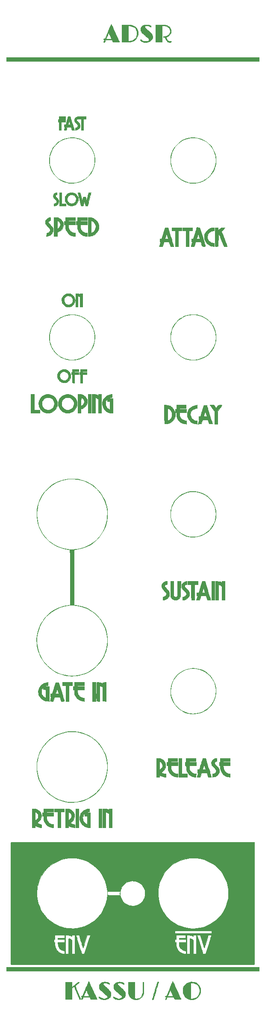
<source format=gbr>
G04 #@! TF.GenerationSoftware,KiCad,Pcbnew,5.1.10-88a1d61d58~90~ubuntu20.04.1*
G04 #@! TF.CreationDate,2021-08-07T10:22:08-04:00*
G04 #@! TF.ProjectId,precadsr_panel_al,70726563-6164-4737-925f-70616e656c5f,rev?*
G04 #@! TF.SameCoordinates,Original*
G04 #@! TF.FileFunction,Legend,Top*
G04 #@! TF.FilePolarity,Positive*
%FSLAX46Y46*%
G04 Gerber Fmt 4.6, Leading zero omitted, Abs format (unit mm)*
G04 Created by KiCad (PCBNEW 5.1.10-88a1d61d58~90~ubuntu20.04.1) date 2021-08-07 10:22:08*
%MOMM*%
%LPD*%
G01*
G04 APERTURE LIST*
%ADD10C,0.010000*%
G04 APERTURE END LIST*
D10*
G36*
X19774739Y-192556427D02*
G01*
X20005764Y-192605067D01*
X20213306Y-192685803D01*
X20291238Y-192729528D01*
X20389153Y-192803090D01*
X20438442Y-192871912D01*
X20440779Y-192938343D01*
X20440608Y-192938889D01*
X20405827Y-192991460D01*
X20346948Y-193002325D01*
X20262283Y-192971392D01*
X20187298Y-192925183D01*
X20014773Y-192832825D01*
X19812627Y-192768934D01*
X19595904Y-192737780D01*
X19518545Y-192735400D01*
X19419475Y-192737089D01*
X19355398Y-192745148D01*
X19310540Y-192764067D01*
X19269130Y-192798333D01*
X19257646Y-192809646D01*
X19197431Y-192897619D01*
X19187028Y-192992706D01*
X19226228Y-193097228D01*
X19231146Y-193105486D01*
X19266480Y-193152356D01*
X19327452Y-193217888D01*
X19416680Y-193304518D01*
X19536782Y-193414683D01*
X19690375Y-193550822D01*
X19880075Y-193715370D01*
X19958100Y-193782364D01*
X20169365Y-193974370D01*
X20350599Y-194161773D01*
X20496982Y-194339104D01*
X20603693Y-194500895D01*
X20622715Y-194536507D01*
X20654204Y-194602377D01*
X20674860Y-194660490D01*
X20686905Y-194724386D01*
X20692566Y-194807601D01*
X20694065Y-194923676D01*
X20694027Y-194970600D01*
X20688738Y-195143301D01*
X20670404Y-195279454D01*
X20633974Y-195392676D01*
X20574400Y-195496586D01*
X20486630Y-195604803D01*
X20440402Y-195654543D01*
X20264588Y-195803028D01*
X20054897Y-195918464D01*
X19817536Y-195999007D01*
X19558716Y-196042814D01*
X19284643Y-196048041D01*
X19153178Y-196036748D01*
X18965094Y-196003498D01*
X18775420Y-195950706D01*
X18598382Y-195883528D01*
X18448204Y-195807119D01*
X18368398Y-195752291D01*
X18312507Y-195687854D01*
X18281307Y-195613152D01*
X18281592Y-195555139D01*
X18318554Y-195501073D01*
X18379252Y-195490019D01*
X18460353Y-195522001D01*
X18506664Y-195553491D01*
X18688294Y-195669563D01*
X18888007Y-195758949D01*
X19096882Y-195820407D01*
X19305996Y-195852691D01*
X19506426Y-195854559D01*
X19689250Y-195824766D01*
X19845546Y-195762069D01*
X19874786Y-195744197D01*
X19959935Y-195661482D01*
X19999936Y-195556273D01*
X19993790Y-195431210D01*
X19993648Y-195430567D01*
X19971067Y-195372128D01*
X19925271Y-195303749D01*
X19852824Y-195222009D01*
X19750289Y-195123488D01*
X19614231Y-195004764D01*
X19441212Y-194862416D01*
X19348500Y-194788246D01*
X19127667Y-194609367D01*
X18945285Y-194453556D01*
X18797047Y-194316448D01*
X18678647Y-194193679D01*
X18585777Y-194080885D01*
X18514132Y-193973701D01*
X18476905Y-193904974D01*
X18433774Y-193814726D01*
X18406449Y-193743899D01*
X18391355Y-193675465D01*
X18384918Y-193592398D01*
X18383563Y-193477671D01*
X18383573Y-193460474D01*
X18385185Y-193337446D01*
X18391484Y-193250086D01*
X18405131Y-193183305D01*
X18428786Y-193122011D01*
X18451150Y-193077280D01*
X18539457Y-192946909D01*
X18658625Y-192821866D01*
X18790341Y-192720225D01*
X18844324Y-192689206D01*
X19055024Y-192606274D01*
X19287944Y-192556713D01*
X19531658Y-192540203D01*
X19774739Y-192556427D01*
G37*
X19774739Y-192556427D02*
X20005764Y-192605067D01*
X20213306Y-192685803D01*
X20291238Y-192729528D01*
X20389153Y-192803090D01*
X20438442Y-192871912D01*
X20440779Y-192938343D01*
X20440608Y-192938889D01*
X20405827Y-192991460D01*
X20346948Y-193002325D01*
X20262283Y-192971392D01*
X20187298Y-192925183D01*
X20014773Y-192832825D01*
X19812627Y-192768934D01*
X19595904Y-192737780D01*
X19518545Y-192735400D01*
X19419475Y-192737089D01*
X19355398Y-192745148D01*
X19310540Y-192764067D01*
X19269130Y-192798333D01*
X19257646Y-192809646D01*
X19197431Y-192897619D01*
X19187028Y-192992706D01*
X19226228Y-193097228D01*
X19231146Y-193105486D01*
X19266480Y-193152356D01*
X19327452Y-193217888D01*
X19416680Y-193304518D01*
X19536782Y-193414683D01*
X19690375Y-193550822D01*
X19880075Y-193715370D01*
X19958100Y-193782364D01*
X20169365Y-193974370D01*
X20350599Y-194161773D01*
X20496982Y-194339104D01*
X20603693Y-194500895D01*
X20622715Y-194536507D01*
X20654204Y-194602377D01*
X20674860Y-194660490D01*
X20686905Y-194724386D01*
X20692566Y-194807601D01*
X20694065Y-194923676D01*
X20694027Y-194970600D01*
X20688738Y-195143301D01*
X20670404Y-195279454D01*
X20633974Y-195392676D01*
X20574400Y-195496586D01*
X20486630Y-195604803D01*
X20440402Y-195654543D01*
X20264588Y-195803028D01*
X20054897Y-195918464D01*
X19817536Y-195999007D01*
X19558716Y-196042814D01*
X19284643Y-196048041D01*
X19153178Y-196036748D01*
X18965094Y-196003498D01*
X18775420Y-195950706D01*
X18598382Y-195883528D01*
X18448204Y-195807119D01*
X18368398Y-195752291D01*
X18312507Y-195687854D01*
X18281307Y-195613152D01*
X18281592Y-195555139D01*
X18318554Y-195501073D01*
X18379252Y-195490019D01*
X18460353Y-195522001D01*
X18506664Y-195553491D01*
X18688294Y-195669563D01*
X18888007Y-195758949D01*
X19096882Y-195820407D01*
X19305996Y-195852691D01*
X19506426Y-195854559D01*
X19689250Y-195824766D01*
X19845546Y-195762069D01*
X19874786Y-195744197D01*
X19959935Y-195661482D01*
X19999936Y-195556273D01*
X19993790Y-195431210D01*
X19993648Y-195430567D01*
X19971067Y-195372128D01*
X19925271Y-195303749D01*
X19852824Y-195222009D01*
X19750289Y-195123488D01*
X19614231Y-195004764D01*
X19441212Y-194862416D01*
X19348500Y-194788246D01*
X19127667Y-194609367D01*
X18945285Y-194453556D01*
X18797047Y-194316448D01*
X18678647Y-194193679D01*
X18585777Y-194080885D01*
X18514132Y-193973701D01*
X18476905Y-193904974D01*
X18433774Y-193814726D01*
X18406449Y-193743899D01*
X18391355Y-193675465D01*
X18384918Y-193592398D01*
X18383563Y-193477671D01*
X18383573Y-193460474D01*
X18385185Y-193337446D01*
X18391484Y-193250086D01*
X18405131Y-193183305D01*
X18428786Y-193122011D01*
X18451150Y-193077280D01*
X18539457Y-192946909D01*
X18658625Y-192821866D01*
X18790341Y-192720225D01*
X18844324Y-192689206D01*
X19055024Y-192606274D01*
X19287944Y-192556713D01*
X19531658Y-192540203D01*
X19774739Y-192556427D01*
G36*
X22590737Y-192553219D02*
G01*
X22766037Y-192577334D01*
X22926926Y-192622398D01*
X23087710Y-192690521D01*
X23211839Y-192761502D01*
X23286476Y-192831045D01*
X23312840Y-192900659D01*
X23301389Y-192954443D01*
X23269894Y-192998725D01*
X23225376Y-193010373D01*
X23160384Y-192988439D01*
X23067467Y-192931975D01*
X23054380Y-192923035D01*
X22886235Y-192833134D01*
X22687996Y-192770132D01*
X22475093Y-192738378D01*
X22388745Y-192735400D01*
X22289675Y-192737089D01*
X22225598Y-192745148D01*
X22180740Y-192764067D01*
X22139330Y-192798333D01*
X22127846Y-192809646D01*
X22067631Y-192897619D01*
X22057228Y-192992706D01*
X22096428Y-193097228D01*
X22101346Y-193105486D01*
X22136680Y-193152356D01*
X22197652Y-193217888D01*
X22286880Y-193304518D01*
X22406982Y-193414683D01*
X22560575Y-193550822D01*
X22750275Y-193715370D01*
X22828300Y-193782364D01*
X23039565Y-193974370D01*
X23220799Y-194161773D01*
X23367182Y-194339104D01*
X23473893Y-194500895D01*
X23492915Y-194536507D01*
X23524442Y-194602529D01*
X23545149Y-194660955D01*
X23557285Y-194725347D01*
X23563097Y-194809269D01*
X23564836Y-194926281D01*
X23564900Y-194970600D01*
X23560106Y-195142341D01*
X23542347Y-195277563D01*
X23506553Y-195389927D01*
X23447656Y-195493095D01*
X23360589Y-195600732D01*
X23311539Y-195653561D01*
X23135041Y-195802725D01*
X22924807Y-195918564D01*
X22686953Y-195999260D01*
X22427594Y-196042994D01*
X22152845Y-196047946D01*
X22023378Y-196036748D01*
X21835294Y-196003498D01*
X21645620Y-195950706D01*
X21468582Y-195883528D01*
X21318404Y-195807119D01*
X21238598Y-195752291D01*
X21182707Y-195687854D01*
X21151507Y-195613152D01*
X21151792Y-195555139D01*
X21188754Y-195501073D01*
X21249452Y-195490019D01*
X21330553Y-195522001D01*
X21376864Y-195553491D01*
X21558494Y-195669563D01*
X21758207Y-195758949D01*
X21967082Y-195820407D01*
X22176196Y-195852691D01*
X22376626Y-195854559D01*
X22559450Y-195824766D01*
X22715746Y-195762069D01*
X22744986Y-195744197D01*
X22830135Y-195661482D01*
X22870136Y-195556273D01*
X22863990Y-195431210D01*
X22863848Y-195430567D01*
X22841327Y-195372240D01*
X22795663Y-195303985D01*
X22723417Y-195222377D01*
X22621149Y-195123987D01*
X22485421Y-195005390D01*
X22312791Y-194863158D01*
X22218700Y-194787782D01*
X21998769Y-194609506D01*
X21817159Y-194454456D01*
X21669544Y-194318252D01*
X21551599Y-194196512D01*
X21459000Y-194084857D01*
X21387422Y-193978907D01*
X21347105Y-193904974D01*
X21303974Y-193814726D01*
X21276649Y-193743899D01*
X21261555Y-193675465D01*
X21255118Y-193592398D01*
X21253763Y-193477671D01*
X21253773Y-193460474D01*
X21255385Y-193337446D01*
X21261684Y-193250086D01*
X21275331Y-193183305D01*
X21298986Y-193122011D01*
X21321350Y-193077280D01*
X21440733Y-192903154D01*
X21597298Y-192762399D01*
X21789097Y-192655987D01*
X22014182Y-192584891D01*
X22270606Y-192550084D01*
X22383800Y-192546530D01*
X22590737Y-192553219D01*
G37*
X22590737Y-192553219D02*
X22766037Y-192577334D01*
X22926926Y-192622398D01*
X23087710Y-192690521D01*
X23211839Y-192761502D01*
X23286476Y-192831045D01*
X23312840Y-192900659D01*
X23301389Y-192954443D01*
X23269894Y-192998725D01*
X23225376Y-193010373D01*
X23160384Y-192988439D01*
X23067467Y-192931975D01*
X23054380Y-192923035D01*
X22886235Y-192833134D01*
X22687996Y-192770132D01*
X22475093Y-192738378D01*
X22388745Y-192735400D01*
X22289675Y-192737089D01*
X22225598Y-192745148D01*
X22180740Y-192764067D01*
X22139330Y-192798333D01*
X22127846Y-192809646D01*
X22067631Y-192897619D01*
X22057228Y-192992706D01*
X22096428Y-193097228D01*
X22101346Y-193105486D01*
X22136680Y-193152356D01*
X22197652Y-193217888D01*
X22286880Y-193304518D01*
X22406982Y-193414683D01*
X22560575Y-193550822D01*
X22750275Y-193715370D01*
X22828300Y-193782364D01*
X23039565Y-193974370D01*
X23220799Y-194161773D01*
X23367182Y-194339104D01*
X23473893Y-194500895D01*
X23492915Y-194536507D01*
X23524442Y-194602529D01*
X23545149Y-194660955D01*
X23557285Y-194725347D01*
X23563097Y-194809269D01*
X23564836Y-194926281D01*
X23564900Y-194970600D01*
X23560106Y-195142341D01*
X23542347Y-195277563D01*
X23506553Y-195389927D01*
X23447656Y-195493095D01*
X23360589Y-195600732D01*
X23311539Y-195653561D01*
X23135041Y-195802725D01*
X22924807Y-195918564D01*
X22686953Y-195999260D01*
X22427594Y-196042994D01*
X22152845Y-196047946D01*
X22023378Y-196036748D01*
X21835294Y-196003498D01*
X21645620Y-195950706D01*
X21468582Y-195883528D01*
X21318404Y-195807119D01*
X21238598Y-195752291D01*
X21182707Y-195687854D01*
X21151507Y-195613152D01*
X21151792Y-195555139D01*
X21188754Y-195501073D01*
X21249452Y-195490019D01*
X21330553Y-195522001D01*
X21376864Y-195553491D01*
X21558494Y-195669563D01*
X21758207Y-195758949D01*
X21967082Y-195820407D01*
X22176196Y-195852691D01*
X22376626Y-195854559D01*
X22559450Y-195824766D01*
X22715746Y-195762069D01*
X22744986Y-195744197D01*
X22830135Y-195661482D01*
X22870136Y-195556273D01*
X22863990Y-195431210D01*
X22863848Y-195430567D01*
X22841327Y-195372240D01*
X22795663Y-195303985D01*
X22723417Y-195222377D01*
X22621149Y-195123987D01*
X22485421Y-195005390D01*
X22312791Y-194863158D01*
X22218700Y-194787782D01*
X21998769Y-194609506D01*
X21817159Y-194454456D01*
X21669544Y-194318252D01*
X21551599Y-194196512D01*
X21459000Y-194084857D01*
X21387422Y-193978907D01*
X21347105Y-193904974D01*
X21303974Y-193814726D01*
X21276649Y-193743899D01*
X21261555Y-193675465D01*
X21255118Y-193592398D01*
X21253763Y-193477671D01*
X21253773Y-193460474D01*
X21255385Y-193337446D01*
X21261684Y-193250086D01*
X21275331Y-193183305D01*
X21298986Y-193122011D01*
X21321350Y-193077280D01*
X21440733Y-192903154D01*
X21597298Y-192762399D01*
X21789097Y-192655987D01*
X22014182Y-192584891D01*
X22270606Y-192550084D01*
X22383800Y-192546530D01*
X22590737Y-192553219D01*
G36*
X27189252Y-192576106D02*
G01*
X27204720Y-192588080D01*
X27212157Y-192620319D01*
X27218593Y-192696814D01*
X27224017Y-192811032D01*
X27228415Y-192956437D01*
X27231774Y-193126495D01*
X27234082Y-193314673D01*
X27235327Y-193514436D01*
X27235494Y-193719250D01*
X27234573Y-193922580D01*
X27232550Y-194117892D01*
X27229412Y-194298652D01*
X27225147Y-194458327D01*
X27219742Y-194590380D01*
X27213185Y-194688280D01*
X27208867Y-194726708D01*
X27146004Y-195004579D01*
X27043053Y-195257419D01*
X26903073Y-195481616D01*
X26729124Y-195673557D01*
X26524265Y-195829631D01*
X26291555Y-195946225D01*
X26132528Y-195997652D01*
X25966218Y-196028988D01*
X25774526Y-196046242D01*
X25581229Y-196048124D01*
X25427559Y-196035887D01*
X25156604Y-195974968D01*
X24911718Y-195871472D01*
X24695700Y-195727977D01*
X24511349Y-195547061D01*
X24361462Y-195331302D01*
X24248838Y-195083281D01*
X24195737Y-194900840D01*
X24184218Y-194846252D01*
X24174769Y-194787469D01*
X24167188Y-194719036D01*
X24161274Y-194635498D01*
X24156825Y-194531399D01*
X24153641Y-194401284D01*
X24151519Y-194239698D01*
X24150258Y-194041186D01*
X24149656Y-193800293D01*
X24149534Y-193649800D01*
X24149100Y-192595700D01*
X25406400Y-192582112D01*
X25406400Y-195831087D01*
X25524729Y-195848831D01*
X25668021Y-195858605D01*
X25835029Y-195852070D01*
X26004269Y-195831352D01*
X26154259Y-195798578D01*
X26207602Y-195781264D01*
X26415088Y-195681964D01*
X26590794Y-195548565D01*
X26737051Y-195378266D01*
X26856190Y-195168264D01*
X26950539Y-194915757D01*
X26963091Y-194872645D01*
X26976806Y-194821411D01*
X26988062Y-194770862D01*
X26997131Y-194715428D01*
X27004285Y-194649541D01*
X27009796Y-194567635D01*
X27013936Y-194464139D01*
X27016976Y-194333487D01*
X27019189Y-194170110D01*
X27020847Y-193968440D01*
X27022221Y-193722909D01*
X27022547Y-193655094D01*
X27023944Y-193430909D01*
X27025897Y-193221869D01*
X27028306Y-193033593D01*
X27031070Y-192871701D01*
X27034088Y-192741811D01*
X27037259Y-192649542D01*
X27040482Y-192600512D01*
X27041590Y-192594644D01*
X27076021Y-192565623D01*
X27133041Y-192559130D01*
X27189252Y-192576106D01*
G37*
X27189252Y-192576106D02*
X27204720Y-192588080D01*
X27212157Y-192620319D01*
X27218593Y-192696814D01*
X27224017Y-192811032D01*
X27228415Y-192956437D01*
X27231774Y-193126495D01*
X27234082Y-193314673D01*
X27235327Y-193514436D01*
X27235494Y-193719250D01*
X27234573Y-193922580D01*
X27232550Y-194117892D01*
X27229412Y-194298652D01*
X27225147Y-194458327D01*
X27219742Y-194590380D01*
X27213185Y-194688280D01*
X27208867Y-194726708D01*
X27146004Y-195004579D01*
X27043053Y-195257419D01*
X26903073Y-195481616D01*
X26729124Y-195673557D01*
X26524265Y-195829631D01*
X26291555Y-195946225D01*
X26132528Y-195997652D01*
X25966218Y-196028988D01*
X25774526Y-196046242D01*
X25581229Y-196048124D01*
X25427559Y-196035887D01*
X25156604Y-195974968D01*
X24911718Y-195871472D01*
X24695700Y-195727977D01*
X24511349Y-195547061D01*
X24361462Y-195331302D01*
X24248838Y-195083281D01*
X24195737Y-194900840D01*
X24184218Y-194846252D01*
X24174769Y-194787469D01*
X24167188Y-194719036D01*
X24161274Y-194635498D01*
X24156825Y-194531399D01*
X24153641Y-194401284D01*
X24151519Y-194239698D01*
X24150258Y-194041186D01*
X24149656Y-193800293D01*
X24149534Y-193649800D01*
X24149100Y-192595700D01*
X25406400Y-192582112D01*
X25406400Y-195831087D01*
X25524729Y-195848831D01*
X25668021Y-195858605D01*
X25835029Y-195852070D01*
X26004269Y-195831352D01*
X26154259Y-195798578D01*
X26207602Y-195781264D01*
X26415088Y-195681964D01*
X26590794Y-195548565D01*
X26737051Y-195378266D01*
X26856190Y-195168264D01*
X26950539Y-194915757D01*
X26963091Y-194872645D01*
X26976806Y-194821411D01*
X26988062Y-194770862D01*
X26997131Y-194715428D01*
X27004285Y-194649541D01*
X27009796Y-194567635D01*
X27013936Y-194464139D01*
X27016976Y-194333487D01*
X27019189Y-194170110D01*
X27020847Y-193968440D01*
X27022221Y-193722909D01*
X27022547Y-193655094D01*
X27023944Y-193430909D01*
X27025897Y-193221869D01*
X27028306Y-193033593D01*
X27031070Y-192871701D01*
X27034088Y-192741811D01*
X27037259Y-192649542D01*
X27040482Y-192600512D01*
X27041590Y-192594644D01*
X27076021Y-192565623D01*
X27133041Y-192559130D01*
X27189252Y-192576106D01*
G36*
X30080959Y-192545204D02*
G01*
X30120923Y-192581732D01*
X30127842Y-192652720D01*
X30101743Y-192754069D01*
X30079278Y-192808390D01*
X30062511Y-192853763D01*
X30033041Y-192942903D01*
X29992405Y-193070812D01*
X29942141Y-193232492D01*
X29883784Y-193422947D01*
X29818874Y-193637179D01*
X29748946Y-193870192D01*
X29675537Y-194116987D01*
X29645649Y-194218090D01*
X29546739Y-194553103D01*
X29461046Y-194842784D01*
X29387460Y-195090534D01*
X29324873Y-195299760D01*
X29272175Y-195473865D01*
X29228257Y-195616255D01*
X29192010Y-195730332D01*
X29162326Y-195819503D01*
X29138096Y-195887171D01*
X29118209Y-195936741D01*
X29101558Y-195971617D01*
X29087034Y-195995203D01*
X29073527Y-196010905D01*
X29059928Y-196022127D01*
X29057405Y-196023920D01*
X29006551Y-196055556D01*
X28971429Y-196057305D01*
X28927376Y-196030088D01*
X28925664Y-196028838D01*
X28897412Y-195993510D01*
X28891315Y-195939539D01*
X28908385Y-195859417D01*
X28949636Y-195745634D01*
X28970808Y-195694500D01*
X28990039Y-195641573D01*
X29021835Y-195544901D01*
X29064649Y-195409541D01*
X29116936Y-195240548D01*
X29177151Y-195042979D01*
X29243748Y-194821890D01*
X29315182Y-194582338D01*
X29389906Y-194329378D01*
X29432773Y-194183200D01*
X29508253Y-193926140D01*
X29580918Y-193680601D01*
X29649277Y-193451497D01*
X29711837Y-193243741D01*
X29767105Y-193062248D01*
X29813589Y-192911932D01*
X29849795Y-192797708D01*
X29874232Y-192724490D01*
X29882472Y-192702636D01*
X29939559Y-192600428D01*
X30002504Y-192547595D01*
X30072875Y-192542893D01*
X30080959Y-192545204D01*
G37*
X30080959Y-192545204D02*
X30120923Y-192581732D01*
X30127842Y-192652720D01*
X30101743Y-192754069D01*
X30079278Y-192808390D01*
X30062511Y-192853763D01*
X30033041Y-192942903D01*
X29992405Y-193070812D01*
X29942141Y-193232492D01*
X29883784Y-193422947D01*
X29818874Y-193637179D01*
X29748946Y-193870192D01*
X29675537Y-194116987D01*
X29645649Y-194218090D01*
X29546739Y-194553103D01*
X29461046Y-194842784D01*
X29387460Y-195090534D01*
X29324873Y-195299760D01*
X29272175Y-195473865D01*
X29228257Y-195616255D01*
X29192010Y-195730332D01*
X29162326Y-195819503D01*
X29138096Y-195887171D01*
X29118209Y-195936741D01*
X29101558Y-195971617D01*
X29087034Y-195995203D01*
X29073527Y-196010905D01*
X29059928Y-196022127D01*
X29057405Y-196023920D01*
X29006551Y-196055556D01*
X28971429Y-196057305D01*
X28927376Y-196030088D01*
X28925664Y-196028838D01*
X28897412Y-195993510D01*
X28891315Y-195939539D01*
X28908385Y-195859417D01*
X28949636Y-195745634D01*
X28970808Y-195694500D01*
X28990039Y-195641573D01*
X29021835Y-195544901D01*
X29064649Y-195409541D01*
X29116936Y-195240548D01*
X29177151Y-195042979D01*
X29243748Y-194821890D01*
X29315182Y-194582338D01*
X29389906Y-194329378D01*
X29432773Y-194183200D01*
X29508253Y-193926140D01*
X29580918Y-193680601D01*
X29649277Y-193451497D01*
X29711837Y-193243741D01*
X29767105Y-193062248D01*
X29813589Y-192911932D01*
X29849795Y-192797708D01*
X29874232Y-192724490D01*
X29882472Y-192702636D01*
X29939559Y-192600428D01*
X30002504Y-192547595D01*
X30072875Y-192542893D01*
X30080959Y-192545204D01*
G36*
X36967053Y-192553295D02*
G01*
X37253148Y-192607591D01*
X37522527Y-192702442D01*
X37693228Y-192790752D01*
X37829022Y-192887195D01*
X37970661Y-193013655D01*
X38102250Y-193154234D01*
X38207893Y-193293039D01*
X38228847Y-193326371D01*
X38354039Y-193582937D01*
X38436129Y-193855500D01*
X38475952Y-194137381D01*
X38474342Y-194421899D01*
X38432132Y-194702374D01*
X38350155Y-194972127D01*
X38229246Y-195224477D01*
X38070238Y-195452745D01*
X37946994Y-195584900D01*
X37746638Y-195743237D01*
X37512692Y-195872031D01*
X37254845Y-195968340D01*
X36982787Y-196029222D01*
X36706205Y-196051736D01*
X36459495Y-196036501D01*
X36173200Y-195972975D01*
X35906836Y-195865176D01*
X35664719Y-195716874D01*
X35451166Y-195531841D01*
X35270494Y-195313848D01*
X35127020Y-195066665D01*
X35025061Y-194794064D01*
X35021202Y-194780100D01*
X34983130Y-194585748D01*
X34964171Y-194365965D01*
X34965032Y-194142667D01*
X34986422Y-193937771D01*
X34992859Y-193902761D01*
X35072887Y-193627213D01*
X35196918Y-193373196D01*
X35361170Y-193145014D01*
X35561856Y-192946967D01*
X35795192Y-192783357D01*
X35895892Y-192735400D01*
X36506200Y-192735400D01*
X36506200Y-194280566D01*
X36506471Y-194556126D01*
X36507252Y-194816504D01*
X36508495Y-195057275D01*
X36510153Y-195274017D01*
X36512176Y-195462305D01*
X36514518Y-195617715D01*
X36517131Y-195735824D01*
X36519966Y-195812207D01*
X36522975Y-195842441D01*
X36523133Y-195842666D01*
X36561097Y-195854126D01*
X36636875Y-195859047D01*
X36737972Y-195857913D01*
X36851889Y-195851208D01*
X36966129Y-195839417D01*
X37068194Y-195823024D01*
X37076971Y-195821209D01*
X37335626Y-195741313D01*
X37571883Y-195618143D01*
X37781392Y-195455912D01*
X37959807Y-195258829D01*
X38102777Y-195031108D01*
X38205956Y-194776958D01*
X38225201Y-194709104D01*
X38251404Y-194561143D01*
X38264153Y-194383728D01*
X38263475Y-194196387D01*
X38249395Y-194018644D01*
X38224123Y-193878400D01*
X38135653Y-193621855D01*
X38008989Y-193389242D01*
X37848595Y-193186321D01*
X37658932Y-193018852D01*
X37469525Y-192904481D01*
X37261443Y-192815973D01*
X37063087Y-192762167D01*
X36852592Y-192737981D01*
X36742163Y-192735400D01*
X36506200Y-192735400D01*
X35895892Y-192735400D01*
X36057394Y-192658487D01*
X36101670Y-192642426D01*
X36381995Y-192569844D01*
X36673562Y-192540423D01*
X36967053Y-192553295D01*
G37*
X36967053Y-192553295D02*
X37253148Y-192607591D01*
X37522527Y-192702442D01*
X37693228Y-192790752D01*
X37829022Y-192887195D01*
X37970661Y-193013655D01*
X38102250Y-193154234D01*
X38207893Y-193293039D01*
X38228847Y-193326371D01*
X38354039Y-193582937D01*
X38436129Y-193855500D01*
X38475952Y-194137381D01*
X38474342Y-194421899D01*
X38432132Y-194702374D01*
X38350155Y-194972127D01*
X38229246Y-195224477D01*
X38070238Y-195452745D01*
X37946994Y-195584900D01*
X37746638Y-195743237D01*
X37512692Y-195872031D01*
X37254845Y-195968340D01*
X36982787Y-196029222D01*
X36706205Y-196051736D01*
X36459495Y-196036501D01*
X36173200Y-195972975D01*
X35906836Y-195865176D01*
X35664719Y-195716874D01*
X35451166Y-195531841D01*
X35270494Y-195313848D01*
X35127020Y-195066665D01*
X35025061Y-194794064D01*
X35021202Y-194780100D01*
X34983130Y-194585748D01*
X34964171Y-194365965D01*
X34965032Y-194142667D01*
X34986422Y-193937771D01*
X34992859Y-193902761D01*
X35072887Y-193627213D01*
X35196918Y-193373196D01*
X35361170Y-193145014D01*
X35561856Y-192946967D01*
X35795192Y-192783357D01*
X35895892Y-192735400D01*
X36506200Y-192735400D01*
X36506200Y-194280566D01*
X36506471Y-194556126D01*
X36507252Y-194816504D01*
X36508495Y-195057275D01*
X36510153Y-195274017D01*
X36512176Y-195462305D01*
X36514518Y-195617715D01*
X36517131Y-195735824D01*
X36519966Y-195812207D01*
X36522975Y-195842441D01*
X36523133Y-195842666D01*
X36561097Y-195854126D01*
X36636875Y-195859047D01*
X36737972Y-195857913D01*
X36851889Y-195851208D01*
X36966129Y-195839417D01*
X37068194Y-195823024D01*
X37076971Y-195821209D01*
X37335626Y-195741313D01*
X37571883Y-195618143D01*
X37781392Y-195455912D01*
X37959807Y-195258829D01*
X38102777Y-195031108D01*
X38205956Y-194776958D01*
X38225201Y-194709104D01*
X38251404Y-194561143D01*
X38264153Y-194383728D01*
X38263475Y-194196387D01*
X38249395Y-194018644D01*
X38224123Y-193878400D01*
X38135653Y-193621855D01*
X38008989Y-193389242D01*
X37848595Y-193186321D01*
X37658932Y-193018852D01*
X37469525Y-192904481D01*
X37261443Y-192815973D01*
X37063087Y-192762167D01*
X36852592Y-192737981D01*
X36742163Y-192735400D01*
X36506200Y-192735400D01*
X35895892Y-192735400D01*
X36057394Y-192658487D01*
X36101670Y-192642426D01*
X36381995Y-192569844D01*
X36673562Y-192540423D01*
X36967053Y-192553295D01*
G36*
X14346809Y-192582864D02*
G01*
X14352320Y-192588080D01*
X14375740Y-192624228D01*
X14375562Y-192666700D01*
X14348676Y-192719089D01*
X14291973Y-192784986D01*
X14202341Y-192867981D01*
X14076673Y-192971667D01*
X13911858Y-193099636D01*
X13904603Y-193105161D01*
X13792691Y-193192209D01*
X13717275Y-193256080D01*
X13672897Y-193302239D01*
X13654097Y-193336153D01*
X13653460Y-193356657D01*
X13665495Y-193391497D01*
X13694763Y-193467632D01*
X13738967Y-193579459D01*
X13795811Y-193721376D01*
X13862997Y-193887782D01*
X13938229Y-194073075D01*
X14019210Y-194271654D01*
X14103643Y-194477916D01*
X14189230Y-194686260D01*
X14273675Y-194891084D01*
X14354682Y-195086787D01*
X14429952Y-195267766D01*
X14497189Y-195428421D01*
X14554096Y-195563149D01*
X14598376Y-195666348D01*
X14626775Y-195730343D01*
X14669103Y-195824844D01*
X14691518Y-195886127D01*
X14696418Y-195926611D01*
X14686198Y-195958719D01*
X14674553Y-195977993D01*
X14617744Y-196028604D01*
X14549786Y-196030708D01*
X14503292Y-196005650D01*
X14476318Y-195968365D01*
X14439762Y-195895842D01*
X14399908Y-195801103D01*
X14383762Y-195758000D01*
X14345948Y-195656543D01*
X14294826Y-195524339D01*
X14232642Y-195366810D01*
X14161640Y-195189379D01*
X14084065Y-194997470D01*
X14002160Y-194796504D01*
X13918170Y-194591905D01*
X13834339Y-194389096D01*
X13752912Y-194193499D01*
X13676133Y-194010538D01*
X13606246Y-193845635D01*
X13545497Y-193704213D01*
X13496128Y-193591695D01*
X13460385Y-193513504D01*
X13440511Y-193475063D01*
X13437660Y-193472000D01*
X13409063Y-193486523D01*
X13349478Y-193525906D01*
X13268056Y-193583865D01*
X13187975Y-193643450D01*
X12961784Y-193814900D01*
X12960400Y-196012000D01*
X11715800Y-196012000D01*
X11715800Y-192583000D01*
X12960400Y-192583000D01*
X12960400Y-193065600D01*
X12961118Y-193215880D01*
X12963117Y-193347071D01*
X12966165Y-193451372D01*
X12970029Y-193520979D01*
X12974478Y-193548094D01*
X12974780Y-193548200D01*
X13001430Y-193533161D01*
X13061348Y-193491349D01*
X13148129Y-193427714D01*
X13255366Y-193347209D01*
X13376654Y-193254787D01*
X13505587Y-193155400D01*
X13635758Y-193054000D01*
X13760762Y-192955541D01*
X13874194Y-192864973D01*
X13969646Y-192787251D01*
X14040714Y-192727325D01*
X14067191Y-192703650D01*
X14166596Y-192618249D01*
X14242198Y-192571327D01*
X14300202Y-192560370D01*
X14346809Y-192582864D01*
G37*
X14346809Y-192582864D02*
X14352320Y-192588080D01*
X14375740Y-192624228D01*
X14375562Y-192666700D01*
X14348676Y-192719089D01*
X14291973Y-192784986D01*
X14202341Y-192867981D01*
X14076673Y-192971667D01*
X13911858Y-193099636D01*
X13904603Y-193105161D01*
X13792691Y-193192209D01*
X13717275Y-193256080D01*
X13672897Y-193302239D01*
X13654097Y-193336153D01*
X13653460Y-193356657D01*
X13665495Y-193391497D01*
X13694763Y-193467632D01*
X13738967Y-193579459D01*
X13795811Y-193721376D01*
X13862997Y-193887782D01*
X13938229Y-194073075D01*
X14019210Y-194271654D01*
X14103643Y-194477916D01*
X14189230Y-194686260D01*
X14273675Y-194891084D01*
X14354682Y-195086787D01*
X14429952Y-195267766D01*
X14497189Y-195428421D01*
X14554096Y-195563149D01*
X14598376Y-195666348D01*
X14626775Y-195730343D01*
X14669103Y-195824844D01*
X14691518Y-195886127D01*
X14696418Y-195926611D01*
X14686198Y-195958719D01*
X14674553Y-195977993D01*
X14617744Y-196028604D01*
X14549786Y-196030708D01*
X14503292Y-196005650D01*
X14476318Y-195968365D01*
X14439762Y-195895842D01*
X14399908Y-195801103D01*
X14383762Y-195758000D01*
X14345948Y-195656543D01*
X14294826Y-195524339D01*
X14232642Y-195366810D01*
X14161640Y-195189379D01*
X14084065Y-194997470D01*
X14002160Y-194796504D01*
X13918170Y-194591905D01*
X13834339Y-194389096D01*
X13752912Y-194193499D01*
X13676133Y-194010538D01*
X13606246Y-193845635D01*
X13545497Y-193704213D01*
X13496128Y-193591695D01*
X13460385Y-193513504D01*
X13440511Y-193475063D01*
X13437660Y-193472000D01*
X13409063Y-193486523D01*
X13349478Y-193525906D01*
X13268056Y-193583865D01*
X13187975Y-193643450D01*
X12961784Y-193814900D01*
X12960400Y-196012000D01*
X11715800Y-196012000D01*
X11715800Y-192583000D01*
X12960400Y-192583000D01*
X12960400Y-193065600D01*
X12961118Y-193215880D01*
X12963117Y-193347071D01*
X12966165Y-193451372D01*
X12970029Y-193520979D01*
X12974478Y-193548094D01*
X12974780Y-193548200D01*
X13001430Y-193533161D01*
X13061348Y-193491349D01*
X13148129Y-193427714D01*
X13255366Y-193347209D01*
X13376654Y-193254787D01*
X13505587Y-193155400D01*
X13635758Y-193054000D01*
X13760762Y-192955541D01*
X13874194Y-192864973D01*
X13969646Y-192787251D01*
X14040714Y-192727325D01*
X14067191Y-192703650D01*
X14166596Y-192618249D01*
X14242198Y-192571327D01*
X14300202Y-192560370D01*
X14346809Y-192582864D01*
G36*
X16328337Y-192474765D02*
G01*
X16359875Y-192540931D01*
X16408727Y-192644546D01*
X16472884Y-192781283D01*
X16550335Y-192946815D01*
X16639068Y-193136817D01*
X16737074Y-193346961D01*
X16842342Y-193572921D01*
X16952861Y-193810370D01*
X17066620Y-194054982D01*
X17181609Y-194302429D01*
X17295817Y-194548386D01*
X17407234Y-194788525D01*
X17513849Y-195018520D01*
X17613652Y-195234045D01*
X17704631Y-195430772D01*
X17784776Y-195604375D01*
X17852077Y-195750528D01*
X17904522Y-195864903D01*
X17940102Y-195943175D01*
X17956490Y-195980250D01*
X17950354Y-195990426D01*
X17919391Y-195998320D01*
X17858929Y-196004170D01*
X17764292Y-196008215D01*
X17630806Y-196010694D01*
X17453796Y-196011846D01*
X17335084Y-196012000D01*
X16700533Y-196012000D01*
X16596726Y-195795661D01*
X16492920Y-195579323D01*
X15854959Y-195586111D01*
X15216998Y-195592900D01*
X15141317Y-195770337D01*
X15076106Y-195907054D01*
X15016850Y-195995427D01*
X14961470Y-196037273D01*
X14907886Y-196034408D01*
X14870480Y-196006920D01*
X14845589Y-195966092D01*
X14845889Y-195911392D01*
X14873216Y-195833869D01*
X14927728Y-195727591D01*
X15015456Y-195569308D01*
X14936513Y-195543004D01*
X14852657Y-195500098D01*
X14814552Y-195449100D01*
X14820190Y-195399230D01*
X14867563Y-195359708D01*
X14875236Y-195357950D01*
X15322272Y-195357950D01*
X15346535Y-195363607D01*
X15414170Y-195368597D01*
X15517751Y-195372653D01*
X15649850Y-195375511D01*
X15803043Y-195376906D01*
X15856000Y-195377000D01*
X16014412Y-195376228D01*
X16154115Y-195374071D01*
X16267689Y-195370767D01*
X16347713Y-195366551D01*
X16386767Y-195361661D01*
X16389400Y-195359968D01*
X16379309Y-195335223D01*
X16351277Y-195271715D01*
X16308669Y-195176796D01*
X16254845Y-195057822D01*
X16193170Y-194922146D01*
X16127005Y-194777122D01*
X16059713Y-194630104D01*
X15994656Y-194488446D01*
X15935198Y-194359502D01*
X15884701Y-194250626D01*
X15846528Y-194169171D01*
X15824040Y-194122492D01*
X15820324Y-194115430D01*
X15810373Y-194135886D01*
X15784770Y-194196147D01*
X15746501Y-194288763D01*
X15698553Y-194406283D01*
X15643913Y-194541254D01*
X15585568Y-194686225D01*
X15526505Y-194833745D01*
X15469710Y-194976364D01*
X15418171Y-195106629D01*
X15374873Y-195217089D01*
X15342804Y-195300293D01*
X15324950Y-195348790D01*
X15322272Y-195357950D01*
X14875236Y-195357950D01*
X14954662Y-195339753D01*
X14980971Y-195338900D01*
X15103123Y-195338900D01*
X15701266Y-193885475D01*
X15807012Y-193629448D01*
X15907320Y-193388375D01*
X16000502Y-193166194D01*
X16084873Y-192966844D01*
X16158743Y-192794263D01*
X16220426Y-192652388D01*
X16268234Y-192545160D01*
X16300481Y-192476515D01*
X16315477Y-192450393D01*
X16316125Y-192450375D01*
X16328337Y-192474765D01*
G37*
X16328337Y-192474765D02*
X16359875Y-192540931D01*
X16408727Y-192644546D01*
X16472884Y-192781283D01*
X16550335Y-192946815D01*
X16639068Y-193136817D01*
X16737074Y-193346961D01*
X16842342Y-193572921D01*
X16952861Y-193810370D01*
X17066620Y-194054982D01*
X17181609Y-194302429D01*
X17295817Y-194548386D01*
X17407234Y-194788525D01*
X17513849Y-195018520D01*
X17613652Y-195234045D01*
X17704631Y-195430772D01*
X17784776Y-195604375D01*
X17852077Y-195750528D01*
X17904522Y-195864903D01*
X17940102Y-195943175D01*
X17956490Y-195980250D01*
X17950354Y-195990426D01*
X17919391Y-195998320D01*
X17858929Y-196004170D01*
X17764292Y-196008215D01*
X17630806Y-196010694D01*
X17453796Y-196011846D01*
X17335084Y-196012000D01*
X16700533Y-196012000D01*
X16596726Y-195795661D01*
X16492920Y-195579323D01*
X15854959Y-195586111D01*
X15216998Y-195592900D01*
X15141317Y-195770337D01*
X15076106Y-195907054D01*
X15016850Y-195995427D01*
X14961470Y-196037273D01*
X14907886Y-196034408D01*
X14870480Y-196006920D01*
X14845589Y-195966092D01*
X14845889Y-195911392D01*
X14873216Y-195833869D01*
X14927728Y-195727591D01*
X15015456Y-195569308D01*
X14936513Y-195543004D01*
X14852657Y-195500098D01*
X14814552Y-195449100D01*
X14820190Y-195399230D01*
X14867563Y-195359708D01*
X14875236Y-195357950D01*
X15322272Y-195357950D01*
X15346535Y-195363607D01*
X15414170Y-195368597D01*
X15517751Y-195372653D01*
X15649850Y-195375511D01*
X15803043Y-195376906D01*
X15856000Y-195377000D01*
X16014412Y-195376228D01*
X16154115Y-195374071D01*
X16267689Y-195370767D01*
X16347713Y-195366551D01*
X16386767Y-195361661D01*
X16389400Y-195359968D01*
X16379309Y-195335223D01*
X16351277Y-195271715D01*
X16308669Y-195176796D01*
X16254845Y-195057822D01*
X16193170Y-194922146D01*
X16127005Y-194777122D01*
X16059713Y-194630104D01*
X15994656Y-194488446D01*
X15935198Y-194359502D01*
X15884701Y-194250626D01*
X15846528Y-194169171D01*
X15824040Y-194122492D01*
X15820324Y-194115430D01*
X15810373Y-194135886D01*
X15784770Y-194196147D01*
X15746501Y-194288763D01*
X15698553Y-194406283D01*
X15643913Y-194541254D01*
X15585568Y-194686225D01*
X15526505Y-194833745D01*
X15469710Y-194976364D01*
X15418171Y-195106629D01*
X15374873Y-195217089D01*
X15342804Y-195300293D01*
X15324950Y-195348790D01*
X15322272Y-195357950D01*
X14875236Y-195357950D01*
X14954662Y-195339753D01*
X14980971Y-195338900D01*
X15103123Y-195338900D01*
X15701266Y-193885475D01*
X15807012Y-193629448D01*
X15907320Y-193388375D01*
X16000502Y-193166194D01*
X16084873Y-192966844D01*
X16158743Y-192794263D01*
X16220426Y-192652388D01*
X16268234Y-192545160D01*
X16300481Y-192476515D01*
X16315477Y-192450393D01*
X16316125Y-192450375D01*
X16328337Y-192474765D01*
G36*
X32965340Y-192474745D02*
G01*
X32996861Y-192540893D01*
X33045697Y-192644490D01*
X33109837Y-192781212D01*
X33187272Y-192946732D01*
X33275990Y-193136724D01*
X33373983Y-193346861D01*
X33479238Y-193572819D01*
X33589747Y-193810270D01*
X33703500Y-194054888D01*
X33818485Y-194302347D01*
X33932692Y-194548322D01*
X34044112Y-194788486D01*
X34150734Y-195018513D01*
X34250548Y-195234076D01*
X34341543Y-195430850D01*
X34421710Y-195604508D01*
X34489038Y-195750725D01*
X34541517Y-195865175D01*
X34577137Y-195943530D01*
X34593385Y-195980250D01*
X34587289Y-195990425D01*
X34556374Y-195998319D01*
X34495965Y-196004169D01*
X34401387Y-196008214D01*
X34267967Y-196010693D01*
X34091029Y-196011845D01*
X33972084Y-196012000D01*
X33337533Y-196012000D01*
X33233726Y-195795661D01*
X33129920Y-195579323D01*
X32491959Y-195586111D01*
X31853998Y-195592900D01*
X31778317Y-195770337D01*
X31713106Y-195907054D01*
X31653850Y-195995427D01*
X31598470Y-196037273D01*
X31544886Y-196034408D01*
X31507480Y-196006920D01*
X31482589Y-195966092D01*
X31482889Y-195911392D01*
X31510216Y-195833869D01*
X31564728Y-195727591D01*
X31652456Y-195569308D01*
X31573513Y-195543004D01*
X31489657Y-195500098D01*
X31451552Y-195449100D01*
X31457190Y-195399230D01*
X31504563Y-195359708D01*
X31512236Y-195357950D01*
X31959272Y-195357950D01*
X31983535Y-195363607D01*
X32051170Y-195368597D01*
X32154751Y-195372653D01*
X32286850Y-195375511D01*
X32440043Y-195376906D01*
X32493000Y-195377000D01*
X32651412Y-195376228D01*
X32791115Y-195374071D01*
X32904689Y-195370767D01*
X32984713Y-195366551D01*
X33023767Y-195361661D01*
X33026400Y-195359968D01*
X33016309Y-195335223D01*
X32988277Y-195271715D01*
X32945669Y-195176796D01*
X32891845Y-195057822D01*
X32830170Y-194922146D01*
X32764005Y-194777122D01*
X32696713Y-194630104D01*
X32631656Y-194488446D01*
X32572198Y-194359502D01*
X32521701Y-194250626D01*
X32483528Y-194169171D01*
X32461040Y-194122492D01*
X32457324Y-194115430D01*
X32447373Y-194135886D01*
X32421770Y-194196147D01*
X32383501Y-194288763D01*
X32335553Y-194406283D01*
X32280913Y-194541254D01*
X32222568Y-194686225D01*
X32163505Y-194833745D01*
X32106710Y-194976364D01*
X32055171Y-195106629D01*
X32011873Y-195217089D01*
X31979804Y-195300293D01*
X31961950Y-195348790D01*
X31959272Y-195357950D01*
X31512236Y-195357950D01*
X31591662Y-195339753D01*
X31617971Y-195338900D01*
X31740123Y-195338900D01*
X32338266Y-193885475D01*
X32444012Y-193629448D01*
X32544321Y-193388375D01*
X32637505Y-193166194D01*
X32721877Y-192966844D01*
X32795750Y-192794262D01*
X32857436Y-192652388D01*
X32905247Y-192545159D01*
X32937496Y-192476515D01*
X32952496Y-192450393D01*
X32953144Y-192450375D01*
X32965340Y-192474745D01*
G37*
X32965340Y-192474745D02*
X32996861Y-192540893D01*
X33045697Y-192644490D01*
X33109837Y-192781212D01*
X33187272Y-192946732D01*
X33275990Y-193136724D01*
X33373983Y-193346861D01*
X33479238Y-193572819D01*
X33589747Y-193810270D01*
X33703500Y-194054888D01*
X33818485Y-194302347D01*
X33932692Y-194548322D01*
X34044112Y-194788486D01*
X34150734Y-195018513D01*
X34250548Y-195234076D01*
X34341543Y-195430850D01*
X34421710Y-195604508D01*
X34489038Y-195750725D01*
X34541517Y-195865175D01*
X34577137Y-195943530D01*
X34593385Y-195980250D01*
X34587289Y-195990425D01*
X34556374Y-195998319D01*
X34495965Y-196004169D01*
X34401387Y-196008214D01*
X34267967Y-196010693D01*
X34091029Y-196011845D01*
X33972084Y-196012000D01*
X33337533Y-196012000D01*
X33233726Y-195795661D01*
X33129920Y-195579323D01*
X32491959Y-195586111D01*
X31853998Y-195592900D01*
X31778317Y-195770337D01*
X31713106Y-195907054D01*
X31653850Y-195995427D01*
X31598470Y-196037273D01*
X31544886Y-196034408D01*
X31507480Y-196006920D01*
X31482589Y-195966092D01*
X31482889Y-195911392D01*
X31510216Y-195833869D01*
X31564728Y-195727591D01*
X31652456Y-195569308D01*
X31573513Y-195543004D01*
X31489657Y-195500098D01*
X31451552Y-195449100D01*
X31457190Y-195399230D01*
X31504563Y-195359708D01*
X31512236Y-195357950D01*
X31959272Y-195357950D01*
X31983535Y-195363607D01*
X32051170Y-195368597D01*
X32154751Y-195372653D01*
X32286850Y-195375511D01*
X32440043Y-195376906D01*
X32493000Y-195377000D01*
X32651412Y-195376228D01*
X32791115Y-195374071D01*
X32904689Y-195370767D01*
X32984713Y-195366551D01*
X33023767Y-195361661D01*
X33026400Y-195359968D01*
X33016309Y-195335223D01*
X32988277Y-195271715D01*
X32945669Y-195176796D01*
X32891845Y-195057822D01*
X32830170Y-194922146D01*
X32764005Y-194777122D01*
X32696713Y-194630104D01*
X32631656Y-194488446D01*
X32572198Y-194359502D01*
X32521701Y-194250626D01*
X32483528Y-194169171D01*
X32461040Y-194122492D01*
X32457324Y-194115430D01*
X32447373Y-194135886D01*
X32421770Y-194196147D01*
X32383501Y-194288763D01*
X32335553Y-194406283D01*
X32280913Y-194541254D01*
X32222568Y-194686225D01*
X32163505Y-194833745D01*
X32106710Y-194976364D01*
X32055171Y-195106629D01*
X32011873Y-195217089D01*
X31979804Y-195300293D01*
X31961950Y-195348790D01*
X31959272Y-195357950D01*
X31512236Y-195357950D01*
X31591662Y-195339753D01*
X31617971Y-195338900D01*
X31740123Y-195338900D01*
X32338266Y-193885475D01*
X32444012Y-193629448D01*
X32544321Y-193388375D01*
X32637505Y-193166194D01*
X32721877Y-192966844D01*
X32795750Y-192794262D01*
X32857436Y-192652388D01*
X32905247Y-192545159D01*
X32937496Y-192476515D01*
X32952496Y-192450393D01*
X32953144Y-192450375D01*
X32965340Y-192474745D01*
G36*
X50019000Y-190398600D02*
G01*
X6400Y-190398600D01*
X6400Y-189585800D01*
X50019000Y-189585800D01*
X50019000Y-190398600D01*
G37*
X50019000Y-190398600D02*
X6400Y-190398600D01*
X6400Y-189585800D01*
X50019000Y-189585800D01*
X50019000Y-190398600D01*
G36*
X49100172Y-164930387D02*
G01*
X49155399Y-164989174D01*
X49155399Y-177003659D01*
X49155400Y-189018144D01*
X49096612Y-189073372D01*
X49037825Y-189128600D01*
X980455Y-189128600D01*
X925227Y-189069812D01*
X870000Y-189011025D01*
X870000Y-184099400D01*
X9377387Y-184099400D01*
X9384543Y-184397850D01*
X9391700Y-184696300D01*
X9496005Y-184703932D01*
X9600311Y-184711564D01*
X9615414Y-185084932D01*
X9627258Y-185292586D01*
X9646001Y-185462469D01*
X9674469Y-185607445D01*
X9715492Y-185740380D01*
X9771896Y-185874140D01*
X9802808Y-185937548D01*
X9963011Y-186203345D01*
X10157033Y-186435507D01*
X10380528Y-186631196D01*
X10629149Y-186787574D01*
X10898552Y-186901803D01*
X11184391Y-186971044D01*
X11417350Y-186992030D01*
X11538000Y-186995000D01*
X11741200Y-186995000D01*
X12325400Y-186995000D01*
X12325400Y-185458300D01*
X12325602Y-185128107D01*
X12326251Y-184845565D01*
X12327414Y-184607523D01*
X12329154Y-184410833D01*
X12331537Y-184252346D01*
X12334627Y-184128913D01*
X12338491Y-184037384D01*
X12343193Y-183974612D01*
X12348798Y-183937447D01*
X12355372Y-183922740D01*
X12357150Y-183922202D01*
X12417495Y-183935886D01*
X12507134Y-183971149D01*
X12612914Y-184021661D01*
X12721679Y-184081094D01*
X12820277Y-184143120D01*
X12829287Y-184149373D01*
X12985800Y-184259160D01*
X12985800Y-186995000D01*
X13570000Y-186995000D01*
X13570000Y-183319912D01*
X13781353Y-183319912D01*
X13783855Y-183331050D01*
X13793611Y-183362016D01*
X13817379Y-183437528D01*
X13853926Y-183553671D01*
X13902021Y-183706532D01*
X13960433Y-183892195D01*
X14027931Y-184106748D01*
X14103283Y-184346276D01*
X14185257Y-184606864D01*
X14272623Y-184884600D01*
X14357207Y-185153500D01*
X14448365Y-185443229D01*
X14535221Y-185719137D01*
X14616551Y-185977346D01*
X14691130Y-186213978D01*
X14757736Y-186425155D01*
X14815145Y-186607000D01*
X14862134Y-186755634D01*
X14897478Y-186867179D01*
X14919954Y-186937759D01*
X14928242Y-186963250D01*
X14952595Y-186979143D01*
X15014865Y-186989195D01*
X15119989Y-186993974D01*
X15201152Y-186994554D01*
X15462300Y-186994109D01*
X16033800Y-185175922D01*
X16125907Y-184882762D01*
X16213636Y-184603290D01*
X16295785Y-184341351D01*
X16371151Y-184100789D01*
X16371585Y-184099400D01*
X33407400Y-184099400D01*
X33407400Y-184709000D01*
X33602835Y-184709000D01*
X33618301Y-185070950D01*
X33630713Y-185279052D01*
X33650210Y-185450051D01*
X33679814Y-185597477D01*
X33722544Y-185734864D01*
X33781424Y-185875745D01*
X33812523Y-185940900D01*
X33969014Y-186204367D01*
X34161427Y-186434968D01*
X34385217Y-186629758D01*
X34635840Y-186785789D01*
X34908751Y-186900119D01*
X35199407Y-186969800D01*
X35433050Y-186991194D01*
X35566400Y-186995000D01*
X35744200Y-186995000D01*
X36353800Y-186995000D01*
X36353800Y-183918176D01*
X36410950Y-183934395D01*
X36497052Y-183966406D01*
X36607307Y-184017660D01*
X36723799Y-184078926D01*
X36828612Y-184140973D01*
X36880850Y-184176505D01*
X36988800Y-184256194D01*
X36988800Y-186995000D01*
X37573000Y-186995000D01*
X37573000Y-183320074D01*
X37783610Y-183320074D01*
X37793146Y-183349205D01*
X37816687Y-183422930D01*
X37853009Y-183537379D01*
X37900891Y-183688680D01*
X37959111Y-183872964D01*
X38026446Y-184086360D01*
X38101675Y-184324997D01*
X38183575Y-184585005D01*
X38270925Y-184862512D01*
X38359004Y-185142524D01*
X38450405Y-185433158D01*
X38537481Y-185709978D01*
X38619014Y-185969120D01*
X38693788Y-186206717D01*
X38760586Y-186418904D01*
X38818190Y-186601816D01*
X38865384Y-186751588D01*
X38900951Y-186864354D01*
X38923673Y-186936249D01*
X38932279Y-186963250D01*
X38955940Y-186979142D01*
X39017418Y-186989285D01*
X39121669Y-186994257D01*
X39204181Y-186995000D01*
X39465356Y-186995000D01*
X40033660Y-185188525D01*
X40125666Y-184895957D01*
X40213387Y-184616804D01*
X40295606Y-184354957D01*
X40371102Y-184114309D01*
X40438657Y-183898752D01*
X40497051Y-183712177D01*
X40545067Y-183558477D01*
X40581484Y-183441543D01*
X40605084Y-183365267D01*
X40614649Y-183333542D01*
X40614655Y-183333518D01*
X40617166Y-183313294D01*
X40606820Y-183299936D01*
X40575646Y-183292339D01*
X40515672Y-183289395D01*
X40418928Y-183290000D01*
X40316388Y-183292142D01*
X40005429Y-183299300D01*
X39608795Y-184574810D01*
X39532835Y-184817862D01*
X39461093Y-185045066D01*
X39395009Y-185252024D01*
X39336022Y-185434336D01*
X39285572Y-185587601D01*
X39245102Y-185707421D01*
X39216049Y-185789396D01*
X39199856Y-185829127D01*
X39197191Y-185832110D01*
X39186996Y-185805014D01*
X39163284Y-185733965D01*
X39127513Y-185623554D01*
X39081139Y-185478371D01*
X39025619Y-185303007D01*
X38962410Y-185102051D01*
X38892969Y-184880096D01*
X38818752Y-184641731D01*
X38790360Y-184550252D01*
X38398500Y-183286605D01*
X38084632Y-183286602D01*
X37949979Y-183287657D01*
X37859457Y-183291317D01*
X37806434Y-183298319D01*
X37784274Y-183309401D01*
X37783610Y-183320074D01*
X37573000Y-183320074D01*
X37573000Y-183286600D01*
X36988800Y-183286600D01*
X36988800Y-183537789D01*
X36849502Y-183474017D01*
X36650633Y-183394453D01*
X36450730Y-183340087D01*
X36232216Y-183306937D01*
X36055350Y-183294057D01*
X35744200Y-183279209D01*
X35744200Y-186995000D01*
X35566400Y-186995000D01*
X35566400Y-186392745D01*
X35405447Y-186377715D01*
X35195790Y-186337112D01*
X34984659Y-186258236D01*
X34785000Y-186148173D01*
X34609759Y-186014009D01*
X34476839Y-185869540D01*
X34378838Y-185726526D01*
X34308198Y-185591753D01*
X34261046Y-185452194D01*
X34233507Y-185294822D01*
X34221708Y-185106608D01*
X34220501Y-185007450D01*
X34220200Y-184709000D01*
X35541000Y-184709000D01*
X35541000Y-184099400D01*
X34220200Y-184099400D01*
X34220200Y-183870800D01*
X35515600Y-183870800D01*
X35515600Y-183286600D01*
X33610600Y-183286600D01*
X33610600Y-184099400D01*
X33407400Y-184099400D01*
X16371585Y-184099400D01*
X16438533Y-183885450D01*
X16496728Y-183699179D01*
X16544533Y-183545820D01*
X16580747Y-183429219D01*
X16604168Y-183353220D01*
X16613593Y-183321669D01*
X16613666Y-183321369D01*
X16609691Y-183306045D01*
X16584411Y-183296187D01*
X16530418Y-183291079D01*
X16440304Y-183290005D01*
X16311004Y-183292152D01*
X15999976Y-183299300D01*
X15606083Y-184562950D01*
X15530210Y-184805483D01*
X15458592Y-185032726D01*
X15392684Y-185240179D01*
X15333943Y-185423338D01*
X15283823Y-185577702D01*
X15243780Y-185698769D01*
X15215270Y-185782037D01*
X15199748Y-185823004D01*
X15197545Y-185826544D01*
X15187443Y-185803004D01*
X15163854Y-185735404D01*
X15128223Y-185628238D01*
X15081997Y-185486002D01*
X15026620Y-185313191D01*
X14963538Y-185114299D01*
X14894198Y-184893821D01*
X14820045Y-184656253D01*
X14789200Y-184556931D01*
X14395500Y-183287374D01*
X14082638Y-183286987D01*
X13952034Y-183287383D01*
X13864414Y-183289721D01*
X13811968Y-183295155D01*
X13786884Y-183304834D01*
X13781353Y-183319912D01*
X13570000Y-183319912D01*
X13570000Y-183286600D01*
X12985800Y-183286600D01*
X12985800Y-183537789D01*
X12846502Y-183474017D01*
X12647633Y-183394453D01*
X12447730Y-183340087D01*
X12229216Y-183306937D01*
X12052350Y-183294057D01*
X11741200Y-183279209D01*
X11741200Y-186995000D01*
X11538000Y-186995000D01*
X11538000Y-186385400D01*
X11454436Y-186385400D01*
X11383251Y-186378859D01*
X11288213Y-186362009D01*
X11220363Y-186346197D01*
X10967986Y-186256075D01*
X10744215Y-186125845D01*
X10552440Y-185958211D01*
X10396051Y-185755876D01*
X10328352Y-185634848D01*
X10229900Y-185435750D01*
X10212436Y-184709000D01*
X11538000Y-184709000D01*
X11538000Y-184099400D01*
X10217200Y-184099400D01*
X10217200Y-183870800D01*
X11512600Y-183870800D01*
X11512600Y-183286600D01*
X9607600Y-183286600D01*
X9607600Y-184099400D01*
X9377387Y-184099400D01*
X870000Y-184099400D01*
X870000Y-182397600D01*
X33407400Y-182397600D01*
X33407400Y-182931000D01*
X40621000Y-182931000D01*
X40621000Y-182397600D01*
X33407400Y-182397600D01*
X870000Y-182397600D01*
X869999Y-176996540D01*
X869999Y-174980714D01*
X6042159Y-174980714D01*
X6042165Y-175018900D01*
X6043320Y-175237695D01*
X6046654Y-175417058D01*
X6052831Y-175568337D01*
X6062513Y-175702876D01*
X6076364Y-175832022D01*
X6095046Y-175967121D01*
X6099149Y-175994086D01*
X6216005Y-176595845D01*
X6377621Y-177173722D01*
X6583883Y-177727490D01*
X6834677Y-178256923D01*
X7129888Y-178761792D01*
X7469401Y-179241871D01*
X7853103Y-179696931D01*
X8081487Y-179935026D01*
X8507357Y-180328024D01*
X8953339Y-180676554D01*
X9425516Y-180984973D01*
X9925024Y-181255210D01*
X10457073Y-181492090D01*
X10992267Y-181680800D01*
X11534365Y-181822015D01*
X12087130Y-181916411D01*
X12654319Y-181964665D01*
X13239694Y-181967451D01*
X13722400Y-181937506D01*
X13999241Y-181904538D01*
X14301569Y-181854490D01*
X14608611Y-181791267D01*
X14899591Y-181718777D01*
X14928792Y-181710668D01*
X15439824Y-181542855D01*
X15947625Y-181328569D01*
X16444259Y-181071916D01*
X16921791Y-180777004D01*
X17372286Y-180447942D01*
X17380000Y-180441810D01*
X17549187Y-180299559D01*
X17735931Y-180129743D01*
X17928631Y-179943864D01*
X18115690Y-179753426D01*
X18285507Y-179569931D01*
X18426485Y-179404883D01*
X18430097Y-179400400D01*
X18785516Y-178918308D01*
X19096825Y-178411339D01*
X19363544Y-177880637D01*
X19585195Y-177327345D01*
X19761297Y-176752607D01*
X19891370Y-176157568D01*
X19948442Y-175780900D01*
X19961324Y-175642156D01*
X19970720Y-175464710D01*
X19976633Y-175260538D01*
X19979062Y-175041619D01*
X19978008Y-174819930D01*
X19973473Y-174607448D01*
X19973153Y-174599800D01*
X20021600Y-174599800D01*
X20021600Y-175360600D01*
X20459750Y-175368190D01*
X20600955Y-175370353D01*
X20781676Y-175372683D01*
X20990631Y-175375060D01*
X21216536Y-175377363D01*
X21448108Y-175379472D01*
X21674065Y-175381266D01*
X21705262Y-175381490D01*
X22512625Y-175387200D01*
X22497532Y-175164950D01*
X22493332Y-175044300D01*
X22551326Y-175044300D01*
X22556483Y-175267228D01*
X22571615Y-175454131D01*
X22599815Y-175619312D01*
X22644176Y-175777077D01*
X22707791Y-175941731D01*
X22778997Y-176097129D01*
X22953839Y-176404609D01*
X23164107Y-176678480D01*
X23405722Y-176916831D01*
X23674604Y-177117747D01*
X23966675Y-177279317D01*
X24277854Y-177399628D01*
X24604064Y-177476766D01*
X24941224Y-177508820D01*
X25285255Y-177493876D01*
X25625319Y-177431745D01*
X25961757Y-177321099D01*
X26272769Y-177167181D01*
X26555819Y-176972069D01*
X26808372Y-176737842D01*
X27027893Y-176466579D01*
X27211845Y-176160356D01*
X27236426Y-176111100D01*
X27326314Y-175913841D01*
X27391600Y-175736682D01*
X27435658Y-175564359D01*
X27461862Y-175381610D01*
X27473586Y-175173173D01*
X27475077Y-175031600D01*
X27474480Y-174965319D01*
X30036426Y-174965319D01*
X30057757Y-175537639D01*
X30126306Y-176107944D01*
X30242265Y-176673202D01*
X30405828Y-177230380D01*
X30617189Y-177776444D01*
X30751892Y-178066900D01*
X31036879Y-178590219D01*
X31360900Y-179082682D01*
X31721728Y-179542580D01*
X32117136Y-179968207D01*
X32544900Y-180357857D01*
X33002794Y-180709823D01*
X33488591Y-181022399D01*
X34000067Y-181293878D01*
X34534994Y-181522554D01*
X35091148Y-181706719D01*
X35666302Y-181844668D01*
X35683479Y-181848007D01*
X36195277Y-181927855D01*
X36706797Y-181968499D01*
X37229744Y-181970452D01*
X37738100Y-181937852D01*
X38299863Y-181859763D01*
X38853773Y-181733007D01*
X39396397Y-181559527D01*
X39924304Y-181341262D01*
X40434061Y-181080155D01*
X40922238Y-180778147D01*
X41385403Y-180437178D01*
X41820123Y-180059190D01*
X42222966Y-179646124D01*
X42590502Y-179199920D01*
X42599345Y-179188176D01*
X42931277Y-178704514D01*
X43219676Y-178196675D01*
X43463748Y-177667939D01*
X43662699Y-177121589D01*
X43815735Y-176560905D01*
X43922062Y-175989168D01*
X43980886Y-175409660D01*
X43991414Y-174825663D01*
X43952851Y-174240457D01*
X43895846Y-173829622D01*
X43773256Y-173254668D01*
X43604510Y-172697962D01*
X43391641Y-172161676D01*
X43136682Y-171647983D01*
X42841666Y-171159057D01*
X42508626Y-170697070D01*
X42139597Y-170264196D01*
X41736611Y-169862609D01*
X41301701Y-169494480D01*
X40836902Y-169161984D01*
X40344245Y-168867293D01*
X39825765Y-168612581D01*
X39283495Y-168400020D01*
X38719468Y-168231785D01*
X38639800Y-168212113D01*
X38381101Y-168153886D01*
X38140009Y-168109153D01*
X37903416Y-168076486D01*
X37658214Y-168054457D01*
X37391295Y-168041638D01*
X37089551Y-168036602D01*
X37026900Y-168036407D01*
X36784951Y-168037314D01*
X36584431Y-168041018D01*
X36416025Y-168047957D01*
X36270417Y-168058566D01*
X36138291Y-168073281D01*
X36087100Y-168080419D01*
X35481522Y-168193574D01*
X34900046Y-168351230D01*
X34343047Y-168553205D01*
X33810899Y-168799319D01*
X33303979Y-169089389D01*
X32822661Y-169423232D01*
X32367321Y-169800668D01*
X32183200Y-169972838D01*
X31945566Y-170210356D01*
X31738793Y-170434576D01*
X31551019Y-170659686D01*
X31370384Y-170899876D01*
X31192923Y-171157449D01*
X30889155Y-171658946D01*
X30631250Y-172179659D01*
X30419400Y-172716556D01*
X30253799Y-173266603D01*
X30134640Y-173826769D01*
X30062118Y-174394018D01*
X30036426Y-174965319D01*
X27474480Y-174965319D01*
X27473577Y-174865084D01*
X27468784Y-174736150D01*
X27459430Y-174631618D01*
X27444245Y-174538309D01*
X27421961Y-174443044D01*
X27416379Y-174422000D01*
X27300879Y-174085708D01*
X27144113Y-173774961D01*
X26949568Y-173492739D01*
X26720730Y-173242020D01*
X26461086Y-173025784D01*
X26174122Y-172847011D01*
X25863324Y-172708680D01*
X25532180Y-172613770D01*
X25250006Y-172570634D01*
X24897303Y-172561661D01*
X24554012Y-172600771D01*
X24224149Y-172685713D01*
X23911729Y-172814241D01*
X23620765Y-172984103D01*
X23355274Y-173193051D01*
X23119269Y-173438836D01*
X22916765Y-173719209D01*
X22790371Y-173948595D01*
X22701762Y-174142488D01*
X22636985Y-174315252D01*
X22592815Y-174481675D01*
X22566026Y-174656544D01*
X22553390Y-174854649D01*
X22551326Y-175044300D01*
X22493332Y-175044300D01*
X22493036Y-175035801D01*
X22495094Y-174899942D01*
X22503213Y-174784135D01*
X22504779Y-174771250D01*
X22527118Y-174599800D01*
X20021600Y-174599800D01*
X19973153Y-174599800D01*
X19965458Y-174416152D01*
X19953963Y-174258017D01*
X19948313Y-174206100D01*
X19849378Y-173606696D01*
X19703432Y-173025442D01*
X19510909Y-172463513D01*
X19272241Y-171922086D01*
X18987863Y-171402336D01*
X18816513Y-171132700D01*
X18468488Y-170656351D01*
X18083966Y-170213307D01*
X17665736Y-169805485D01*
X17216589Y-169434802D01*
X16739312Y-169103176D01*
X16236698Y-168812525D01*
X15711533Y-168564766D01*
X15166610Y-168361817D01*
X14604717Y-168205594D01*
X14535200Y-168189839D01*
X14302391Y-168140819D01*
X14093186Y-168102944D01*
X13894924Y-168074949D01*
X13694946Y-168055570D01*
X13480590Y-168043544D01*
X13239197Y-168037606D01*
X12998500Y-168036407D01*
X12691940Y-168039988D01*
X12422580Y-168050870D01*
X12177150Y-168070544D01*
X11942382Y-168100505D01*
X11705009Y-168142245D01*
X11451762Y-168197258D01*
X11347500Y-168222224D01*
X10781823Y-168386142D01*
X10237530Y-168594930D01*
X9716685Y-168846477D01*
X9221353Y-169138670D01*
X8753601Y-169469396D01*
X8315493Y-169836543D01*
X7909096Y-170237999D01*
X7536473Y-170671650D01*
X7199692Y-171135384D01*
X6900816Y-171627089D01*
X6641912Y-172144652D01*
X6425045Y-172685961D01*
X6252281Y-173248902D01*
X6192552Y-173494918D01*
X6141491Y-173739469D01*
X6102540Y-173967904D01*
X6074416Y-174193235D01*
X6055833Y-174428472D01*
X6045509Y-174686628D01*
X6042159Y-174980714D01*
X869999Y-174980714D01*
X869999Y-164982055D01*
X928787Y-164926827D01*
X987574Y-164871600D01*
X49044944Y-164871600D01*
X49100172Y-164930387D01*
G37*
X49100172Y-164930387D02*
X49155399Y-164989174D01*
X49155399Y-177003659D01*
X49155400Y-189018144D01*
X49096612Y-189073372D01*
X49037825Y-189128600D01*
X980455Y-189128600D01*
X925227Y-189069812D01*
X870000Y-189011025D01*
X870000Y-184099400D01*
X9377387Y-184099400D01*
X9384543Y-184397850D01*
X9391700Y-184696300D01*
X9496005Y-184703932D01*
X9600311Y-184711564D01*
X9615414Y-185084932D01*
X9627258Y-185292586D01*
X9646001Y-185462469D01*
X9674469Y-185607445D01*
X9715492Y-185740380D01*
X9771896Y-185874140D01*
X9802808Y-185937548D01*
X9963011Y-186203345D01*
X10157033Y-186435507D01*
X10380528Y-186631196D01*
X10629149Y-186787574D01*
X10898552Y-186901803D01*
X11184391Y-186971044D01*
X11417350Y-186992030D01*
X11538000Y-186995000D01*
X11741200Y-186995000D01*
X12325400Y-186995000D01*
X12325400Y-185458300D01*
X12325602Y-185128107D01*
X12326251Y-184845565D01*
X12327414Y-184607523D01*
X12329154Y-184410833D01*
X12331537Y-184252346D01*
X12334627Y-184128913D01*
X12338491Y-184037384D01*
X12343193Y-183974612D01*
X12348798Y-183937447D01*
X12355372Y-183922740D01*
X12357150Y-183922202D01*
X12417495Y-183935886D01*
X12507134Y-183971149D01*
X12612914Y-184021661D01*
X12721679Y-184081094D01*
X12820277Y-184143120D01*
X12829287Y-184149373D01*
X12985800Y-184259160D01*
X12985800Y-186995000D01*
X13570000Y-186995000D01*
X13570000Y-183319912D01*
X13781353Y-183319912D01*
X13783855Y-183331050D01*
X13793611Y-183362016D01*
X13817379Y-183437528D01*
X13853926Y-183553671D01*
X13902021Y-183706532D01*
X13960433Y-183892195D01*
X14027931Y-184106748D01*
X14103283Y-184346276D01*
X14185257Y-184606864D01*
X14272623Y-184884600D01*
X14357207Y-185153500D01*
X14448365Y-185443229D01*
X14535221Y-185719137D01*
X14616551Y-185977346D01*
X14691130Y-186213978D01*
X14757736Y-186425155D01*
X14815145Y-186607000D01*
X14862134Y-186755634D01*
X14897478Y-186867179D01*
X14919954Y-186937759D01*
X14928242Y-186963250D01*
X14952595Y-186979143D01*
X15014865Y-186989195D01*
X15119989Y-186993974D01*
X15201152Y-186994554D01*
X15462300Y-186994109D01*
X16033800Y-185175922D01*
X16125907Y-184882762D01*
X16213636Y-184603290D01*
X16295785Y-184341351D01*
X16371151Y-184100789D01*
X16371585Y-184099400D01*
X33407400Y-184099400D01*
X33407400Y-184709000D01*
X33602835Y-184709000D01*
X33618301Y-185070950D01*
X33630713Y-185279052D01*
X33650210Y-185450051D01*
X33679814Y-185597477D01*
X33722544Y-185734864D01*
X33781424Y-185875745D01*
X33812523Y-185940900D01*
X33969014Y-186204367D01*
X34161427Y-186434968D01*
X34385217Y-186629758D01*
X34635840Y-186785789D01*
X34908751Y-186900119D01*
X35199407Y-186969800D01*
X35433050Y-186991194D01*
X35566400Y-186995000D01*
X35744200Y-186995000D01*
X36353800Y-186995000D01*
X36353800Y-183918176D01*
X36410950Y-183934395D01*
X36497052Y-183966406D01*
X36607307Y-184017660D01*
X36723799Y-184078926D01*
X36828612Y-184140973D01*
X36880850Y-184176505D01*
X36988800Y-184256194D01*
X36988800Y-186995000D01*
X37573000Y-186995000D01*
X37573000Y-183320074D01*
X37783610Y-183320074D01*
X37793146Y-183349205D01*
X37816687Y-183422930D01*
X37853009Y-183537379D01*
X37900891Y-183688680D01*
X37959111Y-183872964D01*
X38026446Y-184086360D01*
X38101675Y-184324997D01*
X38183575Y-184585005D01*
X38270925Y-184862512D01*
X38359004Y-185142524D01*
X38450405Y-185433158D01*
X38537481Y-185709978D01*
X38619014Y-185969120D01*
X38693788Y-186206717D01*
X38760586Y-186418904D01*
X38818190Y-186601816D01*
X38865384Y-186751588D01*
X38900951Y-186864354D01*
X38923673Y-186936249D01*
X38932279Y-186963250D01*
X38955940Y-186979142D01*
X39017418Y-186989285D01*
X39121669Y-186994257D01*
X39204181Y-186995000D01*
X39465356Y-186995000D01*
X40033660Y-185188525D01*
X40125666Y-184895957D01*
X40213387Y-184616804D01*
X40295606Y-184354957D01*
X40371102Y-184114309D01*
X40438657Y-183898752D01*
X40497051Y-183712177D01*
X40545067Y-183558477D01*
X40581484Y-183441543D01*
X40605084Y-183365267D01*
X40614649Y-183333542D01*
X40614655Y-183333518D01*
X40617166Y-183313294D01*
X40606820Y-183299936D01*
X40575646Y-183292339D01*
X40515672Y-183289395D01*
X40418928Y-183290000D01*
X40316388Y-183292142D01*
X40005429Y-183299300D01*
X39608795Y-184574810D01*
X39532835Y-184817862D01*
X39461093Y-185045066D01*
X39395009Y-185252024D01*
X39336022Y-185434336D01*
X39285572Y-185587601D01*
X39245102Y-185707421D01*
X39216049Y-185789396D01*
X39199856Y-185829127D01*
X39197191Y-185832110D01*
X39186996Y-185805014D01*
X39163284Y-185733965D01*
X39127513Y-185623554D01*
X39081139Y-185478371D01*
X39025619Y-185303007D01*
X38962410Y-185102051D01*
X38892969Y-184880096D01*
X38818752Y-184641731D01*
X38790360Y-184550252D01*
X38398500Y-183286605D01*
X38084632Y-183286602D01*
X37949979Y-183287657D01*
X37859457Y-183291317D01*
X37806434Y-183298319D01*
X37784274Y-183309401D01*
X37783610Y-183320074D01*
X37573000Y-183320074D01*
X37573000Y-183286600D01*
X36988800Y-183286600D01*
X36988800Y-183537789D01*
X36849502Y-183474017D01*
X36650633Y-183394453D01*
X36450730Y-183340087D01*
X36232216Y-183306937D01*
X36055350Y-183294057D01*
X35744200Y-183279209D01*
X35744200Y-186995000D01*
X35566400Y-186995000D01*
X35566400Y-186392745D01*
X35405447Y-186377715D01*
X35195790Y-186337112D01*
X34984659Y-186258236D01*
X34785000Y-186148173D01*
X34609759Y-186014009D01*
X34476839Y-185869540D01*
X34378838Y-185726526D01*
X34308198Y-185591753D01*
X34261046Y-185452194D01*
X34233507Y-185294822D01*
X34221708Y-185106608D01*
X34220501Y-185007450D01*
X34220200Y-184709000D01*
X35541000Y-184709000D01*
X35541000Y-184099400D01*
X34220200Y-184099400D01*
X34220200Y-183870800D01*
X35515600Y-183870800D01*
X35515600Y-183286600D01*
X33610600Y-183286600D01*
X33610600Y-184099400D01*
X33407400Y-184099400D01*
X16371585Y-184099400D01*
X16438533Y-183885450D01*
X16496728Y-183699179D01*
X16544533Y-183545820D01*
X16580747Y-183429219D01*
X16604168Y-183353220D01*
X16613593Y-183321669D01*
X16613666Y-183321369D01*
X16609691Y-183306045D01*
X16584411Y-183296187D01*
X16530418Y-183291079D01*
X16440304Y-183290005D01*
X16311004Y-183292152D01*
X15999976Y-183299300D01*
X15606083Y-184562950D01*
X15530210Y-184805483D01*
X15458592Y-185032726D01*
X15392684Y-185240179D01*
X15333943Y-185423338D01*
X15283823Y-185577702D01*
X15243780Y-185698769D01*
X15215270Y-185782037D01*
X15199748Y-185823004D01*
X15197545Y-185826544D01*
X15187443Y-185803004D01*
X15163854Y-185735404D01*
X15128223Y-185628238D01*
X15081997Y-185486002D01*
X15026620Y-185313191D01*
X14963538Y-185114299D01*
X14894198Y-184893821D01*
X14820045Y-184656253D01*
X14789200Y-184556931D01*
X14395500Y-183287374D01*
X14082638Y-183286987D01*
X13952034Y-183287383D01*
X13864414Y-183289721D01*
X13811968Y-183295155D01*
X13786884Y-183304834D01*
X13781353Y-183319912D01*
X13570000Y-183319912D01*
X13570000Y-183286600D01*
X12985800Y-183286600D01*
X12985800Y-183537789D01*
X12846502Y-183474017D01*
X12647633Y-183394453D01*
X12447730Y-183340087D01*
X12229216Y-183306937D01*
X12052350Y-183294057D01*
X11741200Y-183279209D01*
X11741200Y-186995000D01*
X11538000Y-186995000D01*
X11538000Y-186385400D01*
X11454436Y-186385400D01*
X11383251Y-186378859D01*
X11288213Y-186362009D01*
X11220363Y-186346197D01*
X10967986Y-186256075D01*
X10744215Y-186125845D01*
X10552440Y-185958211D01*
X10396051Y-185755876D01*
X10328352Y-185634848D01*
X10229900Y-185435750D01*
X10212436Y-184709000D01*
X11538000Y-184709000D01*
X11538000Y-184099400D01*
X10217200Y-184099400D01*
X10217200Y-183870800D01*
X11512600Y-183870800D01*
X11512600Y-183286600D01*
X9607600Y-183286600D01*
X9607600Y-184099400D01*
X9377387Y-184099400D01*
X870000Y-184099400D01*
X870000Y-182397600D01*
X33407400Y-182397600D01*
X33407400Y-182931000D01*
X40621000Y-182931000D01*
X40621000Y-182397600D01*
X33407400Y-182397600D01*
X870000Y-182397600D01*
X869999Y-176996540D01*
X869999Y-174980714D01*
X6042159Y-174980714D01*
X6042165Y-175018900D01*
X6043320Y-175237695D01*
X6046654Y-175417058D01*
X6052831Y-175568337D01*
X6062513Y-175702876D01*
X6076364Y-175832022D01*
X6095046Y-175967121D01*
X6099149Y-175994086D01*
X6216005Y-176595845D01*
X6377621Y-177173722D01*
X6583883Y-177727490D01*
X6834677Y-178256923D01*
X7129888Y-178761792D01*
X7469401Y-179241871D01*
X7853103Y-179696931D01*
X8081487Y-179935026D01*
X8507357Y-180328024D01*
X8953339Y-180676554D01*
X9425516Y-180984973D01*
X9925024Y-181255210D01*
X10457073Y-181492090D01*
X10992267Y-181680800D01*
X11534365Y-181822015D01*
X12087130Y-181916411D01*
X12654319Y-181964665D01*
X13239694Y-181967451D01*
X13722400Y-181937506D01*
X13999241Y-181904538D01*
X14301569Y-181854490D01*
X14608611Y-181791267D01*
X14899591Y-181718777D01*
X14928792Y-181710668D01*
X15439824Y-181542855D01*
X15947625Y-181328569D01*
X16444259Y-181071916D01*
X16921791Y-180777004D01*
X17372286Y-180447942D01*
X17380000Y-180441810D01*
X17549187Y-180299559D01*
X17735931Y-180129743D01*
X17928631Y-179943864D01*
X18115690Y-179753426D01*
X18285507Y-179569931D01*
X18426485Y-179404883D01*
X18430097Y-179400400D01*
X18785516Y-178918308D01*
X19096825Y-178411339D01*
X19363544Y-177880637D01*
X19585195Y-177327345D01*
X19761297Y-176752607D01*
X19891370Y-176157568D01*
X19948442Y-175780900D01*
X19961324Y-175642156D01*
X19970720Y-175464710D01*
X19976633Y-175260538D01*
X19979062Y-175041619D01*
X19978008Y-174819930D01*
X19973473Y-174607448D01*
X19973153Y-174599800D01*
X20021600Y-174599800D01*
X20021600Y-175360600D01*
X20459750Y-175368190D01*
X20600955Y-175370353D01*
X20781676Y-175372683D01*
X20990631Y-175375060D01*
X21216536Y-175377363D01*
X21448108Y-175379472D01*
X21674065Y-175381266D01*
X21705262Y-175381490D01*
X22512625Y-175387200D01*
X22497532Y-175164950D01*
X22493332Y-175044300D01*
X22551326Y-175044300D01*
X22556483Y-175267228D01*
X22571615Y-175454131D01*
X22599815Y-175619312D01*
X22644176Y-175777077D01*
X22707791Y-175941731D01*
X22778997Y-176097129D01*
X22953839Y-176404609D01*
X23164107Y-176678480D01*
X23405722Y-176916831D01*
X23674604Y-177117747D01*
X23966675Y-177279317D01*
X24277854Y-177399628D01*
X24604064Y-177476766D01*
X24941224Y-177508820D01*
X25285255Y-177493876D01*
X25625319Y-177431745D01*
X25961757Y-177321099D01*
X26272769Y-177167181D01*
X26555819Y-176972069D01*
X26808372Y-176737842D01*
X27027893Y-176466579D01*
X27211845Y-176160356D01*
X27236426Y-176111100D01*
X27326314Y-175913841D01*
X27391600Y-175736682D01*
X27435658Y-175564359D01*
X27461862Y-175381610D01*
X27473586Y-175173173D01*
X27475077Y-175031600D01*
X27474480Y-174965319D01*
X30036426Y-174965319D01*
X30057757Y-175537639D01*
X30126306Y-176107944D01*
X30242265Y-176673202D01*
X30405828Y-177230380D01*
X30617189Y-177776444D01*
X30751892Y-178066900D01*
X31036879Y-178590219D01*
X31360900Y-179082682D01*
X31721728Y-179542580D01*
X32117136Y-179968207D01*
X32544900Y-180357857D01*
X33002794Y-180709823D01*
X33488591Y-181022399D01*
X34000067Y-181293878D01*
X34534994Y-181522554D01*
X35091148Y-181706719D01*
X35666302Y-181844668D01*
X35683479Y-181848007D01*
X36195277Y-181927855D01*
X36706797Y-181968499D01*
X37229744Y-181970452D01*
X37738100Y-181937852D01*
X38299863Y-181859763D01*
X38853773Y-181733007D01*
X39396397Y-181559527D01*
X39924304Y-181341262D01*
X40434061Y-181080155D01*
X40922238Y-180778147D01*
X41385403Y-180437178D01*
X41820123Y-180059190D01*
X42222966Y-179646124D01*
X42590502Y-179199920D01*
X42599345Y-179188176D01*
X42931277Y-178704514D01*
X43219676Y-178196675D01*
X43463748Y-177667939D01*
X43662699Y-177121589D01*
X43815735Y-176560905D01*
X43922062Y-175989168D01*
X43980886Y-175409660D01*
X43991414Y-174825663D01*
X43952851Y-174240457D01*
X43895846Y-173829622D01*
X43773256Y-173254668D01*
X43604510Y-172697962D01*
X43391641Y-172161676D01*
X43136682Y-171647983D01*
X42841666Y-171159057D01*
X42508626Y-170697070D01*
X42139597Y-170264196D01*
X41736611Y-169862609D01*
X41301701Y-169494480D01*
X40836902Y-169161984D01*
X40344245Y-168867293D01*
X39825765Y-168612581D01*
X39283495Y-168400020D01*
X38719468Y-168231785D01*
X38639800Y-168212113D01*
X38381101Y-168153886D01*
X38140009Y-168109153D01*
X37903416Y-168076486D01*
X37658214Y-168054457D01*
X37391295Y-168041638D01*
X37089551Y-168036602D01*
X37026900Y-168036407D01*
X36784951Y-168037314D01*
X36584431Y-168041018D01*
X36416025Y-168047957D01*
X36270417Y-168058566D01*
X36138291Y-168073281D01*
X36087100Y-168080419D01*
X35481522Y-168193574D01*
X34900046Y-168351230D01*
X34343047Y-168553205D01*
X33810899Y-168799319D01*
X33303979Y-169089389D01*
X32822661Y-169423232D01*
X32367321Y-169800668D01*
X32183200Y-169972838D01*
X31945566Y-170210356D01*
X31738793Y-170434576D01*
X31551019Y-170659686D01*
X31370384Y-170899876D01*
X31192923Y-171157449D01*
X30889155Y-171658946D01*
X30631250Y-172179659D01*
X30419400Y-172716556D01*
X30253799Y-173266603D01*
X30134640Y-173826769D01*
X30062118Y-174394018D01*
X30036426Y-174965319D01*
X27474480Y-174965319D01*
X27473577Y-174865084D01*
X27468784Y-174736150D01*
X27459430Y-174631618D01*
X27444245Y-174538309D01*
X27421961Y-174443044D01*
X27416379Y-174422000D01*
X27300879Y-174085708D01*
X27144113Y-173774961D01*
X26949568Y-173492739D01*
X26720730Y-173242020D01*
X26461086Y-173025784D01*
X26174122Y-172847011D01*
X25863324Y-172708680D01*
X25532180Y-172613770D01*
X25250006Y-172570634D01*
X24897303Y-172561661D01*
X24554012Y-172600771D01*
X24224149Y-172685713D01*
X23911729Y-172814241D01*
X23620765Y-172984103D01*
X23355274Y-173193051D01*
X23119269Y-173438836D01*
X22916765Y-173719209D01*
X22790371Y-173948595D01*
X22701762Y-174142488D01*
X22636985Y-174315252D01*
X22592815Y-174481675D01*
X22566026Y-174656544D01*
X22553390Y-174854649D01*
X22551326Y-175044300D01*
X22493332Y-175044300D01*
X22493036Y-175035801D01*
X22495094Y-174899942D01*
X22503213Y-174784135D01*
X22504779Y-174771250D01*
X22527118Y-174599800D01*
X20021600Y-174599800D01*
X19973153Y-174599800D01*
X19965458Y-174416152D01*
X19953963Y-174258017D01*
X19948313Y-174206100D01*
X19849378Y-173606696D01*
X19703432Y-173025442D01*
X19510909Y-172463513D01*
X19272241Y-171922086D01*
X18987863Y-171402336D01*
X18816513Y-171132700D01*
X18468488Y-170656351D01*
X18083966Y-170213307D01*
X17665736Y-169805485D01*
X17216589Y-169434802D01*
X16739312Y-169103176D01*
X16236698Y-168812525D01*
X15711533Y-168564766D01*
X15166610Y-168361817D01*
X14604717Y-168205594D01*
X14535200Y-168189839D01*
X14302391Y-168140819D01*
X14093186Y-168102944D01*
X13894924Y-168074949D01*
X13694946Y-168055570D01*
X13480590Y-168043544D01*
X13239197Y-168037606D01*
X12998500Y-168036407D01*
X12691940Y-168039988D01*
X12422580Y-168050870D01*
X12177150Y-168070544D01*
X11942382Y-168100505D01*
X11705009Y-168142245D01*
X11451762Y-168197258D01*
X11347500Y-168222224D01*
X10781823Y-168386142D01*
X10237530Y-168594930D01*
X9716685Y-168846477D01*
X9221353Y-169138670D01*
X8753601Y-169469396D01*
X8315493Y-169836543D01*
X7909096Y-170237999D01*
X7536473Y-170671650D01*
X7199692Y-171135384D01*
X6900816Y-171627089D01*
X6641912Y-172144652D01*
X6425045Y-172685961D01*
X6252281Y-173248902D01*
X6192552Y-173494918D01*
X6141491Y-173739469D01*
X6102540Y-173967904D01*
X6074416Y-174193235D01*
X6055833Y-174428472D01*
X6045509Y-174686628D01*
X6042159Y-174980714D01*
X869999Y-174980714D01*
X869999Y-164982055D01*
X928787Y-164926827D01*
X987574Y-164871600D01*
X49044944Y-164871600D01*
X49100172Y-164930387D01*
G36*
X5334050Y-158268041D02*
G01*
X5624011Y-158285523D01*
X5881563Y-158338427D01*
X6112839Y-158429085D01*
X6323975Y-158559827D01*
X6498930Y-158710821D01*
X6607158Y-158824536D01*
X6688241Y-158929877D01*
X6756942Y-159047181D01*
X6786935Y-159107579D01*
X6885710Y-159358548D01*
X6935904Y-159600590D01*
X6937516Y-159839545D01*
X6890545Y-160081258D01*
X6794991Y-160331568D01*
X6786735Y-160349037D01*
X6723802Y-160469741D01*
X6656811Y-160570641D01*
X6572450Y-160669868D01*
X6488409Y-160755437D01*
X6392962Y-160843132D01*
X6295096Y-160923294D01*
X6209092Y-160984647D01*
X6168575Y-161008008D01*
X6044487Y-161068716D01*
X6105193Y-161116173D01*
X6264574Y-161215405D01*
X6460671Y-161295769D01*
X6681417Y-161352566D01*
X6736943Y-161362203D01*
X6991400Y-161402282D01*
X6991400Y-162008863D01*
X6756450Y-161994835D01*
X6462797Y-161952085D01*
X6174466Y-161860025D01*
X5896106Y-161720140D01*
X5895767Y-161719936D01*
X5696000Y-161599873D01*
X5696000Y-162001400D01*
X5086400Y-162001400D01*
X5086400Y-159726388D01*
X5696000Y-159726388D01*
X5696828Y-159986208D01*
X5699315Y-160195282D01*
X5703460Y-160353636D01*
X5709264Y-160461298D01*
X5716729Y-160518294D01*
X5722244Y-160528200D01*
X5758291Y-160517357D01*
X5822074Y-160489586D01*
X5868294Y-160466894D01*
X6026619Y-160359419D01*
X6153656Y-160219678D01*
X6246325Y-160056209D01*
X6301548Y-159877550D01*
X6316244Y-159692240D01*
X6287335Y-159508815D01*
X6250115Y-159408270D01*
X6149894Y-159238170D01*
X6021297Y-159096642D01*
X5872828Y-158991675D01*
X5753150Y-158941625D01*
X5696000Y-158924576D01*
X5696000Y-159726388D01*
X5086400Y-159726388D01*
X5086400Y-158267600D01*
X5334050Y-158268041D01*
G37*
X5334050Y-158268041D02*
X5624011Y-158285523D01*
X5881563Y-158338427D01*
X6112839Y-158429085D01*
X6323975Y-158559827D01*
X6498930Y-158710821D01*
X6607158Y-158824536D01*
X6688241Y-158929877D01*
X6756942Y-159047181D01*
X6786935Y-159107579D01*
X6885710Y-159358548D01*
X6935904Y-159600590D01*
X6937516Y-159839545D01*
X6890545Y-160081258D01*
X6794991Y-160331568D01*
X6786735Y-160349037D01*
X6723802Y-160469741D01*
X6656811Y-160570641D01*
X6572450Y-160669868D01*
X6488409Y-160755437D01*
X6392962Y-160843132D01*
X6295096Y-160923294D01*
X6209092Y-160984647D01*
X6168575Y-161008008D01*
X6044487Y-161068716D01*
X6105193Y-161116173D01*
X6264574Y-161215405D01*
X6460671Y-161295769D01*
X6681417Y-161352566D01*
X6736943Y-161362203D01*
X6991400Y-161402282D01*
X6991400Y-162008863D01*
X6756450Y-161994835D01*
X6462797Y-161952085D01*
X6174466Y-161860025D01*
X5896106Y-161720140D01*
X5895767Y-161719936D01*
X5696000Y-161599873D01*
X5696000Y-162001400D01*
X5086400Y-162001400D01*
X5086400Y-159726388D01*
X5696000Y-159726388D01*
X5696828Y-159986208D01*
X5699315Y-160195282D01*
X5703460Y-160353636D01*
X5709264Y-160461298D01*
X5716729Y-160518294D01*
X5722244Y-160528200D01*
X5758291Y-160517357D01*
X5822074Y-160489586D01*
X5868294Y-160466894D01*
X6026619Y-160359419D01*
X6153656Y-160219678D01*
X6246325Y-160056209D01*
X6301548Y-159877550D01*
X6316244Y-159692240D01*
X6287335Y-159508815D01*
X6250115Y-159408270D01*
X6149894Y-159238170D01*
X6021297Y-159096642D01*
X5872828Y-158991675D01*
X5753150Y-158941625D01*
X5696000Y-158924576D01*
X5696000Y-159726388D01*
X5086400Y-159726388D01*
X5086400Y-158267600D01*
X5334050Y-158268041D01*
G36*
X9302800Y-158902600D02*
G01*
X7982000Y-158902600D01*
X7982000Y-159080400D01*
X9328200Y-159080400D01*
X9328200Y-159715400D01*
X7974700Y-159715400D01*
X7989061Y-160039250D01*
X8000869Y-160223697D01*
X8020524Y-160371248D01*
X8051974Y-160495655D01*
X8099167Y-160610671D01*
X8166052Y-160730051D01*
X8204739Y-160790554D01*
X8363230Y-160987250D01*
X8553677Y-161144960D01*
X8774151Y-161262545D01*
X9022721Y-161338869D01*
X9175800Y-161363425D01*
X9315500Y-161379100D01*
X9322631Y-161690250D01*
X9329763Y-162001400D01*
X9157531Y-161999380D01*
X9034565Y-161992289D01*
X8901158Y-161976188D01*
X8822029Y-161961953D01*
X8575716Y-161884876D01*
X8332323Y-161764210D01*
X8101564Y-161606710D01*
X7893150Y-161419130D01*
X7716797Y-161208225D01*
X7696690Y-161179384D01*
X7567822Y-160965231D01*
X7474181Y-160748333D01*
X7412596Y-160517493D01*
X7379896Y-160261508D01*
X7372400Y-160034235D01*
X7372400Y-159715400D01*
X7143800Y-159715400D01*
X7143800Y-159080400D01*
X7372400Y-159080400D01*
X7372400Y-158267600D01*
X9302800Y-158267600D01*
X9302800Y-158902600D01*
G37*
X9302800Y-158902600D02*
X7982000Y-158902600D01*
X7982000Y-159080400D01*
X9328200Y-159080400D01*
X9328200Y-159715400D01*
X7974700Y-159715400D01*
X7989061Y-160039250D01*
X8000869Y-160223697D01*
X8020524Y-160371248D01*
X8051974Y-160495655D01*
X8099167Y-160610671D01*
X8166052Y-160730051D01*
X8204739Y-160790554D01*
X8363230Y-160987250D01*
X8553677Y-161144960D01*
X8774151Y-161262545D01*
X9022721Y-161338869D01*
X9175800Y-161363425D01*
X9315500Y-161379100D01*
X9322631Y-161690250D01*
X9329763Y-162001400D01*
X9157531Y-161999380D01*
X9034565Y-161992289D01*
X8901158Y-161976188D01*
X8822029Y-161961953D01*
X8575716Y-161884876D01*
X8332323Y-161764210D01*
X8101564Y-161606710D01*
X7893150Y-161419130D01*
X7716797Y-161208225D01*
X7696690Y-161179384D01*
X7567822Y-160965231D01*
X7474181Y-160748333D01*
X7412596Y-160517493D01*
X7379896Y-160261508D01*
X7372400Y-160034235D01*
X7372400Y-159715400D01*
X7143800Y-159715400D01*
X7143800Y-159080400D01*
X7372400Y-159080400D01*
X7372400Y-158267600D01*
X9302800Y-158267600D01*
X9302800Y-158902600D01*
G36*
X11487200Y-158902600D02*
G01*
X10801400Y-158902600D01*
X10801400Y-162001400D01*
X10191800Y-162001400D01*
X10191800Y-158902600D01*
X9506000Y-158902600D01*
X9506000Y-158267600D01*
X11487200Y-158267600D01*
X11487200Y-158902600D01*
G37*
X11487200Y-158902600D02*
X10801400Y-158902600D01*
X10801400Y-162001400D01*
X10191800Y-162001400D01*
X10191800Y-158902600D01*
X9506000Y-158902600D01*
X9506000Y-158267600D01*
X11487200Y-158267600D01*
X11487200Y-158902600D01*
G36*
X11912650Y-158268041D02*
G01*
X12203660Y-158285862D01*
X12462463Y-158339677D01*
X12694760Y-158431668D01*
X12906252Y-158564013D01*
X13077404Y-158713317D01*
X13255235Y-158922998D01*
X13387843Y-159151621D01*
X13473875Y-159395298D01*
X13511978Y-159650144D01*
X13500797Y-159912272D01*
X13499101Y-159924259D01*
X13439164Y-160168081D01*
X13335019Y-160402505D01*
X13192842Y-160618340D01*
X13018804Y-160806394D01*
X12819081Y-160957476D01*
X12795603Y-160971563D01*
X12625879Y-161070822D01*
X12685189Y-161118800D01*
X12814913Y-161201914D01*
X12981373Y-161275014D01*
X13170722Y-161332771D01*
X13319027Y-161362752D01*
X13570000Y-161402282D01*
X13570000Y-162001400D01*
X13396263Y-162001400D01*
X13190076Y-161983425D01*
X12965836Y-161932994D01*
X12739544Y-161855341D01*
X12527203Y-161755703D01*
X12390488Y-161672293D01*
X12274600Y-161592559D01*
X12274600Y-162001400D01*
X11665000Y-162001400D01*
X11665000Y-159728100D01*
X12274600Y-159728100D01*
X12275430Y-159987633D01*
X12277923Y-160196417D01*
X12282078Y-160354475D01*
X12287897Y-160461829D01*
X12295380Y-160518503D01*
X12300844Y-160528200D01*
X12336865Y-160517437D01*
X12400839Y-160489843D01*
X12448506Y-160466673D01*
X12585827Y-160373453D01*
X12712133Y-160243184D01*
X12813249Y-160091194D01*
X12841199Y-160031258D01*
X12858652Y-159969104D01*
X12867913Y-159890375D01*
X12871284Y-159780715D01*
X12871500Y-159728100D01*
X12870274Y-159607754D01*
X12864643Y-159523006D01*
X12851671Y-159458675D01*
X12828425Y-159399579D01*
X12796109Y-159337986D01*
X12676903Y-159173988D01*
X12521334Y-159041978D01*
X12411684Y-158980237D01*
X12344302Y-158949721D01*
X12298015Y-158930905D01*
X12287576Y-158928000D01*
X12284401Y-158952390D01*
X12281507Y-159021520D01*
X12278992Y-159129333D01*
X12276956Y-159269769D01*
X12275495Y-159436769D01*
X12274709Y-159624274D01*
X12274600Y-159728100D01*
X11665000Y-159728100D01*
X11665000Y-158267600D01*
X11912650Y-158268041D01*
G37*
X11912650Y-158268041D02*
X12203660Y-158285862D01*
X12462463Y-158339677D01*
X12694760Y-158431668D01*
X12906252Y-158564013D01*
X13077404Y-158713317D01*
X13255235Y-158922998D01*
X13387843Y-159151621D01*
X13473875Y-159395298D01*
X13511978Y-159650144D01*
X13500797Y-159912272D01*
X13499101Y-159924259D01*
X13439164Y-160168081D01*
X13335019Y-160402505D01*
X13192842Y-160618340D01*
X13018804Y-160806394D01*
X12819081Y-160957476D01*
X12795603Y-160971563D01*
X12625879Y-161070822D01*
X12685189Y-161118800D01*
X12814913Y-161201914D01*
X12981373Y-161275014D01*
X13170722Y-161332771D01*
X13319027Y-161362752D01*
X13570000Y-161402282D01*
X13570000Y-162001400D01*
X13396263Y-162001400D01*
X13190076Y-161983425D01*
X12965836Y-161932994D01*
X12739544Y-161855341D01*
X12527203Y-161755703D01*
X12390488Y-161672293D01*
X12274600Y-161592559D01*
X12274600Y-162001400D01*
X11665000Y-162001400D01*
X11665000Y-159728100D01*
X12274600Y-159728100D01*
X12275430Y-159987633D01*
X12277923Y-160196417D01*
X12282078Y-160354475D01*
X12287897Y-160461829D01*
X12295380Y-160518503D01*
X12300844Y-160528200D01*
X12336865Y-160517437D01*
X12400839Y-160489843D01*
X12448506Y-160466673D01*
X12585827Y-160373453D01*
X12712133Y-160243184D01*
X12813249Y-160091194D01*
X12841199Y-160031258D01*
X12858652Y-159969104D01*
X12867913Y-159890375D01*
X12871284Y-159780715D01*
X12871500Y-159728100D01*
X12870274Y-159607754D01*
X12864643Y-159523006D01*
X12851671Y-159458675D01*
X12828425Y-159399579D01*
X12796109Y-159337986D01*
X12676903Y-159173988D01*
X12521334Y-159041978D01*
X12411684Y-158980237D01*
X12344302Y-158949721D01*
X12298015Y-158930905D01*
X12287576Y-158928000D01*
X12284401Y-158952390D01*
X12281507Y-159021520D01*
X12278992Y-159129333D01*
X12276956Y-159269769D01*
X12275495Y-159436769D01*
X12274709Y-159624274D01*
X12274600Y-159728100D01*
X11665000Y-159728100D01*
X11665000Y-158267600D01*
X11912650Y-158268041D01*
G36*
X14332000Y-162001400D02*
G01*
X13722400Y-162001400D01*
X13722400Y-158267600D01*
X14332000Y-158267600D01*
X14332000Y-162001400D01*
G37*
X14332000Y-162001400D02*
X13722400Y-162001400D01*
X13722400Y-158267600D01*
X14332000Y-158267600D01*
X14332000Y-162001400D01*
G36*
X16405090Y-158278929D02*
G01*
X16429562Y-158310996D01*
X16439269Y-158373835D01*
X16440686Y-158474597D01*
X16440200Y-158585100D01*
X16440200Y-158902600D01*
X16344950Y-158902901D01*
X16220190Y-158916243D01*
X16072954Y-158952106D01*
X15923317Y-159005264D01*
X15881400Y-159023601D01*
X15767100Y-159076119D01*
X16205250Y-159078259D01*
X16643400Y-159080400D01*
X16643400Y-162001400D01*
X16370350Y-161998617D01*
X16245383Y-161995532D01*
X16128276Y-161989462D01*
X16035244Y-161981401D01*
X15995443Y-161975581D01*
X15716476Y-161895431D01*
X15458627Y-161772963D01*
X15224994Y-161613068D01*
X15018678Y-161420636D01*
X14842780Y-161200558D01*
X14700399Y-160957724D01*
X14594637Y-160697024D01*
X14528592Y-160423350D01*
X14505366Y-160141590D01*
X14510987Y-160071000D01*
X15127021Y-160071000D01*
X15134075Y-160317997D01*
X15186947Y-160552251D01*
X15282219Y-160768182D01*
X15416476Y-160960211D01*
X15586302Y-161122760D01*
X15788279Y-161250248D01*
X15872353Y-161288180D01*
X15945636Y-161316790D01*
X15998988Y-161335558D01*
X16014750Y-161339614D01*
X16019375Y-161315562D01*
X16023596Y-161246708D01*
X16027270Y-161139050D01*
X16030257Y-160998585D01*
X16032417Y-160831312D01*
X16033608Y-160643228D01*
X16033800Y-160528200D01*
X16033800Y-159715400D01*
X15502377Y-159715400D01*
X15495038Y-159493150D01*
X15487700Y-159270900D01*
X15368635Y-159430290D01*
X15242979Y-159631614D01*
X15163890Y-159840419D01*
X15127253Y-160067623D01*
X15127021Y-160071000D01*
X14510987Y-160071000D01*
X14528058Y-159856636D01*
X14558869Y-159709467D01*
X14654295Y-159436355D01*
X14793607Y-159181937D01*
X14972005Y-158950401D01*
X15184690Y-158745938D01*
X15426862Y-158572737D01*
X15693720Y-158434987D01*
X15980466Y-158336878D01*
X16178365Y-158295863D01*
X16285965Y-158278513D01*
X16359383Y-158270485D01*
X16405090Y-158278929D01*
G37*
X16405090Y-158278929D02*
X16429562Y-158310996D01*
X16439269Y-158373835D01*
X16440686Y-158474597D01*
X16440200Y-158585100D01*
X16440200Y-158902600D01*
X16344950Y-158902901D01*
X16220190Y-158916243D01*
X16072954Y-158952106D01*
X15923317Y-159005264D01*
X15881400Y-159023601D01*
X15767100Y-159076119D01*
X16205250Y-159078259D01*
X16643400Y-159080400D01*
X16643400Y-162001400D01*
X16370350Y-161998617D01*
X16245383Y-161995532D01*
X16128276Y-161989462D01*
X16035244Y-161981401D01*
X15995443Y-161975581D01*
X15716476Y-161895431D01*
X15458627Y-161772963D01*
X15224994Y-161613068D01*
X15018678Y-161420636D01*
X14842780Y-161200558D01*
X14700399Y-160957724D01*
X14594637Y-160697024D01*
X14528592Y-160423350D01*
X14505366Y-160141590D01*
X14510987Y-160071000D01*
X15127021Y-160071000D01*
X15134075Y-160317997D01*
X15186947Y-160552251D01*
X15282219Y-160768182D01*
X15416476Y-160960211D01*
X15586302Y-161122760D01*
X15788279Y-161250248D01*
X15872353Y-161288180D01*
X15945636Y-161316790D01*
X15998988Y-161335558D01*
X16014750Y-161339614D01*
X16019375Y-161315562D01*
X16023596Y-161246708D01*
X16027270Y-161139050D01*
X16030257Y-160998585D01*
X16032417Y-160831312D01*
X16033608Y-160643228D01*
X16033800Y-160528200D01*
X16033800Y-159715400D01*
X15502377Y-159715400D01*
X15495038Y-159493150D01*
X15487700Y-159270900D01*
X15368635Y-159430290D01*
X15242979Y-159631614D01*
X15163890Y-159840419D01*
X15127253Y-160067623D01*
X15127021Y-160071000D01*
X14510987Y-160071000D01*
X14528058Y-159856636D01*
X14558869Y-159709467D01*
X14654295Y-159436355D01*
X14793607Y-159181937D01*
X14972005Y-158950401D01*
X15184690Y-158745938D01*
X15426862Y-158572737D01*
X15693720Y-158434987D01*
X15980466Y-158336878D01*
X16178365Y-158295863D01*
X16285965Y-158278513D01*
X16359383Y-158270485D01*
X16405090Y-158278929D01*
G36*
X18904000Y-162001400D02*
G01*
X18294400Y-162001400D01*
X18294400Y-158267600D01*
X18904000Y-158267600D01*
X18904000Y-162001400D01*
G37*
X18904000Y-162001400D02*
X18294400Y-162001400D01*
X18294400Y-158267600D01*
X18904000Y-158267600D01*
X18904000Y-162001400D01*
G36*
X19380250Y-158274678D02*
G01*
X19622203Y-158298168D01*
X19857105Y-158342885D01*
X20070170Y-158405385D01*
X20226637Y-158471737D01*
X20326400Y-158522632D01*
X20326400Y-158267600D01*
X20936000Y-158267600D01*
X20936000Y-162001400D01*
X20326400Y-162001400D01*
X20325614Y-160636150D01*
X20324829Y-159270900D01*
X20217664Y-159191288D01*
X20036375Y-159076369D01*
X19835680Y-158982091D01*
X19789119Y-158964731D01*
X19691400Y-158930253D01*
X19691400Y-162001400D01*
X19081800Y-162001400D01*
X19081800Y-158260125D01*
X19380250Y-158274678D01*
G37*
X19380250Y-158274678D02*
X19622203Y-158298168D01*
X19857105Y-158342885D01*
X20070170Y-158405385D01*
X20226637Y-158471737D01*
X20326400Y-158522632D01*
X20326400Y-158267600D01*
X20936000Y-158267600D01*
X20936000Y-162001400D01*
X20326400Y-162001400D01*
X20325614Y-160636150D01*
X20324829Y-159270900D01*
X20217664Y-159191288D01*
X20036375Y-159076369D01*
X19835680Y-158982091D01*
X19789119Y-158964731D01*
X19691400Y-158930253D01*
X19691400Y-162001400D01*
X19081800Y-162001400D01*
X19081800Y-158260125D01*
X19380250Y-158274678D01*
G36*
X13508951Y-142998774D02*
G01*
X14075337Y-143062064D01*
X14636094Y-143171396D01*
X15188201Y-143326774D01*
X15728635Y-143528205D01*
X16254375Y-143775694D01*
X16762397Y-144069247D01*
X16864656Y-144135496D01*
X17338733Y-144477648D01*
X17782743Y-144857100D01*
X18193597Y-145270240D01*
X18568210Y-145713456D01*
X18903494Y-146183135D01*
X19196361Y-146675663D01*
X19413502Y-147118254D01*
X19629036Y-147657339D01*
X19796177Y-148197018D01*
X19916280Y-148743704D01*
X19990698Y-149303810D01*
X20020783Y-149883747D01*
X20021600Y-149999900D01*
X20004910Y-150529972D01*
X19953569Y-151032595D01*
X19865666Y-151519160D01*
X19739291Y-152001058D01*
X19630900Y-152330508D01*
X19409696Y-152879767D01*
X19145684Y-153404156D01*
X18841163Y-153901607D01*
X18498432Y-154370050D01*
X18119790Y-154807420D01*
X17707534Y-155211647D01*
X17263965Y-155580664D01*
X16791380Y-155912403D01*
X16292079Y-156204797D01*
X15768360Y-156455777D01*
X15222522Y-156663275D01*
X14656864Y-156825225D01*
X14626078Y-156832568D01*
X14315328Y-156895599D01*
X13974272Y-156946607D01*
X13616765Y-156984571D01*
X13256664Y-157008465D01*
X12907824Y-157017268D01*
X12584103Y-157009955D01*
X12401600Y-156996834D01*
X11809125Y-156916052D01*
X11233955Y-156789064D01*
X10678050Y-156617776D01*
X10143374Y-156404097D01*
X9631889Y-156149931D01*
X9145559Y-155857188D01*
X8686346Y-155527772D01*
X8256213Y-155163592D01*
X7857123Y-154766553D01*
X7491038Y-154338564D01*
X7159922Y-153881530D01*
X6865737Y-153397359D01*
X6610445Y-152887958D01*
X6396010Y-152355233D01*
X6224395Y-151801091D01*
X6097562Y-151227439D01*
X6036167Y-150812700D01*
X6018080Y-150613665D01*
X6005671Y-150379699D01*
X5999039Y-150125809D01*
X5998698Y-150009308D01*
X6041314Y-150009308D01*
X6044764Y-150250347D01*
X6052605Y-150481330D01*
X6064746Y-150690134D01*
X6081098Y-150864633D01*
X6085851Y-150901600D01*
X6190638Y-151484294D01*
X6341722Y-152052839D01*
X6537441Y-152604050D01*
X6776138Y-153134744D01*
X7056152Y-153641736D01*
X7375826Y-154121844D01*
X7733499Y-154571882D01*
X8127513Y-154988667D01*
X8299500Y-155149489D01*
X8767884Y-155538994D01*
X9258137Y-155882651D01*
X9770071Y-156180374D01*
X10303496Y-156432077D01*
X10858223Y-156637673D01*
X11434063Y-156797075D01*
X12030826Y-156910197D01*
X12198400Y-156933158D01*
X12353061Y-156947372D01*
X12546192Y-156956942D01*
X12766432Y-156962019D01*
X13002419Y-156962750D01*
X13242788Y-156959284D01*
X13476179Y-156951770D01*
X13691229Y-156940357D01*
X13876576Y-156925194D01*
X14001800Y-156909542D01*
X14606388Y-156790817D01*
X15187133Y-156627399D01*
X15743654Y-156419481D01*
X16275567Y-156167253D01*
X16782491Y-155870910D01*
X17264043Y-155530642D01*
X17719841Y-155146641D01*
X17951062Y-154925235D01*
X18350169Y-154491061D01*
X18707318Y-154030164D01*
X19021906Y-153545319D01*
X19293333Y-153039301D01*
X19520995Y-152514886D01*
X19704292Y-151974850D01*
X19842622Y-151421970D01*
X19935384Y-150859020D01*
X19981975Y-150288777D01*
X19981794Y-149714016D01*
X19934239Y-149137514D01*
X19838709Y-148562045D01*
X19694602Y-147990387D01*
X19549251Y-147552083D01*
X19467437Y-147348142D01*
X19363289Y-147117127D01*
X19244052Y-146873265D01*
X19116976Y-146630780D01*
X18989305Y-146403896D01*
X18868290Y-146206839D01*
X18848615Y-146176901D01*
X18491469Y-145684057D01*
X18101578Y-145229731D01*
X17680278Y-144814770D01*
X17228906Y-144440022D01*
X16748799Y-144106333D01*
X16241292Y-143814551D01*
X15707723Y-143565523D01*
X15149429Y-143360096D01*
X14567744Y-143199118D01*
X13970018Y-143084346D01*
X13814714Y-143066519D01*
X13619839Y-143053058D01*
X13396434Y-143043962D01*
X13155542Y-143039230D01*
X12908202Y-143038864D01*
X12665458Y-143042863D01*
X12438348Y-143051227D01*
X12237916Y-143063956D01*
X12075203Y-143081050D01*
X12052381Y-143084346D01*
X11446380Y-143200435D01*
X10864629Y-143361008D01*
X10307434Y-143565913D01*
X9775105Y-143814996D01*
X9267949Y-144108104D01*
X8786274Y-144445086D01*
X8330387Y-144825787D01*
X8097649Y-145046900D01*
X7690588Y-145486078D01*
X7325751Y-145953064D01*
X7003880Y-146446338D01*
X6725717Y-146964383D01*
X6492004Y-147505680D01*
X6303484Y-148068711D01*
X6160900Y-148651958D01*
X6073200Y-149187100D01*
X6058196Y-149347110D01*
X6047940Y-149545565D01*
X6042342Y-149770339D01*
X6041314Y-150009308D01*
X5998698Y-150009308D01*
X5998280Y-149867001D01*
X6003493Y-149618282D01*
X6014775Y-149394657D01*
X6026100Y-149263300D01*
X6114039Y-148673262D01*
X6250248Y-148097490D01*
X6433621Y-147538298D01*
X6663053Y-146998004D01*
X6937439Y-146478923D01*
X7255672Y-145983370D01*
X7616649Y-145513663D01*
X8019264Y-145072116D01*
X8032800Y-145058500D01*
X8241436Y-144854252D01*
X8432936Y-144678966D01*
X8621089Y-144521298D01*
X8819680Y-144369906D01*
X9042496Y-144213448D01*
X9137888Y-144149305D01*
X9640507Y-143844456D01*
X10161674Y-143585606D01*
X10698367Y-143372759D01*
X11247564Y-143205922D01*
X11806243Y-143085100D01*
X12371382Y-143010297D01*
X12939959Y-142981520D01*
X13508951Y-142998774D01*
G37*
X13508951Y-142998774D02*
X14075337Y-143062064D01*
X14636094Y-143171396D01*
X15188201Y-143326774D01*
X15728635Y-143528205D01*
X16254375Y-143775694D01*
X16762397Y-144069247D01*
X16864656Y-144135496D01*
X17338733Y-144477648D01*
X17782743Y-144857100D01*
X18193597Y-145270240D01*
X18568210Y-145713456D01*
X18903494Y-146183135D01*
X19196361Y-146675663D01*
X19413502Y-147118254D01*
X19629036Y-147657339D01*
X19796177Y-148197018D01*
X19916280Y-148743704D01*
X19990698Y-149303810D01*
X20020783Y-149883747D01*
X20021600Y-149999900D01*
X20004910Y-150529972D01*
X19953569Y-151032595D01*
X19865666Y-151519160D01*
X19739291Y-152001058D01*
X19630900Y-152330508D01*
X19409696Y-152879767D01*
X19145684Y-153404156D01*
X18841163Y-153901607D01*
X18498432Y-154370050D01*
X18119790Y-154807420D01*
X17707534Y-155211647D01*
X17263965Y-155580664D01*
X16791380Y-155912403D01*
X16292079Y-156204797D01*
X15768360Y-156455777D01*
X15222522Y-156663275D01*
X14656864Y-156825225D01*
X14626078Y-156832568D01*
X14315328Y-156895599D01*
X13974272Y-156946607D01*
X13616765Y-156984571D01*
X13256664Y-157008465D01*
X12907824Y-157017268D01*
X12584103Y-157009955D01*
X12401600Y-156996834D01*
X11809125Y-156916052D01*
X11233955Y-156789064D01*
X10678050Y-156617776D01*
X10143374Y-156404097D01*
X9631889Y-156149931D01*
X9145559Y-155857188D01*
X8686346Y-155527772D01*
X8256213Y-155163592D01*
X7857123Y-154766553D01*
X7491038Y-154338564D01*
X7159922Y-153881530D01*
X6865737Y-153397359D01*
X6610445Y-152887958D01*
X6396010Y-152355233D01*
X6224395Y-151801091D01*
X6097562Y-151227439D01*
X6036167Y-150812700D01*
X6018080Y-150613665D01*
X6005671Y-150379699D01*
X5999039Y-150125809D01*
X5998698Y-150009308D01*
X6041314Y-150009308D01*
X6044764Y-150250347D01*
X6052605Y-150481330D01*
X6064746Y-150690134D01*
X6081098Y-150864633D01*
X6085851Y-150901600D01*
X6190638Y-151484294D01*
X6341722Y-152052839D01*
X6537441Y-152604050D01*
X6776138Y-153134744D01*
X7056152Y-153641736D01*
X7375826Y-154121844D01*
X7733499Y-154571882D01*
X8127513Y-154988667D01*
X8299500Y-155149489D01*
X8767884Y-155538994D01*
X9258137Y-155882651D01*
X9770071Y-156180374D01*
X10303496Y-156432077D01*
X10858223Y-156637673D01*
X11434063Y-156797075D01*
X12030826Y-156910197D01*
X12198400Y-156933158D01*
X12353061Y-156947372D01*
X12546192Y-156956942D01*
X12766432Y-156962019D01*
X13002419Y-156962750D01*
X13242788Y-156959284D01*
X13476179Y-156951770D01*
X13691229Y-156940357D01*
X13876576Y-156925194D01*
X14001800Y-156909542D01*
X14606388Y-156790817D01*
X15187133Y-156627399D01*
X15743654Y-156419481D01*
X16275567Y-156167253D01*
X16782491Y-155870910D01*
X17264043Y-155530642D01*
X17719841Y-155146641D01*
X17951062Y-154925235D01*
X18350169Y-154491061D01*
X18707318Y-154030164D01*
X19021906Y-153545319D01*
X19293333Y-153039301D01*
X19520995Y-152514886D01*
X19704292Y-151974850D01*
X19842622Y-151421970D01*
X19935384Y-150859020D01*
X19981975Y-150288777D01*
X19981794Y-149714016D01*
X19934239Y-149137514D01*
X19838709Y-148562045D01*
X19694602Y-147990387D01*
X19549251Y-147552083D01*
X19467437Y-147348142D01*
X19363289Y-147117127D01*
X19244052Y-146873265D01*
X19116976Y-146630780D01*
X18989305Y-146403896D01*
X18868290Y-146206839D01*
X18848615Y-146176901D01*
X18491469Y-145684057D01*
X18101578Y-145229731D01*
X17680278Y-144814770D01*
X17228906Y-144440022D01*
X16748799Y-144106333D01*
X16241292Y-143814551D01*
X15707723Y-143565523D01*
X15149429Y-143360096D01*
X14567744Y-143199118D01*
X13970018Y-143084346D01*
X13814714Y-143066519D01*
X13619839Y-143053058D01*
X13396434Y-143043962D01*
X13155542Y-143039230D01*
X12908202Y-143038864D01*
X12665458Y-143042863D01*
X12438348Y-143051227D01*
X12237916Y-143063956D01*
X12075203Y-143081050D01*
X12052381Y-143084346D01*
X11446380Y-143200435D01*
X10864629Y-143361008D01*
X10307434Y-143565913D01*
X9775105Y-143814996D01*
X9267949Y-144108104D01*
X8786274Y-144445086D01*
X8330387Y-144825787D01*
X8097649Y-145046900D01*
X7690588Y-145486078D01*
X7325751Y-145953064D01*
X7003880Y-146446338D01*
X6725717Y-146964383D01*
X6492004Y-147505680D01*
X6303484Y-148068711D01*
X6160900Y-148651958D01*
X6073200Y-149187100D01*
X6058196Y-149347110D01*
X6047940Y-149545565D01*
X6042342Y-149770339D01*
X6041314Y-150009308D01*
X5998698Y-150009308D01*
X5998280Y-149867001D01*
X6003493Y-149618282D01*
X6014775Y-149394657D01*
X6026100Y-149263300D01*
X6114039Y-148673262D01*
X6250248Y-148097490D01*
X6433621Y-147538298D01*
X6663053Y-146998004D01*
X6937439Y-146478923D01*
X7255672Y-145983370D01*
X7616649Y-145513663D01*
X8019264Y-145072116D01*
X8032800Y-145058500D01*
X8241436Y-144854252D01*
X8432936Y-144678966D01*
X8621089Y-144521298D01*
X8819680Y-144369906D01*
X9042496Y-144213448D01*
X9137888Y-144149305D01*
X9640507Y-143844456D01*
X10161674Y-143585606D01*
X10698367Y-143372759D01*
X11247564Y-143205922D01*
X11806243Y-143085100D01*
X12371382Y-143010297D01*
X12939959Y-142981520D01*
X13508951Y-142998774D01*
G36*
X30198055Y-148289539D02*
G01*
X30349915Y-148304375D01*
X30483469Y-148333530D01*
X30614716Y-148380629D01*
X30759657Y-148449295D01*
X30778500Y-148459037D01*
X30974857Y-148586971D01*
X31153890Y-148753233D01*
X31308051Y-148947718D01*
X31429794Y-149160320D01*
X31511569Y-149380932D01*
X31530914Y-149466500D01*
X31547748Y-149639375D01*
X31542746Y-149833260D01*
X31517672Y-150024770D01*
X31476815Y-150183358D01*
X31383197Y-150390812D01*
X31252676Y-150590685D01*
X31095055Y-150771230D01*
X30920138Y-150920700D01*
X30796613Y-150998436D01*
X30655237Y-151074297D01*
X30795949Y-151164310D01*
X31018582Y-151277793D01*
X31265411Y-151351199D01*
X31425118Y-151374869D01*
X31605503Y-151391634D01*
X31598401Y-151699067D01*
X31591300Y-152006500D01*
X31400800Y-151998519D01*
X31124547Y-151963104D01*
X30847317Y-151882229D01*
X30580299Y-151759753D01*
X30416550Y-151659002D01*
X30308600Y-151584959D01*
X30308600Y-152019200D01*
X29699000Y-152019200D01*
X29699000Y-150546681D01*
X30308600Y-150546681D01*
X30403850Y-150507065D01*
X30488978Y-150465362D01*
X30577494Y-150413005D01*
X30592984Y-150402616D01*
X30711688Y-150293251D01*
X30811067Y-150149042D01*
X30884795Y-149984255D01*
X30926544Y-149813156D01*
X30929989Y-149650010D01*
X30929297Y-149644300D01*
X30879368Y-149442045D01*
X30786103Y-149263263D01*
X30653520Y-149113031D01*
X30485637Y-148996428D01*
X30378450Y-148947994D01*
X30308600Y-148921657D01*
X30308600Y-150546681D01*
X29699000Y-150546681D01*
X29699000Y-148285400D01*
X30011889Y-148285400D01*
X30198055Y-148289539D01*
G37*
X30198055Y-148289539D02*
X30349915Y-148304375D01*
X30483469Y-148333530D01*
X30614716Y-148380629D01*
X30759657Y-148449295D01*
X30778500Y-148459037D01*
X30974857Y-148586971D01*
X31153890Y-148753233D01*
X31308051Y-148947718D01*
X31429794Y-149160320D01*
X31511569Y-149380932D01*
X31530914Y-149466500D01*
X31547748Y-149639375D01*
X31542746Y-149833260D01*
X31517672Y-150024770D01*
X31476815Y-150183358D01*
X31383197Y-150390812D01*
X31252676Y-150590685D01*
X31095055Y-150771230D01*
X30920138Y-150920700D01*
X30796613Y-150998436D01*
X30655237Y-151074297D01*
X30795949Y-151164310D01*
X31018582Y-151277793D01*
X31265411Y-151351199D01*
X31425118Y-151374869D01*
X31605503Y-151391634D01*
X31598401Y-151699067D01*
X31591300Y-152006500D01*
X31400800Y-151998519D01*
X31124547Y-151963104D01*
X30847317Y-151882229D01*
X30580299Y-151759753D01*
X30416550Y-151659002D01*
X30308600Y-151584959D01*
X30308600Y-152019200D01*
X29699000Y-152019200D01*
X29699000Y-150546681D01*
X30308600Y-150546681D01*
X30403850Y-150507065D01*
X30488978Y-150465362D01*
X30577494Y-150413005D01*
X30592984Y-150402616D01*
X30711688Y-150293251D01*
X30811067Y-150149042D01*
X30884795Y-149984255D01*
X30926544Y-149813156D01*
X30929989Y-149650010D01*
X30929297Y-149644300D01*
X30879368Y-149442045D01*
X30786103Y-149263263D01*
X30653520Y-149113031D01*
X30485637Y-148996428D01*
X30378450Y-148947994D01*
X30308600Y-148921657D01*
X30308600Y-150546681D01*
X29699000Y-150546681D01*
X29699000Y-148285400D01*
X30011889Y-148285400D01*
X30198055Y-148289539D01*
G36*
X33915400Y-148895000D02*
G01*
X32594600Y-148895000D01*
X32594600Y-149098200D01*
X33940800Y-149098200D01*
X33940800Y-149707800D01*
X32594600Y-149707800D01*
X32595103Y-149917350D01*
X32606445Y-150176065D01*
X32641132Y-150396829D01*
X32702173Y-150588245D01*
X32792578Y-150758915D01*
X32915358Y-150917440D01*
X32962653Y-150967698D01*
X33150657Y-151124612D01*
X33370661Y-151247976D01*
X33612616Y-151332744D01*
X33743950Y-151359924D01*
X33940800Y-151391169D01*
X33940800Y-151705184D01*
X33941956Y-151838501D01*
X33940268Y-151928646D01*
X33927999Y-151983013D01*
X33897413Y-152008993D01*
X33840772Y-152013980D01*
X33750342Y-152005365D01*
X33639871Y-151992739D01*
X33405285Y-151951142D01*
X33176367Y-151879040D01*
X32973255Y-151782914D01*
X32955619Y-151772518D01*
X32718539Y-151613172D01*
X32523084Y-151442625D01*
X32360096Y-151251119D01*
X32220421Y-151028897D01*
X32174180Y-150939700D01*
X32095103Y-150760321D01*
X32039681Y-150584326D01*
X32004950Y-150397365D01*
X31987948Y-150185090D01*
X31985000Y-150023639D01*
X31985000Y-149707800D01*
X31756400Y-149707800D01*
X31756400Y-149098200D01*
X31985000Y-149098200D01*
X31985000Y-148285400D01*
X33915400Y-148285400D01*
X33915400Y-148895000D01*
G37*
X33915400Y-148895000D02*
X32594600Y-148895000D01*
X32594600Y-149098200D01*
X33940800Y-149098200D01*
X33940800Y-149707800D01*
X32594600Y-149707800D01*
X32595103Y-149917350D01*
X32606445Y-150176065D01*
X32641132Y-150396829D01*
X32702173Y-150588245D01*
X32792578Y-150758915D01*
X32915358Y-150917440D01*
X32962653Y-150967698D01*
X33150657Y-151124612D01*
X33370661Y-151247976D01*
X33612616Y-151332744D01*
X33743950Y-151359924D01*
X33940800Y-151391169D01*
X33940800Y-151705184D01*
X33941956Y-151838501D01*
X33940268Y-151928646D01*
X33927999Y-151983013D01*
X33897413Y-152008993D01*
X33840772Y-152013980D01*
X33750342Y-152005365D01*
X33639871Y-151992739D01*
X33405285Y-151951142D01*
X33176367Y-151879040D01*
X32973255Y-151782914D01*
X32955619Y-151772518D01*
X32718539Y-151613172D01*
X32523084Y-151442625D01*
X32360096Y-151251119D01*
X32220421Y-151028897D01*
X32174180Y-150939700D01*
X32095103Y-150760321D01*
X32039681Y-150584326D01*
X32004950Y-150397365D01*
X31987948Y-150185090D01*
X31985000Y-150023639D01*
X31985000Y-149707800D01*
X31756400Y-149707800D01*
X31756400Y-149098200D01*
X31985000Y-149098200D01*
X31985000Y-148285400D01*
X33915400Y-148285400D01*
X33915400Y-148895000D01*
G36*
X34728200Y-151384200D02*
G01*
X35845800Y-151384200D01*
X35845800Y-152019200D01*
X34118600Y-152019200D01*
X34118600Y-148285400D01*
X34728200Y-148285400D01*
X34728200Y-151384200D01*
G37*
X34728200Y-151384200D02*
X35845800Y-151384200D01*
X35845800Y-152019200D01*
X34118600Y-152019200D01*
X34118600Y-148285400D01*
X34728200Y-148285400D01*
X34728200Y-151384200D01*
G36*
X37547600Y-148895000D02*
G01*
X36226800Y-148895000D01*
X36226800Y-149098200D01*
X37573000Y-149098200D01*
X37573000Y-149707800D01*
X36226800Y-149707800D01*
X36226800Y-149981863D01*
X36240105Y-150237689D01*
X36281977Y-150458028D01*
X36355348Y-150651251D01*
X36463150Y-150825729D01*
X36564153Y-150944888D01*
X36757019Y-151112598D01*
X36980326Y-151242958D01*
X37226373Y-151332172D01*
X37427716Y-151370586D01*
X37574532Y-151388046D01*
X37567416Y-151697273D01*
X37564757Y-151831745D01*
X37559279Y-151922995D01*
X37543778Y-151978410D01*
X37511054Y-152005380D01*
X37453906Y-152011291D01*
X37365131Y-152003533D01*
X37278459Y-151993725D01*
X36981195Y-151936798D01*
X36701232Y-151833418D01*
X36442198Y-151686062D01*
X36207719Y-151497201D01*
X36001424Y-151269311D01*
X35826940Y-151004863D01*
X35826012Y-151003200D01*
X35758043Y-150872232D01*
X35707403Y-150749733D01*
X35671340Y-150623712D01*
X35647104Y-150482176D01*
X35631945Y-150313133D01*
X35623577Y-150120550D01*
X35611235Y-149707800D01*
X35388600Y-149707800D01*
X35388600Y-149098200D01*
X35617200Y-149098200D01*
X35617200Y-148285400D01*
X37547600Y-148285400D01*
X37547600Y-148895000D01*
G37*
X37547600Y-148895000D02*
X36226800Y-148895000D01*
X36226800Y-149098200D01*
X37573000Y-149098200D01*
X37573000Y-149707800D01*
X36226800Y-149707800D01*
X36226800Y-149981863D01*
X36240105Y-150237689D01*
X36281977Y-150458028D01*
X36355348Y-150651251D01*
X36463150Y-150825729D01*
X36564153Y-150944888D01*
X36757019Y-151112598D01*
X36980326Y-151242958D01*
X37226373Y-151332172D01*
X37427716Y-151370586D01*
X37574532Y-151388046D01*
X37567416Y-151697273D01*
X37564757Y-151831745D01*
X37559279Y-151922995D01*
X37543778Y-151978410D01*
X37511054Y-152005380D01*
X37453906Y-152011291D01*
X37365131Y-152003533D01*
X37278459Y-151993725D01*
X36981195Y-151936798D01*
X36701232Y-151833418D01*
X36442198Y-151686062D01*
X36207719Y-151497201D01*
X36001424Y-151269311D01*
X35826940Y-151004863D01*
X35826012Y-151003200D01*
X35758043Y-150872232D01*
X35707403Y-150749733D01*
X35671340Y-150623712D01*
X35647104Y-150482176D01*
X35631945Y-150313133D01*
X35623577Y-150120550D01*
X35611235Y-149707800D01*
X35388600Y-149707800D01*
X35388600Y-149098200D01*
X35617200Y-149098200D01*
X35617200Y-148285400D01*
X37547600Y-148285400D01*
X37547600Y-148895000D01*
G36*
X40019657Y-150133250D02*
G01*
X40111585Y-150428415D01*
X40198983Y-150709529D01*
X40280686Y-150972821D01*
X40355534Y-151214520D01*
X40422361Y-151430854D01*
X40480006Y-151618052D01*
X40527306Y-151772344D01*
X40563096Y-151889957D01*
X40586215Y-151967121D01*
X40595500Y-152000065D01*
X40595630Y-152000908D01*
X40571824Y-152007835D01*
X40506792Y-152012572D01*
X40410074Y-152014742D01*
X40291212Y-152013970D01*
X40273474Y-152013608D01*
X39951348Y-152006500D01*
X39688858Y-151168300D01*
X38655323Y-151168300D01*
X38523261Y-151587400D01*
X38391198Y-152006500D01*
X38070999Y-152013608D01*
X37928296Y-152015344D01*
X37830991Y-152012875D01*
X37773826Y-152005819D01*
X37751543Y-151993794D01*
X37750800Y-151990330D01*
X37758018Y-151959081D01*
X37777585Y-151889631D01*
X37806371Y-151792165D01*
X37841244Y-151676865D01*
X37879072Y-151553915D01*
X37916726Y-151433498D01*
X37951073Y-151325797D01*
X37978982Y-151240997D01*
X37996255Y-151192031D01*
X37992336Y-151165643D01*
X37947987Y-151155914D01*
X37931317Y-151155600D01*
X37852400Y-151155600D01*
X37852400Y-150520600D01*
X38204060Y-150520600D01*
X38849819Y-150520600D01*
X39163909Y-150520600D01*
X39287285Y-150518796D01*
X39386677Y-150513830D01*
X39453204Y-150506373D01*
X39477990Y-150497094D01*
X39478000Y-150496906D01*
X39470592Y-150463639D01*
X39450337Y-150392130D01*
X39420184Y-150291653D01*
X39383086Y-150171480D01*
X39341993Y-150040885D01*
X39299855Y-149909142D01*
X39259624Y-149785524D01*
X39224250Y-149679303D01*
X39196685Y-149599754D01*
X39179879Y-149556150D01*
X39177006Y-149551011D01*
X39164826Y-149568793D01*
X39140308Y-149628276D01*
X39105936Y-149722572D01*
X39064197Y-149844791D01*
X39017576Y-149988048D01*
X39005159Y-150027261D01*
X38849819Y-150520600D01*
X38204060Y-150520600D01*
X38230288Y-150438050D01*
X38260695Y-150341778D01*
X38301000Y-150213309D01*
X38349373Y-150058548D01*
X38403984Y-149883397D01*
X38463002Y-149693762D01*
X38524598Y-149495547D01*
X38586941Y-149294656D01*
X38648201Y-149096992D01*
X38706547Y-148908461D01*
X38760150Y-148734966D01*
X38807179Y-148582411D01*
X38845804Y-148456701D01*
X38874195Y-148363740D01*
X38890522Y-148309432D01*
X38893800Y-148297614D01*
X38917476Y-148292669D01*
X38981614Y-148288685D01*
X39075879Y-148286121D01*
X39168726Y-148285400D01*
X39443653Y-148285400D01*
X40019657Y-150133250D01*
G37*
X40019657Y-150133250D02*
X40111585Y-150428415D01*
X40198983Y-150709529D01*
X40280686Y-150972821D01*
X40355534Y-151214520D01*
X40422361Y-151430854D01*
X40480006Y-151618052D01*
X40527306Y-151772344D01*
X40563096Y-151889957D01*
X40586215Y-151967121D01*
X40595500Y-152000065D01*
X40595630Y-152000908D01*
X40571824Y-152007835D01*
X40506792Y-152012572D01*
X40410074Y-152014742D01*
X40291212Y-152013970D01*
X40273474Y-152013608D01*
X39951348Y-152006500D01*
X39688858Y-151168300D01*
X38655323Y-151168300D01*
X38523261Y-151587400D01*
X38391198Y-152006500D01*
X38070999Y-152013608D01*
X37928296Y-152015344D01*
X37830991Y-152012875D01*
X37773826Y-152005819D01*
X37751543Y-151993794D01*
X37750800Y-151990330D01*
X37758018Y-151959081D01*
X37777585Y-151889631D01*
X37806371Y-151792165D01*
X37841244Y-151676865D01*
X37879072Y-151553915D01*
X37916726Y-151433498D01*
X37951073Y-151325797D01*
X37978982Y-151240997D01*
X37996255Y-151192031D01*
X37992336Y-151165643D01*
X37947987Y-151155914D01*
X37931317Y-151155600D01*
X37852400Y-151155600D01*
X37852400Y-150520600D01*
X38204060Y-150520600D01*
X38849819Y-150520600D01*
X39163909Y-150520600D01*
X39287285Y-150518796D01*
X39386677Y-150513830D01*
X39453204Y-150506373D01*
X39477990Y-150497094D01*
X39478000Y-150496906D01*
X39470592Y-150463639D01*
X39450337Y-150392130D01*
X39420184Y-150291653D01*
X39383086Y-150171480D01*
X39341993Y-150040885D01*
X39299855Y-149909142D01*
X39259624Y-149785524D01*
X39224250Y-149679303D01*
X39196685Y-149599754D01*
X39179879Y-149556150D01*
X39177006Y-149551011D01*
X39164826Y-149568793D01*
X39140308Y-149628276D01*
X39105936Y-149722572D01*
X39064197Y-149844791D01*
X39017576Y-149988048D01*
X39005159Y-150027261D01*
X38849819Y-150520600D01*
X38204060Y-150520600D01*
X38230288Y-150438050D01*
X38260695Y-150341778D01*
X38301000Y-150213309D01*
X38349373Y-150058548D01*
X38403984Y-149883397D01*
X38463002Y-149693762D01*
X38524598Y-149495547D01*
X38586941Y-149294656D01*
X38648201Y-149096992D01*
X38706547Y-148908461D01*
X38760150Y-148734966D01*
X38807179Y-148582411D01*
X38845804Y-148456701D01*
X38874195Y-148363740D01*
X38890522Y-148309432D01*
X38893800Y-148297614D01*
X38917476Y-148292669D01*
X38981614Y-148288685D01*
X39075879Y-148286121D01*
X39168726Y-148285400D01*
X39443653Y-148285400D01*
X40019657Y-150133250D01*
G36*
X44304000Y-148895000D02*
G01*
X42983200Y-148895000D01*
X42983200Y-149098200D01*
X44329400Y-149098200D01*
X44329400Y-149707800D01*
X42983200Y-149707800D01*
X42983703Y-149917350D01*
X42995089Y-150176346D01*
X43029892Y-150397385D01*
X43091102Y-150589023D01*
X43181708Y-150759813D01*
X43304700Y-150918312D01*
X43350497Y-150966928D01*
X43543743Y-151128444D01*
X43769029Y-151251209D01*
X44027192Y-151335647D01*
X44112815Y-151353879D01*
X44329400Y-151394767D01*
X44329400Y-151706983D01*
X44330560Y-151839974D01*
X44328782Y-151929784D01*
X44316173Y-151983792D01*
X44284843Y-152009376D01*
X44226902Y-152013914D01*
X44134458Y-152004785D01*
X44024600Y-151991976D01*
X43736969Y-151936079D01*
X43463237Y-151833625D01*
X43208297Y-151688052D01*
X42977040Y-151502798D01*
X42774362Y-151281303D01*
X42605153Y-151027003D01*
X42576874Y-150974653D01*
X42485348Y-150769367D01*
X42422766Y-150555511D01*
X42386481Y-150320794D01*
X42373845Y-150052926D01*
X42373777Y-150031650D01*
X42373600Y-149707800D01*
X42145000Y-149707800D01*
X42145000Y-149098200D01*
X42373600Y-149098200D01*
X42373600Y-148285400D01*
X44304000Y-148285400D01*
X44304000Y-148895000D01*
G37*
X44304000Y-148895000D02*
X42983200Y-148895000D01*
X42983200Y-149098200D01*
X44329400Y-149098200D01*
X44329400Y-149707800D01*
X42983200Y-149707800D01*
X42983703Y-149917350D01*
X42995089Y-150176346D01*
X43029892Y-150397385D01*
X43091102Y-150589023D01*
X43181708Y-150759813D01*
X43304700Y-150918312D01*
X43350497Y-150966928D01*
X43543743Y-151128444D01*
X43769029Y-151251209D01*
X44027192Y-151335647D01*
X44112815Y-151353879D01*
X44329400Y-151394767D01*
X44329400Y-151706983D01*
X44330560Y-151839974D01*
X44328782Y-151929784D01*
X44316173Y-151983792D01*
X44284843Y-152009376D01*
X44226902Y-152013914D01*
X44134458Y-152004785D01*
X44024600Y-151991976D01*
X43736969Y-151936079D01*
X43463237Y-151833625D01*
X43208297Y-151688052D01*
X42977040Y-151502798D01*
X42774362Y-151281303D01*
X42605153Y-151027003D01*
X42576874Y-150974653D01*
X42485348Y-150769367D01*
X42422766Y-150555511D01*
X42386481Y-150320794D01*
X42373845Y-150052926D01*
X42373777Y-150031650D01*
X42373600Y-149707800D01*
X42145000Y-149707800D01*
X42145000Y-149098200D01*
X42373600Y-149098200D01*
X42373600Y-148285400D01*
X44304000Y-148285400D01*
X44304000Y-148895000D01*
G36*
X41687800Y-148590200D02*
G01*
X41687116Y-148719596D01*
X41684262Y-148806471D01*
X41678032Y-148859095D01*
X41667221Y-148885738D01*
X41650623Y-148894669D01*
X41643350Y-148895141D01*
X41525625Y-148915040D01*
X41405850Y-148966846D01*
X41314341Y-149034778D01*
X41258926Y-149100214D01*
X41234922Y-149164210D01*
X41230767Y-149229010D01*
X41233610Y-149284127D01*
X41244907Y-149334905D01*
X41269081Y-149387307D01*
X41310551Y-149447293D01*
X41373740Y-149520822D01*
X41463069Y-149613857D01*
X41582960Y-149732359D01*
X41658556Y-149805739D01*
X41783781Y-149928364D01*
X41877930Y-150024914D01*
X41947637Y-150103354D01*
X41999534Y-150171648D01*
X42040257Y-150237762D01*
X42074114Y-150304700D01*
X42110522Y-150385135D01*
X42134475Y-150451103D01*
X42148569Y-150517193D01*
X42155399Y-150597995D01*
X42157559Y-150708097D01*
X42157700Y-150774600D01*
X42156932Y-150902848D01*
X42152856Y-150994709D01*
X42142813Y-151064590D01*
X42124143Y-151126898D01*
X42094187Y-151196041D01*
X42071065Y-151243988D01*
X41956388Y-151431837D01*
X41806683Y-151606927D01*
X41636993Y-151752303D01*
X41594526Y-151781170D01*
X41465583Y-151851420D01*
X41315343Y-151913367D01*
X41161371Y-151961190D01*
X41021229Y-151989065D01*
X40953071Y-151993800D01*
X40824200Y-151993800D01*
X40824200Y-151384200D01*
X40899447Y-151384200D01*
X41001505Y-151368630D01*
X41122622Y-151327315D01*
X41243964Y-151268343D01*
X41346699Y-151199804D01*
X41364893Y-151184281D01*
X41473208Y-151058867D01*
X41538442Y-150920599D01*
X41558636Y-150776985D01*
X41531829Y-150635533D01*
X41517203Y-150600638D01*
X41485042Y-150552273D01*
X41423330Y-150476535D01*
X41339039Y-150381357D01*
X41239146Y-150274673D01*
X41155253Y-150188944D01*
X40984080Y-150010662D01*
X40850483Y-149855182D01*
X40750267Y-149716390D01*
X40679237Y-149588176D01*
X40633200Y-149464428D01*
X40619424Y-149408111D01*
X40602946Y-149208579D01*
X40634108Y-149012487D01*
X40709853Y-148826529D01*
X40827125Y-148657402D01*
X40982868Y-148511801D01*
X41049841Y-148465098D01*
X41187162Y-148390664D01*
X41337023Y-148331863D01*
X41481033Y-148294957D01*
X41577476Y-148285400D01*
X41687800Y-148285400D01*
X41687800Y-148590200D01*
G37*
X41687800Y-148590200D02*
X41687116Y-148719596D01*
X41684262Y-148806471D01*
X41678032Y-148859095D01*
X41667221Y-148885738D01*
X41650623Y-148894669D01*
X41643350Y-148895141D01*
X41525625Y-148915040D01*
X41405850Y-148966846D01*
X41314341Y-149034778D01*
X41258926Y-149100214D01*
X41234922Y-149164210D01*
X41230767Y-149229010D01*
X41233610Y-149284127D01*
X41244907Y-149334905D01*
X41269081Y-149387307D01*
X41310551Y-149447293D01*
X41373740Y-149520822D01*
X41463069Y-149613857D01*
X41582960Y-149732359D01*
X41658556Y-149805739D01*
X41783781Y-149928364D01*
X41877930Y-150024914D01*
X41947637Y-150103354D01*
X41999534Y-150171648D01*
X42040257Y-150237762D01*
X42074114Y-150304700D01*
X42110522Y-150385135D01*
X42134475Y-150451103D01*
X42148569Y-150517193D01*
X42155399Y-150597995D01*
X42157559Y-150708097D01*
X42157700Y-150774600D01*
X42156932Y-150902848D01*
X42152856Y-150994709D01*
X42142813Y-151064590D01*
X42124143Y-151126898D01*
X42094187Y-151196041D01*
X42071065Y-151243988D01*
X41956388Y-151431837D01*
X41806683Y-151606927D01*
X41636993Y-151752303D01*
X41594526Y-151781170D01*
X41465583Y-151851420D01*
X41315343Y-151913367D01*
X41161371Y-151961190D01*
X41021229Y-151989065D01*
X40953071Y-151993800D01*
X40824200Y-151993800D01*
X40824200Y-151384200D01*
X40899447Y-151384200D01*
X41001505Y-151368630D01*
X41122622Y-151327315D01*
X41243964Y-151268343D01*
X41346699Y-151199804D01*
X41364893Y-151184281D01*
X41473208Y-151058867D01*
X41538442Y-150920599D01*
X41558636Y-150776985D01*
X41531829Y-150635533D01*
X41517203Y-150600638D01*
X41485042Y-150552273D01*
X41423330Y-150476535D01*
X41339039Y-150381357D01*
X41239146Y-150274673D01*
X41155253Y-150188944D01*
X40984080Y-150010662D01*
X40850483Y-149855182D01*
X40750267Y-149716390D01*
X40679237Y-149588176D01*
X40633200Y-149464428D01*
X40619424Y-149408111D01*
X40602946Y-149208579D01*
X40634108Y-149012487D01*
X40709853Y-148826529D01*
X40827125Y-148657402D01*
X40982868Y-148511801D01*
X41049841Y-148465098D01*
X41187162Y-148390664D01*
X41337023Y-148331863D01*
X41481033Y-148294957D01*
X41577476Y-148285400D01*
X41687800Y-148285400D01*
X41687800Y-148590200D01*
G36*
X37463487Y-130504633D02*
G01*
X37931544Y-130575985D01*
X37975487Y-130585210D01*
X38346378Y-130684553D01*
X38724561Y-130822415D01*
X39094461Y-130991954D01*
X39440503Y-131186328D01*
X39630400Y-131312171D01*
X39773763Y-131422759D01*
X39936334Y-131563224D01*
X40108160Y-131723644D01*
X40279292Y-131894092D01*
X40439778Y-132064646D01*
X40579669Y-132225381D01*
X40689013Y-132366372D01*
X40692886Y-132371852D01*
X40951987Y-132782954D01*
X41164556Y-133212783D01*
X41329738Y-133659161D01*
X41446678Y-134119912D01*
X41495048Y-134415445D01*
X41531767Y-134892144D01*
X41518637Y-135364965D01*
X41456606Y-135830658D01*
X41346621Y-136285977D01*
X41189631Y-136727673D01*
X40986582Y-137152501D01*
X40738423Y-137557211D01*
X40478206Y-137900471D01*
X40162581Y-138240234D01*
X39814327Y-138543900D01*
X39437634Y-138809776D01*
X39036693Y-139036170D01*
X38615695Y-139221390D01*
X38178830Y-139363743D01*
X37730289Y-139461537D01*
X37274263Y-139513080D01*
X36814941Y-139516679D01*
X36531600Y-139494233D01*
X36064966Y-139417049D01*
X35617107Y-139294927D01*
X35190216Y-139130515D01*
X34786487Y-138926465D01*
X34408114Y-138685427D01*
X34057290Y-138410050D01*
X33736208Y-138102986D01*
X33447061Y-137766883D01*
X33192045Y-137404393D01*
X32973351Y-137018166D01*
X32793173Y-136610851D01*
X32653705Y-136185099D01*
X32557141Y-135743560D01*
X32505674Y-135288885D01*
X32503091Y-135001200D01*
X32543800Y-135001200D01*
X32568516Y-135479746D01*
X32641736Y-135946028D01*
X32762067Y-136397247D01*
X32928118Y-136830603D01*
X33138494Y-137243300D01*
X33391804Y-137632538D01*
X33686655Y-137995519D01*
X34021654Y-138329445D01*
X34324164Y-138578735D01*
X34674058Y-138814819D01*
X35056261Y-139021215D01*
X35460417Y-139193815D01*
X35876171Y-139328514D01*
X36293167Y-139421205D01*
X36531600Y-139454109D01*
X36641045Y-139461600D01*
X36786587Y-139465931D01*
X36953739Y-139467234D01*
X37128015Y-139465641D01*
X37294929Y-139461283D01*
X37439994Y-139454292D01*
X37548266Y-139444857D01*
X38022764Y-139361158D01*
X38478959Y-139230384D01*
X38915669Y-139052890D01*
X39014306Y-139004956D01*
X39431366Y-138768159D01*
X39815480Y-138493485D01*
X40165030Y-138183048D01*
X40478396Y-137838962D01*
X40753961Y-137463341D01*
X40990106Y-137058299D01*
X41185211Y-136625949D01*
X41337659Y-136168407D01*
X41409086Y-135877500D01*
X41439696Y-135693367D01*
X41462303Y-135473264D01*
X41476535Y-135231446D01*
X41482018Y-134982165D01*
X41478381Y-134739676D01*
X41465250Y-134518234D01*
X41448458Y-134371184D01*
X41354603Y-133895753D01*
X41216269Y-133444780D01*
X41033102Y-133017553D01*
X40804747Y-132613360D01*
X40530851Y-132231487D01*
X40211059Y-131871223D01*
X40201900Y-131861904D01*
X39852319Y-131540096D01*
X39481026Y-131262853D01*
X39085502Y-131028812D01*
X38663232Y-130836609D01*
X38211700Y-130684880D01*
X37877800Y-130602220D01*
X37783983Y-130583311D01*
X37696203Y-130569026D01*
X37605009Y-130558739D01*
X37500948Y-130551824D01*
X37374570Y-130547656D01*
X37216422Y-130545610D01*
X37017055Y-130545060D01*
X37014200Y-130545059D01*
X36814828Y-130545579D01*
X36656818Y-130547556D01*
X36530739Y-130551623D01*
X36427160Y-130558410D01*
X36336650Y-130568548D01*
X36249777Y-130582666D01*
X36157111Y-130601396D01*
X36150600Y-130602801D01*
X35680127Y-130729032D01*
X35234661Y-130897276D01*
X34816164Y-131105138D01*
X34426602Y-131350224D01*
X34067939Y-131630137D01*
X33742138Y-131942483D01*
X33451165Y-132284866D01*
X33196982Y-132654890D01*
X32981556Y-133050161D01*
X32806849Y-133468282D01*
X32674827Y-133906859D01*
X32587453Y-134363496D01*
X32546691Y-134835798D01*
X32543800Y-135001200D01*
X32503091Y-135001200D01*
X32501496Y-134823722D01*
X32513227Y-134639233D01*
X32577027Y-134168221D01*
X32685892Y-133716412D01*
X32837181Y-133285766D01*
X33028255Y-132878242D01*
X33256475Y-132495799D01*
X33519200Y-132140397D01*
X33813790Y-131813995D01*
X34137606Y-131518551D01*
X34488008Y-131256026D01*
X34862357Y-131028378D01*
X35258011Y-130837567D01*
X35672332Y-130685551D01*
X36102680Y-130574291D01*
X36546415Y-130505745D01*
X37000897Y-130481873D01*
X37463487Y-130504633D01*
G37*
X37463487Y-130504633D02*
X37931544Y-130575985D01*
X37975487Y-130585210D01*
X38346378Y-130684553D01*
X38724561Y-130822415D01*
X39094461Y-130991954D01*
X39440503Y-131186328D01*
X39630400Y-131312171D01*
X39773763Y-131422759D01*
X39936334Y-131563224D01*
X40108160Y-131723644D01*
X40279292Y-131894092D01*
X40439778Y-132064646D01*
X40579669Y-132225381D01*
X40689013Y-132366372D01*
X40692886Y-132371852D01*
X40951987Y-132782954D01*
X41164556Y-133212783D01*
X41329738Y-133659161D01*
X41446678Y-134119912D01*
X41495048Y-134415445D01*
X41531767Y-134892144D01*
X41518637Y-135364965D01*
X41456606Y-135830658D01*
X41346621Y-136285977D01*
X41189631Y-136727673D01*
X40986582Y-137152501D01*
X40738423Y-137557211D01*
X40478206Y-137900471D01*
X40162581Y-138240234D01*
X39814327Y-138543900D01*
X39437634Y-138809776D01*
X39036693Y-139036170D01*
X38615695Y-139221390D01*
X38178830Y-139363743D01*
X37730289Y-139461537D01*
X37274263Y-139513080D01*
X36814941Y-139516679D01*
X36531600Y-139494233D01*
X36064966Y-139417049D01*
X35617107Y-139294927D01*
X35190216Y-139130515D01*
X34786487Y-138926465D01*
X34408114Y-138685427D01*
X34057290Y-138410050D01*
X33736208Y-138102986D01*
X33447061Y-137766883D01*
X33192045Y-137404393D01*
X32973351Y-137018166D01*
X32793173Y-136610851D01*
X32653705Y-136185099D01*
X32557141Y-135743560D01*
X32505674Y-135288885D01*
X32503091Y-135001200D01*
X32543800Y-135001200D01*
X32568516Y-135479746D01*
X32641736Y-135946028D01*
X32762067Y-136397247D01*
X32928118Y-136830603D01*
X33138494Y-137243300D01*
X33391804Y-137632538D01*
X33686655Y-137995519D01*
X34021654Y-138329445D01*
X34324164Y-138578735D01*
X34674058Y-138814819D01*
X35056261Y-139021215D01*
X35460417Y-139193815D01*
X35876171Y-139328514D01*
X36293167Y-139421205D01*
X36531600Y-139454109D01*
X36641045Y-139461600D01*
X36786587Y-139465931D01*
X36953739Y-139467234D01*
X37128015Y-139465641D01*
X37294929Y-139461283D01*
X37439994Y-139454292D01*
X37548266Y-139444857D01*
X38022764Y-139361158D01*
X38478959Y-139230384D01*
X38915669Y-139052890D01*
X39014306Y-139004956D01*
X39431366Y-138768159D01*
X39815480Y-138493485D01*
X40165030Y-138183048D01*
X40478396Y-137838962D01*
X40753961Y-137463341D01*
X40990106Y-137058299D01*
X41185211Y-136625949D01*
X41337659Y-136168407D01*
X41409086Y-135877500D01*
X41439696Y-135693367D01*
X41462303Y-135473264D01*
X41476535Y-135231446D01*
X41482018Y-134982165D01*
X41478381Y-134739676D01*
X41465250Y-134518234D01*
X41448458Y-134371184D01*
X41354603Y-133895753D01*
X41216269Y-133444780D01*
X41033102Y-133017553D01*
X40804747Y-132613360D01*
X40530851Y-132231487D01*
X40211059Y-131871223D01*
X40201900Y-131861904D01*
X39852319Y-131540096D01*
X39481026Y-131262853D01*
X39085502Y-131028812D01*
X38663232Y-130836609D01*
X38211700Y-130684880D01*
X37877800Y-130602220D01*
X37783983Y-130583311D01*
X37696203Y-130569026D01*
X37605009Y-130558739D01*
X37500948Y-130551824D01*
X37374570Y-130547656D01*
X37216422Y-130545610D01*
X37017055Y-130545060D01*
X37014200Y-130545059D01*
X36814828Y-130545579D01*
X36656818Y-130547556D01*
X36530739Y-130551623D01*
X36427160Y-130558410D01*
X36336650Y-130568548D01*
X36249777Y-130582666D01*
X36157111Y-130601396D01*
X36150600Y-130602801D01*
X35680127Y-130729032D01*
X35234661Y-130897276D01*
X34816164Y-131105138D01*
X34426602Y-131350224D01*
X34067939Y-131630137D01*
X33742138Y-131942483D01*
X33451165Y-132284866D01*
X33196982Y-132654890D01*
X32981556Y-133050161D01*
X32806849Y-133468282D01*
X32674827Y-133906859D01*
X32587453Y-134363496D01*
X32546691Y-134835798D01*
X32543800Y-135001200D01*
X32503091Y-135001200D01*
X32501496Y-134823722D01*
X32513227Y-134639233D01*
X32577027Y-134168221D01*
X32685892Y-133716412D01*
X32837181Y-133285766D01*
X33028255Y-132878242D01*
X33256475Y-132495799D01*
X33519200Y-132140397D01*
X33813790Y-131813995D01*
X34137606Y-131518551D01*
X34488008Y-131256026D01*
X34862357Y-131028378D01*
X35258011Y-130837567D01*
X35672332Y-130685551D01*
X36102680Y-130574291D01*
X36546415Y-130505745D01*
X37000897Y-130481873D01*
X37463487Y-130504633D01*
G36*
X8261400Y-133880487D02*
G01*
X8140750Y-133896461D01*
X8034044Y-133915958D01*
X7911169Y-133946461D01*
X7789406Y-133982878D01*
X7686036Y-134020112D01*
X7626400Y-134048097D01*
X7607870Y-134061284D01*
X7608164Y-134070952D01*
X7632990Y-134077659D01*
X7688061Y-134081963D01*
X7779084Y-134084419D01*
X7911769Y-134085586D01*
X8013750Y-134085899D01*
X8464600Y-134086800D01*
X8464600Y-137007800D01*
X8204250Y-137005780D01*
X8073309Y-137001439D01*
X7941914Y-136991517D01*
X7830809Y-136977786D01*
X7791500Y-136970521D01*
X7505225Y-136882629D01*
X7237130Y-136749922D01*
X6993006Y-136576850D01*
X6778648Y-136367865D01*
X6599849Y-136127420D01*
X6526503Y-135998553D01*
X6404715Y-135710859D01*
X6332933Y-135419438D01*
X6310877Y-135127567D01*
X6312948Y-135105708D01*
X6931505Y-135105708D01*
X6944602Y-135350630D01*
X7003991Y-135585093D01*
X7099390Y-135784315D01*
X7235720Y-135968221D01*
X7403303Y-136125892D01*
X7588300Y-136244317D01*
X7654325Y-136278696D01*
X7707135Y-136304983D01*
X7748194Y-136318792D01*
X7778971Y-136315739D01*
X7800929Y-136291439D01*
X7815538Y-136241507D01*
X7824261Y-136161559D01*
X7828567Y-136047209D01*
X7829921Y-135894074D01*
X7829790Y-135697768D01*
X7829600Y-135522788D01*
X7829600Y-134723577D01*
X7569250Y-134716338D01*
X7308900Y-134709100D01*
X7283500Y-134278058D01*
X7188101Y-134408285D01*
X7053792Y-134631099D01*
X6968081Y-134864718D01*
X6931505Y-135105708D01*
X6312948Y-135105708D01*
X6338266Y-134838518D01*
X6414821Y-134555568D01*
X6540261Y-134281989D01*
X6693387Y-134048250D01*
X6872932Y-133849220D01*
X7090660Y-133670957D01*
X7336244Y-133519146D01*
X7599359Y-133399470D01*
X7869679Y-133317613D01*
X8083247Y-133283262D01*
X8261400Y-133266705D01*
X8261400Y-133880487D01*
G37*
X8261400Y-133880487D02*
X8140750Y-133896461D01*
X8034044Y-133915958D01*
X7911169Y-133946461D01*
X7789406Y-133982878D01*
X7686036Y-134020112D01*
X7626400Y-134048097D01*
X7607870Y-134061284D01*
X7608164Y-134070952D01*
X7632990Y-134077659D01*
X7688061Y-134081963D01*
X7779084Y-134084419D01*
X7911769Y-134085586D01*
X8013750Y-134085899D01*
X8464600Y-134086800D01*
X8464600Y-137007800D01*
X8204250Y-137005780D01*
X8073309Y-137001439D01*
X7941914Y-136991517D01*
X7830809Y-136977786D01*
X7791500Y-136970521D01*
X7505225Y-136882629D01*
X7237130Y-136749922D01*
X6993006Y-136576850D01*
X6778648Y-136367865D01*
X6599849Y-136127420D01*
X6526503Y-135998553D01*
X6404715Y-135710859D01*
X6332933Y-135419438D01*
X6310877Y-135127567D01*
X6312948Y-135105708D01*
X6931505Y-135105708D01*
X6944602Y-135350630D01*
X7003991Y-135585093D01*
X7099390Y-135784315D01*
X7235720Y-135968221D01*
X7403303Y-136125892D01*
X7588300Y-136244317D01*
X7654325Y-136278696D01*
X7707135Y-136304983D01*
X7748194Y-136318792D01*
X7778971Y-136315739D01*
X7800929Y-136291439D01*
X7815538Y-136241507D01*
X7824261Y-136161559D01*
X7828567Y-136047209D01*
X7829921Y-135894074D01*
X7829790Y-135697768D01*
X7829600Y-135522788D01*
X7829600Y-134723577D01*
X7569250Y-134716338D01*
X7308900Y-134709100D01*
X7283500Y-134278058D01*
X7188101Y-134408285D01*
X7053792Y-134631099D01*
X6968081Y-134864718D01*
X6931505Y-135105708D01*
X6312948Y-135105708D01*
X6338266Y-134838518D01*
X6414821Y-134555568D01*
X6540261Y-134281989D01*
X6693387Y-134048250D01*
X6872932Y-133849220D01*
X7090660Y-133670957D01*
X7336244Y-133519146D01*
X7599359Y-133399470D01*
X7869679Y-133317613D01*
X8083247Y-133283262D01*
X8261400Y-133266705D01*
X8261400Y-133880487D01*
G36*
X10899898Y-135121205D02*
G01*
X10991450Y-135414756D01*
X11078754Y-135694502D01*
X11160610Y-135956613D01*
X11235820Y-136197256D01*
X11303184Y-136412598D01*
X11361503Y-136598809D01*
X11409576Y-136752056D01*
X11446206Y-136868507D01*
X11470191Y-136944329D01*
X11480334Y-136975692D01*
X11480465Y-136976050D01*
X11473853Y-136989645D01*
X11437857Y-136999004D01*
X11366539Y-137004725D01*
X11253959Y-137007404D01*
X11164384Y-137007800D01*
X10836134Y-137007800D01*
X10571064Y-136169600D01*
X10052943Y-136169600D01*
X9877312Y-136169930D01*
X9745909Y-136171288D01*
X9652166Y-136174224D01*
X9589515Y-136179288D01*
X9551385Y-136187029D01*
X9531208Y-136197998D01*
X9522416Y-136212744D01*
X9522023Y-136214050D01*
X9510233Y-136252955D01*
X9486223Y-136330722D01*
X9452974Y-136437743D01*
X9413468Y-136564408D01*
X9391973Y-136633150D01*
X9274723Y-137007800D01*
X8946659Y-137007800D01*
X8806185Y-137006631D01*
X8710548Y-137002731D01*
X8653831Y-136995507D01*
X8630114Y-136984369D01*
X8629090Y-136976050D01*
X8662128Y-136874617D01*
X8700261Y-136755185D01*
X8740542Y-136627281D01*
X8780023Y-136500431D01*
X8815756Y-136384160D01*
X8844794Y-136287996D01*
X8864189Y-136221466D01*
X8871000Y-136194258D01*
X8849040Y-136176273D01*
X8801150Y-136164937D01*
X8731300Y-136156900D01*
X8731300Y-135521900D01*
X8911197Y-135514523D01*
X9041005Y-135509200D01*
X9739198Y-135509200D01*
X10373023Y-135509200D01*
X10354595Y-135452050D01*
X10341135Y-135409774D01*
X10315299Y-135328178D01*
X10279975Y-135216395D01*
X10238049Y-135083556D01*
X10200848Y-134965581D01*
X10156700Y-134826571D01*
X10117548Y-134705293D01*
X10086005Y-134609681D01*
X10064686Y-134547668D01*
X10056464Y-134527197D01*
X10045713Y-134545631D01*
X10024395Y-134602603D01*
X9996182Y-134687885D01*
X9979826Y-134740615D01*
X9941749Y-134864797D01*
X9895540Y-135013755D01*
X9848541Y-135163880D01*
X9825726Y-135236150D01*
X9739198Y-135509200D01*
X9041005Y-135509200D01*
X9091095Y-135507146D01*
X9776197Y-133312100D01*
X10053848Y-133305105D01*
X10331500Y-133298110D01*
X10899898Y-135121205D01*
G37*
X10899898Y-135121205D02*
X10991450Y-135414756D01*
X11078754Y-135694502D01*
X11160610Y-135956613D01*
X11235820Y-136197256D01*
X11303184Y-136412598D01*
X11361503Y-136598809D01*
X11409576Y-136752056D01*
X11446206Y-136868507D01*
X11470191Y-136944329D01*
X11480334Y-136975692D01*
X11480465Y-136976050D01*
X11473853Y-136989645D01*
X11437857Y-136999004D01*
X11366539Y-137004725D01*
X11253959Y-137007404D01*
X11164384Y-137007800D01*
X10836134Y-137007800D01*
X10571064Y-136169600D01*
X10052943Y-136169600D01*
X9877312Y-136169930D01*
X9745909Y-136171288D01*
X9652166Y-136174224D01*
X9589515Y-136179288D01*
X9551385Y-136187029D01*
X9531208Y-136197998D01*
X9522416Y-136212744D01*
X9522023Y-136214050D01*
X9510233Y-136252955D01*
X9486223Y-136330722D01*
X9452974Y-136437743D01*
X9413468Y-136564408D01*
X9391973Y-136633150D01*
X9274723Y-137007800D01*
X8946659Y-137007800D01*
X8806185Y-137006631D01*
X8710548Y-137002731D01*
X8653831Y-136995507D01*
X8630114Y-136984369D01*
X8629090Y-136976050D01*
X8662128Y-136874617D01*
X8700261Y-136755185D01*
X8740542Y-136627281D01*
X8780023Y-136500431D01*
X8815756Y-136384160D01*
X8844794Y-136287996D01*
X8864189Y-136221466D01*
X8871000Y-136194258D01*
X8849040Y-136176273D01*
X8801150Y-136164937D01*
X8731300Y-136156900D01*
X8731300Y-135521900D01*
X8911197Y-135514523D01*
X9041005Y-135509200D01*
X9739198Y-135509200D01*
X10373023Y-135509200D01*
X10354595Y-135452050D01*
X10341135Y-135409774D01*
X10315299Y-135328178D01*
X10279975Y-135216395D01*
X10238049Y-135083556D01*
X10200848Y-134965581D01*
X10156700Y-134826571D01*
X10117548Y-134705293D01*
X10086005Y-134609681D01*
X10064686Y-134547668D01*
X10056464Y-134527197D01*
X10045713Y-134545631D01*
X10024395Y-134602603D01*
X9996182Y-134687885D01*
X9979826Y-134740615D01*
X9941749Y-134864797D01*
X9895540Y-135013755D01*
X9848541Y-135163880D01*
X9825726Y-135236150D01*
X9739198Y-135509200D01*
X9041005Y-135509200D01*
X9091095Y-135507146D01*
X9776197Y-133312100D01*
X10053848Y-133305105D01*
X10331500Y-133298110D01*
X10899898Y-135121205D01*
G36*
X13062000Y-133882125D02*
G01*
X12725450Y-133889212D01*
X12388900Y-133896300D01*
X12382354Y-135452050D01*
X12375809Y-137007800D01*
X11766600Y-137007800D01*
X11766600Y-133883600D01*
X11080800Y-133883600D01*
X11080800Y-133274000D01*
X13062000Y-133274000D01*
X13062000Y-133882125D01*
G37*
X13062000Y-133882125D02*
X12725450Y-133889212D01*
X12388900Y-133896300D01*
X12382354Y-135452050D01*
X12375809Y-137007800D01*
X11766600Y-137007800D01*
X11766600Y-133883600D01*
X11080800Y-133883600D01*
X11080800Y-133274000D01*
X13062000Y-133274000D01*
X13062000Y-133882125D01*
G36*
X15398800Y-133883600D02*
G01*
X14078000Y-133883600D01*
X14078000Y-134086800D01*
X15424200Y-134086800D01*
X15424200Y-134721800D01*
X14078000Y-134721800D01*
X14078000Y-134995863D01*
X14089613Y-135241605D01*
X14126882Y-135451221D01*
X14193445Y-135634368D01*
X14292943Y-135800702D01*
X14429017Y-135959879D01*
X14448979Y-135979952D01*
X14605545Y-136110054D01*
X14787742Y-136220421D01*
X14981973Y-136304977D01*
X15174643Y-136357644D01*
X15327936Y-136372800D01*
X15424200Y-136372800D01*
X15424200Y-137007800D01*
X15278150Y-137004830D01*
X15166509Y-136998836D01*
X15049747Y-136987017D01*
X15001618Y-136980052D01*
X14733439Y-136910327D01*
X14474446Y-136795018D01*
X14231447Y-136639283D01*
X14011250Y-136448283D01*
X13820662Y-136227176D01*
X13666492Y-135981122D01*
X13655700Y-135960047D01*
X13576190Y-135781493D01*
X13520777Y-135603943D01*
X13486526Y-135413312D01*
X13470504Y-135195511D01*
X13468400Y-135060636D01*
X13468400Y-134721800D01*
X13239800Y-134721800D01*
X13239800Y-134086800D01*
X13468400Y-134086800D01*
X13468400Y-133274000D01*
X15398800Y-133274000D01*
X15398800Y-133883600D01*
G37*
X15398800Y-133883600D02*
X14078000Y-133883600D01*
X14078000Y-134086800D01*
X15424200Y-134086800D01*
X15424200Y-134721800D01*
X14078000Y-134721800D01*
X14078000Y-134995863D01*
X14089613Y-135241605D01*
X14126882Y-135451221D01*
X14193445Y-135634368D01*
X14292943Y-135800702D01*
X14429017Y-135959879D01*
X14448979Y-135979952D01*
X14605545Y-136110054D01*
X14787742Y-136220421D01*
X14981973Y-136304977D01*
X15174643Y-136357644D01*
X15327936Y-136372800D01*
X15424200Y-136372800D01*
X15424200Y-137007800D01*
X15278150Y-137004830D01*
X15166509Y-136998836D01*
X15049747Y-136987017D01*
X15001618Y-136980052D01*
X14733439Y-136910327D01*
X14474446Y-136795018D01*
X14231447Y-136639283D01*
X14011250Y-136448283D01*
X13820662Y-136227176D01*
X13666492Y-135981122D01*
X13655700Y-135960047D01*
X13576190Y-135781493D01*
X13520777Y-135603943D01*
X13486526Y-135413312D01*
X13470504Y-135195511D01*
X13468400Y-135060636D01*
X13468400Y-134721800D01*
X13239800Y-134721800D01*
X13239800Y-134086800D01*
X13468400Y-134086800D01*
X13468400Y-133274000D01*
X15398800Y-133274000D01*
X15398800Y-133883600D01*
G36*
X17684800Y-137007800D02*
G01*
X17075200Y-137007800D01*
X17075200Y-133274000D01*
X17684800Y-133274000D01*
X17684800Y-137007800D01*
G37*
X17684800Y-137007800D02*
X17075200Y-137007800D01*
X17075200Y-133274000D01*
X17684800Y-133274000D01*
X17684800Y-137007800D01*
G36*
X19716800Y-137009363D02*
G01*
X19405650Y-137002231D01*
X19094500Y-136995100D01*
X19081360Y-134267936D01*
X18990742Y-134193240D01*
X18888623Y-134121358D01*
X18762219Y-134049549D01*
X18634511Y-133990012D01*
X18554127Y-133961442D01*
X18472200Y-133937946D01*
X18472200Y-137007800D01*
X18166602Y-137007800D01*
X18024055Y-137006042D01*
X17927012Y-137000426D01*
X17870288Y-136990431D01*
X17848881Y-136976050D01*
X17846979Y-136946009D01*
X17845348Y-136869271D01*
X17843999Y-136749934D01*
X17842946Y-136592101D01*
X17842200Y-136399872D01*
X17841774Y-136177347D01*
X17841679Y-135928629D01*
X17841929Y-135657816D01*
X17842535Y-135369011D01*
X17843328Y-135115500D01*
X17849900Y-133286700D01*
X18078188Y-133279273D01*
X18263392Y-133280706D01*
X18438978Y-133299519D01*
X18617640Y-133338522D01*
X18812071Y-133400523D01*
X19034966Y-133488332D01*
X19048486Y-133494044D01*
X19071112Y-133480562D01*
X19084780Y-133417505D01*
X19086586Y-133396767D01*
X19094500Y-133286700D01*
X19716800Y-133272436D01*
X19716800Y-137009363D01*
G37*
X19716800Y-137009363D02*
X19405650Y-137002231D01*
X19094500Y-136995100D01*
X19081360Y-134267936D01*
X18990742Y-134193240D01*
X18888623Y-134121358D01*
X18762219Y-134049549D01*
X18634511Y-133990012D01*
X18554127Y-133961442D01*
X18472200Y-133937946D01*
X18472200Y-137007800D01*
X18166602Y-137007800D01*
X18024055Y-137006042D01*
X17927012Y-137000426D01*
X17870288Y-136990431D01*
X17848881Y-136976050D01*
X17846979Y-136946009D01*
X17845348Y-136869271D01*
X17843999Y-136749934D01*
X17842946Y-136592101D01*
X17842200Y-136399872D01*
X17841774Y-136177347D01*
X17841679Y-135928629D01*
X17841929Y-135657816D01*
X17842535Y-135369011D01*
X17843328Y-135115500D01*
X17849900Y-133286700D01*
X18078188Y-133279273D01*
X18263392Y-133280706D01*
X18438978Y-133299519D01*
X18617640Y-133338522D01*
X18812071Y-133400523D01*
X19034966Y-133488332D01*
X19048486Y-133494044D01*
X19071112Y-133480562D01*
X19084780Y-133417505D01*
X19086586Y-133396767D01*
X19094500Y-133286700D01*
X19716800Y-133272436D01*
X19716800Y-137009363D01*
G36*
X13511677Y-93004121D02*
G01*
X14075409Y-93063567D01*
X14387093Y-93116142D01*
X14943441Y-93249103D01*
X15486899Y-93429673D01*
X16014256Y-93655594D01*
X16522304Y-93924604D01*
X17007832Y-94234445D01*
X17467631Y-94582856D01*
X17898491Y-94967578D01*
X18297202Y-95386352D01*
X18660555Y-95836918D01*
X18985339Y-96317015D01*
X19023972Y-96380500D01*
X19311207Y-96904944D01*
X19549274Y-97441092D01*
X19738524Y-97990218D01*
X19879308Y-98553594D01*
X19971977Y-99132496D01*
X20016882Y-99728196D01*
X20021600Y-100000000D01*
X19997584Y-100604768D01*
X19925493Y-101193149D01*
X19805261Y-101765364D01*
X19636822Y-102321632D01*
X19420108Y-102862173D01*
X19155055Y-103387208D01*
X18853964Y-103878503D01*
X18497635Y-104367347D01*
X18107595Y-104818858D01*
X17685757Y-105231865D01*
X17234030Y-105605198D01*
X16754325Y-105937688D01*
X16248554Y-106228165D01*
X15718627Y-106475458D01*
X15166454Y-106678397D01*
X14593947Y-106835813D01*
X14003017Y-106946536D01*
X13799771Y-106973159D01*
X13676032Y-106987350D01*
X13569402Y-106999051D01*
X13490696Y-107007110D01*
X13450730Y-107010379D01*
X13449505Y-107010400D01*
X13445766Y-107019186D01*
X13442313Y-107046691D01*
X13439136Y-107094629D01*
X13436224Y-107164716D01*
X13433567Y-107258667D01*
X13431156Y-107378199D01*
X13428981Y-107525027D01*
X13427032Y-107700867D01*
X13425298Y-107907435D01*
X13423769Y-108146446D01*
X13422437Y-108419615D01*
X13421290Y-108728659D01*
X13420319Y-109075294D01*
X13419514Y-109461234D01*
X13418864Y-109888196D01*
X13418360Y-110357896D01*
X13417993Y-110872048D01*
X13417750Y-111432369D01*
X13417624Y-112040575D01*
X13417600Y-112495243D01*
X13417600Y-117980087D01*
X13525550Y-117992949D01*
X13816042Y-118028838D01*
X14065152Y-118062871D01*
X14282157Y-118096935D01*
X14476336Y-118132921D01*
X14656968Y-118172717D01*
X14833332Y-118218213D01*
X15014706Y-118271296D01*
X15210369Y-118333855D01*
X15226719Y-118339261D01*
X15774391Y-118547213D01*
X16303910Y-118801431D01*
X16810940Y-119099294D01*
X17291144Y-119438181D01*
X17740185Y-119815474D01*
X17866503Y-119934148D01*
X18148943Y-120219271D01*
X18399072Y-120501214D01*
X18631175Y-120797039D01*
X18848619Y-121107426D01*
X19161923Y-121619836D01*
X19426526Y-122145748D01*
X19642629Y-122685894D01*
X19810431Y-123241003D01*
X19930134Y-123811808D01*
X20001937Y-124399039D01*
X20026041Y-125003428D01*
X20017691Y-125374600D01*
X19966770Y-125951161D01*
X19867692Y-126516482D01*
X19722336Y-127068093D01*
X19532583Y-127603520D01*
X19300313Y-128120292D01*
X19027406Y-128615937D01*
X18715742Y-129087984D01*
X18367202Y-129533960D01*
X17983665Y-129951394D01*
X17567012Y-130337814D01*
X17119123Y-130690749D01*
X16641878Y-131007725D01*
X16137157Y-131286272D01*
X15606841Y-131523918D01*
X15237296Y-131659312D01*
X14674249Y-131821400D01*
X14097641Y-131936278D01*
X13513447Y-132003203D01*
X12927640Y-132021433D01*
X12481505Y-132001993D01*
X11896129Y-131932373D01*
X11319748Y-131814700D01*
X10756884Y-131650352D01*
X10212058Y-131440705D01*
X9689793Y-131187136D01*
X9549631Y-131109262D01*
X9038178Y-130788395D01*
X8561120Y-130430913D01*
X8119828Y-130038803D01*
X7715672Y-129614050D01*
X7350022Y-129158640D01*
X7024248Y-128674557D01*
X6739719Y-128163789D01*
X6497807Y-127628319D01*
X6299881Y-127070134D01*
X6147311Y-126491220D01*
X6065953Y-126060400D01*
X6038802Y-125857765D01*
X6016150Y-125627741D01*
X5998900Y-125385754D01*
X5987952Y-125147228D01*
X5986277Y-125048929D01*
X6038968Y-125048929D01*
X6043384Y-125332915D01*
X6055781Y-125598904D01*
X6076256Y-125833263D01*
X6085540Y-125906669D01*
X6193680Y-126505247D01*
X6348049Y-127083382D01*
X6548146Y-127640052D01*
X6793469Y-128174240D01*
X7083518Y-128684925D01*
X7417789Y-129171090D01*
X7795783Y-129631714D01*
X8052447Y-129904604D01*
X8492434Y-130314198D01*
X8957877Y-130679892D01*
X9448271Y-131001452D01*
X9963110Y-131278641D01*
X10501888Y-131511225D01*
X11064098Y-131698967D01*
X11649236Y-131841634D01*
X12256795Y-131938989D01*
X12477800Y-131962610D01*
X12601190Y-131969548D01*
X12763904Y-131971988D01*
X12954704Y-131970354D01*
X13162353Y-131965070D01*
X13375615Y-131956561D01*
X13583250Y-131945251D01*
X13774023Y-131931563D01*
X13936695Y-131915922D01*
X14027200Y-131904134D01*
X14619825Y-131789323D01*
X15192610Y-131628146D01*
X15744225Y-131421256D01*
X16273343Y-131169309D01*
X16778633Y-130872958D01*
X17258767Y-130532858D01*
X17712417Y-130149662D01*
X17844547Y-130025045D01*
X18258182Y-129590743D01*
X18630448Y-129128858D01*
X18960188Y-128641671D01*
X19246248Y-128131460D01*
X19487473Y-127600505D01*
X19682709Y-127051085D01*
X19830801Y-126485479D01*
X19930332Y-125908000D01*
X19982304Y-125310039D01*
X19983815Y-124716955D01*
X19935078Y-124130033D01*
X19836305Y-123550557D01*
X19687710Y-122979814D01*
X19489504Y-122419088D01*
X19273207Y-121932900D01*
X19003600Y-121430969D01*
X18701993Y-120964456D01*
X18362637Y-120525290D01*
X17979785Y-120105395D01*
X17951602Y-120076912D01*
X17514153Y-119672317D01*
X17049501Y-119309960D01*
X16559932Y-118990714D01*
X16047731Y-118715452D01*
X15515183Y-118485047D01*
X14964576Y-118300372D01*
X14398193Y-118162301D01*
X13818321Y-118071705D01*
X13227245Y-118029458D01*
X12627251Y-118036433D01*
X12611619Y-118037275D01*
X12070213Y-118088916D01*
X11527133Y-118183059D01*
X10996211Y-118316869D01*
X10581945Y-118453353D01*
X10253644Y-118587645D01*
X9906496Y-118754310D01*
X9553349Y-118946025D01*
X9207053Y-119155464D01*
X8880456Y-119375301D01*
X8617000Y-119573578D01*
X8465653Y-119701779D01*
X8293947Y-119859352D01*
X8112605Y-120035488D01*
X7932351Y-120219381D01*
X7763910Y-120400222D01*
X7618007Y-120567203D01*
X7557516Y-120641290D01*
X7203434Y-121126724D01*
X6896031Y-121631212D01*
X6634746Y-122156051D01*
X6419015Y-122702537D01*
X6248277Y-123271967D01*
X6121968Y-123865640D01*
X6099149Y-124005713D01*
X6072622Y-124225339D01*
X6053684Y-124481507D01*
X6042433Y-124760582D01*
X6038968Y-125048929D01*
X5986277Y-125048929D01*
X5984209Y-124927591D01*
X5988573Y-124742267D01*
X5988718Y-124739600D01*
X6031763Y-124213728D01*
X6102912Y-123721666D01*
X6204746Y-123253302D01*
X6339844Y-122798522D01*
X6510785Y-122347215D01*
X6711172Y-121907500D01*
X6936345Y-121480342D01*
X7175756Y-121090715D01*
X7438509Y-120725609D01*
X7733706Y-120372016D01*
X7943900Y-120145711D01*
X8380459Y-119726844D01*
X8839387Y-119353359D01*
X9322143Y-119024337D01*
X9830187Y-118738865D01*
X10364978Y-118496024D01*
X10854797Y-118318181D01*
X11138499Y-118232698D01*
X11422516Y-118160822D01*
X11718957Y-118100120D01*
X12039929Y-118048156D01*
X12397542Y-118002494D01*
X12458750Y-117995635D01*
X12604800Y-117979544D01*
X12604800Y-112494972D01*
X12604696Y-111919295D01*
X12604389Y-111366137D01*
X12603887Y-110837334D01*
X12603198Y-110334722D01*
X12602329Y-109860138D01*
X12601287Y-109415415D01*
X12600081Y-109002392D01*
X12598717Y-108622903D01*
X12597204Y-108278784D01*
X12595550Y-107971872D01*
X12593760Y-107704001D01*
X12591845Y-107477009D01*
X12589809Y-107292730D01*
X12587663Y-107153001D01*
X12585412Y-107059658D01*
X12583066Y-107014536D01*
X12582091Y-107010400D01*
X12510735Y-107006460D01*
X12400963Y-106995659D01*
X12264463Y-106979524D01*
X12112921Y-106959583D01*
X11958025Y-106937363D01*
X11811462Y-106914391D01*
X11701756Y-106895341D01*
X11138318Y-106765794D01*
X10588501Y-106588576D01*
X10055324Y-106365699D01*
X9541804Y-106099171D01*
X9050961Y-105791005D01*
X8585812Y-105443211D01*
X8149376Y-105057799D01*
X7744672Y-104636779D01*
X7374718Y-104182163D01*
X7150370Y-103863664D01*
X6845167Y-103358046D01*
X6585048Y-102830089D01*
X6370920Y-102282524D01*
X6203686Y-101718086D01*
X6084250Y-101139507D01*
X6013518Y-100549522D01*
X6003368Y-100397313D01*
X6001428Y-100261251D01*
X6037480Y-100261251D01*
X6080994Y-100823115D01*
X6169787Y-101381087D01*
X6304004Y-101932214D01*
X6483787Y-102473540D01*
X6709279Y-103002111D01*
X6980625Y-103514971D01*
X7250860Y-103941353D01*
X7606721Y-104416047D01*
X7997748Y-104855149D01*
X8421542Y-105257269D01*
X8875708Y-105621017D01*
X9357847Y-105945002D01*
X9865563Y-106227834D01*
X10396459Y-106468121D01*
X10948137Y-106664475D01*
X11518200Y-106815503D01*
X12104252Y-106919817D01*
X12452400Y-106958527D01*
X12638758Y-106969304D01*
X12860459Y-106973445D01*
X13102535Y-106971338D01*
X13350018Y-106963372D01*
X13587939Y-106949936D01*
X13801329Y-106931418D01*
X13887500Y-106921252D01*
X14479003Y-106818998D01*
X15053479Y-106669818D01*
X15608726Y-106474949D01*
X16142538Y-106235629D01*
X16652714Y-105953095D01*
X17137048Y-105628585D01*
X17593338Y-105263334D01*
X18019380Y-104858582D01*
X18412971Y-104415565D01*
X18465135Y-104350841D01*
X18821002Y-103864909D01*
X19129581Y-103360470D01*
X19390722Y-102837952D01*
X19604278Y-102297784D01*
X19770097Y-101740395D01*
X19888032Y-101166213D01*
X19957932Y-100575669D01*
X19979709Y-100000000D01*
X19962790Y-99464747D01*
X19910698Y-98957120D01*
X19821433Y-98466268D01*
X19692992Y-97981344D01*
X19523375Y-97491496D01*
X19511178Y-97460000D01*
X19274632Y-96921640D01*
X18995694Y-96409334D01*
X18676713Y-95925075D01*
X18320039Y-95470857D01*
X17928021Y-95048674D01*
X17503007Y-94660521D01*
X17047348Y-94308391D01*
X16563392Y-93994277D01*
X16053488Y-93720175D01*
X15519987Y-93488077D01*
X14965237Y-93299979D01*
X14459000Y-93171930D01*
X14158935Y-93117809D01*
X13828221Y-93075640D01*
X13480249Y-93046069D01*
X13128408Y-93029746D01*
X12786088Y-93027318D01*
X12466680Y-93039432D01*
X12211100Y-93063149D01*
X11613748Y-93163109D01*
X11033642Y-93309712D01*
X10472936Y-93501798D01*
X9933786Y-93738202D01*
X9418348Y-94017764D01*
X8928777Y-94339321D01*
X8467229Y-94701710D01*
X8035861Y-95103771D01*
X7659768Y-95516900D01*
X7302220Y-95980822D01*
X6988661Y-96467446D01*
X6719234Y-96973816D01*
X6494083Y-97496978D01*
X6313351Y-98033978D01*
X6177181Y-98581859D01*
X6085717Y-99137668D01*
X6039102Y-99698450D01*
X6037480Y-100261251D01*
X6001428Y-100261251D01*
X5994816Y-99797646D01*
X6036069Y-99205419D01*
X6126398Y-98622895D01*
X6265071Y-98052339D01*
X6451358Y-97496014D01*
X6684530Y-96956184D01*
X6963856Y-96435113D01*
X7288605Y-95935064D01*
X7557325Y-95580400D01*
X7716887Y-95394085D01*
X7907042Y-95190586D01*
X8116228Y-94981067D01*
X8332884Y-94776693D01*
X8545446Y-94588628D01*
X8742354Y-94428036D01*
X8782100Y-94397746D01*
X9254866Y-94072181D01*
X9753481Y-93784921D01*
X10272063Y-93538518D01*
X10804730Y-93335521D01*
X11345602Y-93178481D01*
X11817400Y-93081369D01*
X12370840Y-93012862D01*
X12939543Y-92987166D01*
X13511677Y-93004121D01*
G37*
X13511677Y-93004121D02*
X14075409Y-93063567D01*
X14387093Y-93116142D01*
X14943441Y-93249103D01*
X15486899Y-93429673D01*
X16014256Y-93655594D01*
X16522304Y-93924604D01*
X17007832Y-94234445D01*
X17467631Y-94582856D01*
X17898491Y-94967578D01*
X18297202Y-95386352D01*
X18660555Y-95836918D01*
X18985339Y-96317015D01*
X19023972Y-96380500D01*
X19311207Y-96904944D01*
X19549274Y-97441092D01*
X19738524Y-97990218D01*
X19879308Y-98553594D01*
X19971977Y-99132496D01*
X20016882Y-99728196D01*
X20021600Y-100000000D01*
X19997584Y-100604768D01*
X19925493Y-101193149D01*
X19805261Y-101765364D01*
X19636822Y-102321632D01*
X19420108Y-102862173D01*
X19155055Y-103387208D01*
X18853964Y-103878503D01*
X18497635Y-104367347D01*
X18107595Y-104818858D01*
X17685757Y-105231865D01*
X17234030Y-105605198D01*
X16754325Y-105937688D01*
X16248554Y-106228165D01*
X15718627Y-106475458D01*
X15166454Y-106678397D01*
X14593947Y-106835813D01*
X14003017Y-106946536D01*
X13799771Y-106973159D01*
X13676032Y-106987350D01*
X13569402Y-106999051D01*
X13490696Y-107007110D01*
X13450730Y-107010379D01*
X13449505Y-107010400D01*
X13445766Y-107019186D01*
X13442313Y-107046691D01*
X13439136Y-107094629D01*
X13436224Y-107164716D01*
X13433567Y-107258667D01*
X13431156Y-107378199D01*
X13428981Y-107525027D01*
X13427032Y-107700867D01*
X13425298Y-107907435D01*
X13423769Y-108146446D01*
X13422437Y-108419615D01*
X13421290Y-108728659D01*
X13420319Y-109075294D01*
X13419514Y-109461234D01*
X13418864Y-109888196D01*
X13418360Y-110357896D01*
X13417993Y-110872048D01*
X13417750Y-111432369D01*
X13417624Y-112040575D01*
X13417600Y-112495243D01*
X13417600Y-117980087D01*
X13525550Y-117992949D01*
X13816042Y-118028838D01*
X14065152Y-118062871D01*
X14282157Y-118096935D01*
X14476336Y-118132921D01*
X14656968Y-118172717D01*
X14833332Y-118218213D01*
X15014706Y-118271296D01*
X15210369Y-118333855D01*
X15226719Y-118339261D01*
X15774391Y-118547213D01*
X16303910Y-118801431D01*
X16810940Y-119099294D01*
X17291144Y-119438181D01*
X17740185Y-119815474D01*
X17866503Y-119934148D01*
X18148943Y-120219271D01*
X18399072Y-120501214D01*
X18631175Y-120797039D01*
X18848619Y-121107426D01*
X19161923Y-121619836D01*
X19426526Y-122145748D01*
X19642629Y-122685894D01*
X19810431Y-123241003D01*
X19930134Y-123811808D01*
X20001937Y-124399039D01*
X20026041Y-125003428D01*
X20017691Y-125374600D01*
X19966770Y-125951161D01*
X19867692Y-126516482D01*
X19722336Y-127068093D01*
X19532583Y-127603520D01*
X19300313Y-128120292D01*
X19027406Y-128615937D01*
X18715742Y-129087984D01*
X18367202Y-129533960D01*
X17983665Y-129951394D01*
X17567012Y-130337814D01*
X17119123Y-130690749D01*
X16641878Y-131007725D01*
X16137157Y-131286272D01*
X15606841Y-131523918D01*
X15237296Y-131659312D01*
X14674249Y-131821400D01*
X14097641Y-131936278D01*
X13513447Y-132003203D01*
X12927640Y-132021433D01*
X12481505Y-132001993D01*
X11896129Y-131932373D01*
X11319748Y-131814700D01*
X10756884Y-131650352D01*
X10212058Y-131440705D01*
X9689793Y-131187136D01*
X9549631Y-131109262D01*
X9038178Y-130788395D01*
X8561120Y-130430913D01*
X8119828Y-130038803D01*
X7715672Y-129614050D01*
X7350022Y-129158640D01*
X7024248Y-128674557D01*
X6739719Y-128163789D01*
X6497807Y-127628319D01*
X6299881Y-127070134D01*
X6147311Y-126491220D01*
X6065953Y-126060400D01*
X6038802Y-125857765D01*
X6016150Y-125627741D01*
X5998900Y-125385754D01*
X5987952Y-125147228D01*
X5986277Y-125048929D01*
X6038968Y-125048929D01*
X6043384Y-125332915D01*
X6055781Y-125598904D01*
X6076256Y-125833263D01*
X6085540Y-125906669D01*
X6193680Y-126505247D01*
X6348049Y-127083382D01*
X6548146Y-127640052D01*
X6793469Y-128174240D01*
X7083518Y-128684925D01*
X7417789Y-129171090D01*
X7795783Y-129631714D01*
X8052447Y-129904604D01*
X8492434Y-130314198D01*
X8957877Y-130679892D01*
X9448271Y-131001452D01*
X9963110Y-131278641D01*
X10501888Y-131511225D01*
X11064098Y-131698967D01*
X11649236Y-131841634D01*
X12256795Y-131938989D01*
X12477800Y-131962610D01*
X12601190Y-131969548D01*
X12763904Y-131971988D01*
X12954704Y-131970354D01*
X13162353Y-131965070D01*
X13375615Y-131956561D01*
X13583250Y-131945251D01*
X13774023Y-131931563D01*
X13936695Y-131915922D01*
X14027200Y-131904134D01*
X14619825Y-131789323D01*
X15192610Y-131628146D01*
X15744225Y-131421256D01*
X16273343Y-131169309D01*
X16778633Y-130872958D01*
X17258767Y-130532858D01*
X17712417Y-130149662D01*
X17844547Y-130025045D01*
X18258182Y-129590743D01*
X18630448Y-129128858D01*
X18960188Y-128641671D01*
X19246248Y-128131460D01*
X19487473Y-127600505D01*
X19682709Y-127051085D01*
X19830801Y-126485479D01*
X19930332Y-125908000D01*
X19982304Y-125310039D01*
X19983815Y-124716955D01*
X19935078Y-124130033D01*
X19836305Y-123550557D01*
X19687710Y-122979814D01*
X19489504Y-122419088D01*
X19273207Y-121932900D01*
X19003600Y-121430969D01*
X18701993Y-120964456D01*
X18362637Y-120525290D01*
X17979785Y-120105395D01*
X17951602Y-120076912D01*
X17514153Y-119672317D01*
X17049501Y-119309960D01*
X16559932Y-118990714D01*
X16047731Y-118715452D01*
X15515183Y-118485047D01*
X14964576Y-118300372D01*
X14398193Y-118162301D01*
X13818321Y-118071705D01*
X13227245Y-118029458D01*
X12627251Y-118036433D01*
X12611619Y-118037275D01*
X12070213Y-118088916D01*
X11527133Y-118183059D01*
X10996211Y-118316869D01*
X10581945Y-118453353D01*
X10253644Y-118587645D01*
X9906496Y-118754310D01*
X9553349Y-118946025D01*
X9207053Y-119155464D01*
X8880456Y-119375301D01*
X8617000Y-119573578D01*
X8465653Y-119701779D01*
X8293947Y-119859352D01*
X8112605Y-120035488D01*
X7932351Y-120219381D01*
X7763910Y-120400222D01*
X7618007Y-120567203D01*
X7557516Y-120641290D01*
X7203434Y-121126724D01*
X6896031Y-121631212D01*
X6634746Y-122156051D01*
X6419015Y-122702537D01*
X6248277Y-123271967D01*
X6121968Y-123865640D01*
X6099149Y-124005713D01*
X6072622Y-124225339D01*
X6053684Y-124481507D01*
X6042433Y-124760582D01*
X6038968Y-125048929D01*
X5986277Y-125048929D01*
X5984209Y-124927591D01*
X5988573Y-124742267D01*
X5988718Y-124739600D01*
X6031763Y-124213728D01*
X6102912Y-123721666D01*
X6204746Y-123253302D01*
X6339844Y-122798522D01*
X6510785Y-122347215D01*
X6711172Y-121907500D01*
X6936345Y-121480342D01*
X7175756Y-121090715D01*
X7438509Y-120725609D01*
X7733706Y-120372016D01*
X7943900Y-120145711D01*
X8380459Y-119726844D01*
X8839387Y-119353359D01*
X9322143Y-119024337D01*
X9830187Y-118738865D01*
X10364978Y-118496024D01*
X10854797Y-118318181D01*
X11138499Y-118232698D01*
X11422516Y-118160822D01*
X11718957Y-118100120D01*
X12039929Y-118048156D01*
X12397542Y-118002494D01*
X12458750Y-117995635D01*
X12604800Y-117979544D01*
X12604800Y-112494972D01*
X12604696Y-111919295D01*
X12604389Y-111366137D01*
X12603887Y-110837334D01*
X12603198Y-110334722D01*
X12602329Y-109860138D01*
X12601287Y-109415415D01*
X12600081Y-109002392D01*
X12598717Y-108622903D01*
X12597204Y-108278784D01*
X12595550Y-107971872D01*
X12593760Y-107704001D01*
X12591845Y-107477009D01*
X12589809Y-107292730D01*
X12587663Y-107153001D01*
X12585412Y-107059658D01*
X12583066Y-107014536D01*
X12582091Y-107010400D01*
X12510735Y-107006460D01*
X12400963Y-106995659D01*
X12264463Y-106979524D01*
X12112921Y-106959583D01*
X11958025Y-106937363D01*
X11811462Y-106914391D01*
X11701756Y-106895341D01*
X11138318Y-106765794D01*
X10588501Y-106588576D01*
X10055324Y-106365699D01*
X9541804Y-106099171D01*
X9050961Y-105791005D01*
X8585812Y-105443211D01*
X8149376Y-105057799D01*
X7744672Y-104636779D01*
X7374718Y-104182163D01*
X7150370Y-103863664D01*
X6845167Y-103358046D01*
X6585048Y-102830089D01*
X6370920Y-102282524D01*
X6203686Y-101718086D01*
X6084250Y-101139507D01*
X6013518Y-100549522D01*
X6003368Y-100397313D01*
X6001428Y-100261251D01*
X6037480Y-100261251D01*
X6080994Y-100823115D01*
X6169787Y-101381087D01*
X6304004Y-101932214D01*
X6483787Y-102473540D01*
X6709279Y-103002111D01*
X6980625Y-103514971D01*
X7250860Y-103941353D01*
X7606721Y-104416047D01*
X7997748Y-104855149D01*
X8421542Y-105257269D01*
X8875708Y-105621017D01*
X9357847Y-105945002D01*
X9865563Y-106227834D01*
X10396459Y-106468121D01*
X10948137Y-106664475D01*
X11518200Y-106815503D01*
X12104252Y-106919817D01*
X12452400Y-106958527D01*
X12638758Y-106969304D01*
X12860459Y-106973445D01*
X13102535Y-106971338D01*
X13350018Y-106963372D01*
X13587939Y-106949936D01*
X13801329Y-106931418D01*
X13887500Y-106921252D01*
X14479003Y-106818998D01*
X15053479Y-106669818D01*
X15608726Y-106474949D01*
X16142538Y-106235629D01*
X16652714Y-105953095D01*
X17137048Y-105628585D01*
X17593338Y-105263334D01*
X18019380Y-104858582D01*
X18412971Y-104415565D01*
X18465135Y-104350841D01*
X18821002Y-103864909D01*
X19129581Y-103360470D01*
X19390722Y-102837952D01*
X19604278Y-102297784D01*
X19770097Y-101740395D01*
X19888032Y-101166213D01*
X19957932Y-100575669D01*
X19979709Y-100000000D01*
X19962790Y-99464747D01*
X19910698Y-98957120D01*
X19821433Y-98466268D01*
X19692992Y-97981344D01*
X19523375Y-97491496D01*
X19511178Y-97460000D01*
X19274632Y-96921640D01*
X18995694Y-96409334D01*
X18676713Y-95925075D01*
X18320039Y-95470857D01*
X17928021Y-95048674D01*
X17503007Y-94660521D01*
X17047348Y-94308391D01*
X16563392Y-93994277D01*
X16053488Y-93720175D01*
X15519987Y-93488077D01*
X14965237Y-93299979D01*
X14459000Y-93171930D01*
X14158935Y-93117809D01*
X13828221Y-93075640D01*
X13480249Y-93046069D01*
X13128408Y-93029746D01*
X12786088Y-93027318D01*
X12466680Y-93039432D01*
X12211100Y-93063149D01*
X11613748Y-93163109D01*
X11033642Y-93309712D01*
X10472936Y-93501798D01*
X9933786Y-93738202D01*
X9418348Y-94017764D01*
X8928777Y-94339321D01*
X8467229Y-94701710D01*
X8035861Y-95103771D01*
X7659768Y-95516900D01*
X7302220Y-95980822D01*
X6988661Y-96467446D01*
X6719234Y-96973816D01*
X6494083Y-97496978D01*
X6313351Y-98033978D01*
X6177181Y-98581859D01*
X6085717Y-99137668D01*
X6039102Y-99698450D01*
X6037480Y-100261251D01*
X6001428Y-100261251D01*
X5994816Y-99797646D01*
X6036069Y-99205419D01*
X6126398Y-98622895D01*
X6265071Y-98052339D01*
X6451358Y-97496014D01*
X6684530Y-96956184D01*
X6963856Y-96435113D01*
X7288605Y-95935064D01*
X7557325Y-95580400D01*
X7716887Y-95394085D01*
X7907042Y-95190586D01*
X8116228Y-94981067D01*
X8332884Y-94776693D01*
X8545446Y-94588628D01*
X8742354Y-94428036D01*
X8782100Y-94397746D01*
X9254866Y-94072181D01*
X9753481Y-93784921D01*
X10272063Y-93538518D01*
X10804730Y-93335521D01*
X11345602Y-93178481D01*
X11817400Y-93081369D01*
X12370840Y-93012862D01*
X12939543Y-92987166D01*
X13511677Y-93004121D01*
G36*
X31832600Y-113589000D02*
G01*
X31831916Y-113718396D01*
X31829062Y-113805271D01*
X31822832Y-113857895D01*
X31812021Y-113884538D01*
X31795423Y-113893469D01*
X31788150Y-113893941D01*
X31670425Y-113913840D01*
X31550650Y-113965646D01*
X31459141Y-114033578D01*
X31403108Y-114100268D01*
X31379121Y-114165661D01*
X31375400Y-114223129D01*
X31382067Y-114304955D01*
X31398563Y-114373630D01*
X31403224Y-114384419D01*
X31429623Y-114419100D01*
X31486440Y-114482422D01*
X31567461Y-114567835D01*
X31666466Y-114668791D01*
X31777239Y-114778738D01*
X31781386Y-114782800D01*
X31909903Y-114909960D01*
X32007287Y-115010316D01*
X32079831Y-115091416D01*
X32133827Y-115160805D01*
X32175569Y-115226031D01*
X32211348Y-115294639D01*
X32215559Y-115303500D01*
X32287492Y-115513530D01*
X32315317Y-115737041D01*
X32299524Y-115963194D01*
X32240606Y-116181149D01*
X32168927Y-116331828D01*
X32028280Y-116525937D01*
X31847274Y-116697447D01*
X31633796Y-116839660D01*
X31486994Y-116910856D01*
X31413672Y-116935608D01*
X31318827Y-116959393D01*
X31215674Y-116979972D01*
X31117431Y-116995105D01*
X31037315Y-117002554D01*
X30988542Y-117000080D01*
X30981380Y-116996513D01*
X30976522Y-116967700D01*
X30972560Y-116898592D01*
X30969913Y-116799694D01*
X30969000Y-116687104D01*
X30969000Y-116390075D01*
X31094020Y-116375269D01*
X31257886Y-116335446D01*
X31406887Y-116260771D01*
X31533542Y-116158453D01*
X31630367Y-116035703D01*
X31689881Y-115899732D01*
X31705600Y-115785903D01*
X31698442Y-115715458D01*
X31674262Y-115643099D01*
X31629000Y-115562976D01*
X31558596Y-115469239D01*
X31458992Y-115356035D01*
X31326126Y-115217516D01*
X31276492Y-115167459D01*
X31151171Y-115040118D01*
X31056213Y-114938745D01*
X30984710Y-114854787D01*
X30929753Y-114779694D01*
X30884436Y-114704915D01*
X30851151Y-114640928D01*
X30802222Y-114537504D01*
X30772993Y-114458160D01*
X30758547Y-114382541D01*
X30753968Y-114290291D01*
X30753815Y-114238017D01*
X30774809Y-114031757D01*
X30838328Y-113849374D01*
X30947496Y-113682682D01*
X30980123Y-113644889D01*
X31107355Y-113529718D01*
X31262322Y-113429068D01*
X31430407Y-113349966D01*
X31596994Y-113299441D01*
X31730198Y-113284200D01*
X31832600Y-113284200D01*
X31832600Y-113589000D01*
G37*
X31832600Y-113589000D02*
X31831916Y-113718396D01*
X31829062Y-113805271D01*
X31822832Y-113857895D01*
X31812021Y-113884538D01*
X31795423Y-113893469D01*
X31788150Y-113893941D01*
X31670425Y-113913840D01*
X31550650Y-113965646D01*
X31459141Y-114033578D01*
X31403108Y-114100268D01*
X31379121Y-114165661D01*
X31375400Y-114223129D01*
X31382067Y-114304955D01*
X31398563Y-114373630D01*
X31403224Y-114384419D01*
X31429623Y-114419100D01*
X31486440Y-114482422D01*
X31567461Y-114567835D01*
X31666466Y-114668791D01*
X31777239Y-114778738D01*
X31781386Y-114782800D01*
X31909903Y-114909960D01*
X32007287Y-115010316D01*
X32079831Y-115091416D01*
X32133827Y-115160805D01*
X32175569Y-115226031D01*
X32211348Y-115294639D01*
X32215559Y-115303500D01*
X32287492Y-115513530D01*
X32315317Y-115737041D01*
X32299524Y-115963194D01*
X32240606Y-116181149D01*
X32168927Y-116331828D01*
X32028280Y-116525937D01*
X31847274Y-116697447D01*
X31633796Y-116839660D01*
X31486994Y-116910856D01*
X31413672Y-116935608D01*
X31318827Y-116959393D01*
X31215674Y-116979972D01*
X31117431Y-116995105D01*
X31037315Y-117002554D01*
X30988542Y-117000080D01*
X30981380Y-116996513D01*
X30976522Y-116967700D01*
X30972560Y-116898592D01*
X30969913Y-116799694D01*
X30969000Y-116687104D01*
X30969000Y-116390075D01*
X31094020Y-116375269D01*
X31257886Y-116335446D01*
X31406887Y-116260771D01*
X31533542Y-116158453D01*
X31630367Y-116035703D01*
X31689881Y-115899732D01*
X31705600Y-115785903D01*
X31698442Y-115715458D01*
X31674262Y-115643099D01*
X31629000Y-115562976D01*
X31558596Y-115469239D01*
X31458992Y-115356035D01*
X31326126Y-115217516D01*
X31276492Y-115167459D01*
X31151171Y-115040118D01*
X31056213Y-114938745D01*
X30984710Y-114854787D01*
X30929753Y-114779694D01*
X30884436Y-114704915D01*
X30851151Y-114640928D01*
X30802222Y-114537504D01*
X30772993Y-114458160D01*
X30758547Y-114382541D01*
X30753968Y-114290291D01*
X30753815Y-114238017D01*
X30774809Y-114031757D01*
X30838328Y-113849374D01*
X30947496Y-113682682D01*
X30980123Y-113644889D01*
X31107355Y-113529718D01*
X31262322Y-113429068D01*
X31430407Y-113349966D01*
X31596994Y-113299441D01*
X31730198Y-113284200D01*
X31832600Y-113284200D01*
X31832600Y-113589000D01*
G36*
X33108129Y-114687550D02*
G01*
X33109737Y-114990513D01*
X33111324Y-115246871D01*
X33113051Y-115460818D01*
X33115082Y-115636546D01*
X33117581Y-115778250D01*
X33120710Y-115890123D01*
X33124633Y-115976361D01*
X33129513Y-116041156D01*
X33135513Y-116088702D01*
X33142797Y-116123193D01*
X33151527Y-116148824D01*
X33161866Y-116169788D01*
X33166100Y-116177144D01*
X33244950Y-116281599D01*
X33338566Y-116343167D01*
X33459014Y-116368648D01*
X33509000Y-116370300D01*
X33635078Y-116357639D01*
X33733983Y-116314199D01*
X33821704Y-116231786D01*
X33850330Y-116195436D01*
X33861562Y-116179171D01*
X33871088Y-116160137D01*
X33879073Y-116134215D01*
X33885681Y-116097286D01*
X33891076Y-116045232D01*
X33895421Y-115973932D01*
X33898881Y-115879267D01*
X33901619Y-115757119D01*
X33903800Y-115603368D01*
X33905588Y-115413895D01*
X33907146Y-115184581D01*
X33908639Y-114911306D01*
X33909668Y-114704756D01*
X33916637Y-113284200D01*
X34526566Y-113284200D01*
X34512300Y-116244446D01*
X34428559Y-116414508D01*
X34305822Y-116609308D01*
X34148652Y-116769778D01*
X33962490Y-116891845D01*
X33752779Y-116971435D01*
X33657727Y-116991422D01*
X33572729Y-117004518D01*
X33509678Y-117012931D01*
X33483600Y-117014838D01*
X33453434Y-117009457D01*
X33389350Y-116998571D01*
X33334258Y-116989365D01*
X33153043Y-116935734D01*
X32975645Y-116840038D01*
X32812572Y-116710569D01*
X32674329Y-116555621D01*
X32574175Y-116389417D01*
X32505700Y-116243300D01*
X32498566Y-114763750D01*
X32491433Y-113284200D01*
X33100958Y-113284200D01*
X33108129Y-114687550D01*
G37*
X33108129Y-114687550D02*
X33109737Y-114990513D01*
X33111324Y-115246871D01*
X33113051Y-115460818D01*
X33115082Y-115636546D01*
X33117581Y-115778250D01*
X33120710Y-115890123D01*
X33124633Y-115976361D01*
X33129513Y-116041156D01*
X33135513Y-116088702D01*
X33142797Y-116123193D01*
X33151527Y-116148824D01*
X33161866Y-116169788D01*
X33166100Y-116177144D01*
X33244950Y-116281599D01*
X33338566Y-116343167D01*
X33459014Y-116368648D01*
X33509000Y-116370300D01*
X33635078Y-116357639D01*
X33733983Y-116314199D01*
X33821704Y-116231786D01*
X33850330Y-116195436D01*
X33861562Y-116179171D01*
X33871088Y-116160137D01*
X33879073Y-116134215D01*
X33885681Y-116097286D01*
X33891076Y-116045232D01*
X33895421Y-115973932D01*
X33898881Y-115879267D01*
X33901619Y-115757119D01*
X33903800Y-115603368D01*
X33905588Y-115413895D01*
X33907146Y-115184581D01*
X33908639Y-114911306D01*
X33909668Y-114704756D01*
X33916637Y-113284200D01*
X34526566Y-113284200D01*
X34512300Y-116244446D01*
X34428559Y-116414508D01*
X34305822Y-116609308D01*
X34148652Y-116769778D01*
X33962490Y-116891845D01*
X33752779Y-116971435D01*
X33657727Y-116991422D01*
X33572729Y-117004518D01*
X33509678Y-117012931D01*
X33483600Y-117014838D01*
X33453434Y-117009457D01*
X33389350Y-116998571D01*
X33334258Y-116989365D01*
X33153043Y-116935734D01*
X32975645Y-116840038D01*
X32812572Y-116710569D01*
X32674329Y-116555621D01*
X32574175Y-116389417D01*
X32505700Y-116243300D01*
X32498566Y-114763750D01*
X32491433Y-113284200D01*
X33100958Y-113284200D01*
X33108129Y-114687550D01*
G36*
X35769600Y-113585472D02*
G01*
X35768139Y-113724121D01*
X35763365Y-113817797D01*
X35754683Y-113872253D01*
X35741502Y-113893243D01*
X35737850Y-113893941D01*
X35627775Y-113912782D01*
X35517845Y-113962168D01*
X35421334Y-114032804D01*
X35351519Y-114115399D01*
X35323830Y-114183734D01*
X35320151Y-114262004D01*
X35341024Y-114342538D01*
X35389959Y-114430333D01*
X35470470Y-114530383D01*
X35586068Y-114647684D01*
X35740266Y-114787232D01*
X35760414Y-114804743D01*
X35961937Y-115004522D01*
X36113782Y-115211489D01*
X36215761Y-115425164D01*
X36267687Y-115645065D01*
X36269375Y-115870710D01*
X36238664Y-116039211D01*
X36165318Y-116244847D01*
X36055086Y-116430082D01*
X35909296Y-116598564D01*
X35708020Y-116764952D01*
X35479469Y-116890247D01*
X35229899Y-116971520D01*
X35052050Y-117000080D01*
X34931400Y-117011759D01*
X34931400Y-116389904D01*
X35048001Y-116373922D01*
X35233733Y-116326858D01*
X35393306Y-116242859D01*
X35521218Y-116126719D01*
X35611963Y-115983236D01*
X35655518Y-115844669D01*
X35660789Y-115773450D01*
X35647255Y-115700300D01*
X35611461Y-115619726D01*
X35549956Y-115526239D01*
X35459285Y-115414347D01*
X35335996Y-115278559D01*
X35229760Y-115167710D01*
X35073439Y-115003238D01*
X34951479Y-114864713D01*
X34859664Y-114745026D01*
X34793784Y-114637066D01*
X34749623Y-114533724D01*
X34722969Y-114427889D01*
X34709608Y-114312453D01*
X34708156Y-114287500D01*
X34705682Y-114164599D01*
X34714777Y-114069316D01*
X34738334Y-113979211D01*
X34753291Y-113937371D01*
X34840936Y-113771254D01*
X34968784Y-113617966D01*
X35126489Y-113485277D01*
X35303706Y-113380955D01*
X35490090Y-113312769D01*
X35613596Y-113291290D01*
X35769600Y-113277144D01*
X35769600Y-113585472D01*
G37*
X35769600Y-113585472D02*
X35768139Y-113724121D01*
X35763365Y-113817797D01*
X35754683Y-113872253D01*
X35741502Y-113893243D01*
X35737850Y-113893941D01*
X35627775Y-113912782D01*
X35517845Y-113962168D01*
X35421334Y-114032804D01*
X35351519Y-114115399D01*
X35323830Y-114183734D01*
X35320151Y-114262004D01*
X35341024Y-114342538D01*
X35389959Y-114430333D01*
X35470470Y-114530383D01*
X35586068Y-114647684D01*
X35740266Y-114787232D01*
X35760414Y-114804743D01*
X35961937Y-115004522D01*
X36113782Y-115211489D01*
X36215761Y-115425164D01*
X36267687Y-115645065D01*
X36269375Y-115870710D01*
X36238664Y-116039211D01*
X36165318Y-116244847D01*
X36055086Y-116430082D01*
X35909296Y-116598564D01*
X35708020Y-116764952D01*
X35479469Y-116890247D01*
X35229899Y-116971520D01*
X35052050Y-117000080D01*
X34931400Y-117011759D01*
X34931400Y-116389904D01*
X35048001Y-116373922D01*
X35233733Y-116326858D01*
X35393306Y-116242859D01*
X35521218Y-116126719D01*
X35611963Y-115983236D01*
X35655518Y-115844669D01*
X35660789Y-115773450D01*
X35647255Y-115700300D01*
X35611461Y-115619726D01*
X35549956Y-115526239D01*
X35459285Y-115414347D01*
X35335996Y-115278559D01*
X35229760Y-115167710D01*
X35073439Y-115003238D01*
X34951479Y-114864713D01*
X34859664Y-114745026D01*
X34793784Y-114637066D01*
X34749623Y-114533724D01*
X34722969Y-114427889D01*
X34709608Y-114312453D01*
X34708156Y-114287500D01*
X34705682Y-114164599D01*
X34714777Y-114069316D01*
X34738334Y-113979211D01*
X34753291Y-113937371D01*
X34840936Y-113771254D01*
X34968784Y-113617966D01*
X35126489Y-113485277D01*
X35303706Y-113380955D01*
X35490090Y-113312769D01*
X35613596Y-113291290D01*
X35769600Y-113277144D01*
X35769600Y-113585472D01*
G36*
X37954000Y-113893800D02*
G01*
X37268590Y-113893800D01*
X37255500Y-117005300D01*
X36962046Y-117012412D01*
X36844625Y-117013774D01*
X36746348Y-117012124D01*
X36678028Y-117007830D01*
X36650896Y-117001829D01*
X36647743Y-116973941D01*
X36644770Y-116899679D01*
X36642026Y-116783472D01*
X36639563Y-116629745D01*
X36637430Y-116442925D01*
X36635677Y-116227438D01*
X36634354Y-115987713D01*
X36633512Y-115728175D01*
X36633200Y-115453251D01*
X36633200Y-113893800D01*
X35947400Y-113893800D01*
X35947400Y-113284200D01*
X37954000Y-113284200D01*
X37954000Y-113893800D01*
G37*
X37954000Y-113893800D02*
X37268590Y-113893800D01*
X37255500Y-117005300D01*
X36962046Y-117012412D01*
X36844625Y-117013774D01*
X36746348Y-117012124D01*
X36678028Y-117007830D01*
X36650896Y-117001829D01*
X36647743Y-116973941D01*
X36644770Y-116899679D01*
X36642026Y-116783472D01*
X36639563Y-116629745D01*
X36637430Y-116442925D01*
X36635677Y-116227438D01*
X36634354Y-115987713D01*
X36633512Y-115728175D01*
X36633200Y-115453251D01*
X36633200Y-113893800D01*
X35947400Y-113893800D01*
X35947400Y-113284200D01*
X37954000Y-113284200D01*
X37954000Y-113893800D01*
G36*
X39359702Y-113404850D02*
G01*
X39373202Y-113448912D01*
X39400551Y-113537230D01*
X39440431Y-113665577D01*
X39491525Y-113829724D01*
X39552514Y-114025444D01*
X39622082Y-114248510D01*
X39698909Y-114494695D01*
X39781679Y-114759771D01*
X39869074Y-115039510D01*
X39932186Y-115241434D01*
X40021000Y-115525961D01*
X40105221Y-115796586D01*
X40183637Y-116049363D01*
X40255035Y-116280345D01*
X40318203Y-116485585D01*
X40371928Y-116661135D01*
X40414998Y-116803048D01*
X40446200Y-116907377D01*
X40464321Y-116970175D01*
X40468600Y-116987684D01*
X40451858Y-117001445D01*
X40398562Y-117010788D01*
X40304100Y-117016157D01*
X40163863Y-117017992D01*
X40152190Y-117018000D01*
X39835781Y-117018000D01*
X39707690Y-116615031D01*
X39664947Y-116478903D01*
X39628255Y-116358876D01*
X39600193Y-116263647D01*
X39583343Y-116201917D01*
X39579600Y-116183231D01*
X39562013Y-116172556D01*
X39507083Y-116164517D01*
X39411551Y-116158935D01*
X39272158Y-116155627D01*
X39085647Y-116154413D01*
X39060096Y-116154400D01*
X38540592Y-116154400D01*
X38269556Y-117005300D01*
X37946678Y-117012408D01*
X37811003Y-117013558D01*
X37707817Y-117010633D01*
X37643411Y-117003970D01*
X37623800Y-116995100D01*
X37631281Y-116963755D01*
X37651960Y-116892838D01*
X37683186Y-116791041D01*
X37722310Y-116667056D01*
X37750800Y-116578445D01*
X37793556Y-116445458D01*
X37830175Y-116329782D01*
X37858024Y-116239877D01*
X37874470Y-116184201D01*
X37877800Y-116170303D01*
X37855694Y-116159129D01*
X37802444Y-116154400D01*
X37725400Y-116154400D01*
X37725400Y-115521625D01*
X37906188Y-115514162D01*
X38086977Y-115506700D01*
X38088066Y-115503205D01*
X38741400Y-115503205D01*
X38765189Y-115509362D01*
X38830119Y-115514443D01*
X38926536Y-115517950D01*
X39044784Y-115519389D01*
X39056412Y-115519400D01*
X39371424Y-115519400D01*
X39259833Y-115170150D01*
X39215446Y-115030099D01*
X39172766Y-114893421D01*
X39136133Y-114774149D01*
X39109888Y-114686315D01*
X39106194Y-114673496D01*
X39081638Y-114599673D01*
X39059554Y-114554194D01*
X39046271Y-114546496D01*
X39034438Y-114574817D01*
X39010659Y-114642488D01*
X38977873Y-114740291D01*
X38939017Y-114859006D01*
X38897030Y-114989412D01*
X38854849Y-115122291D01*
X38815414Y-115248422D01*
X38781660Y-115358586D01*
X38756528Y-115443563D01*
X38742954Y-115494134D01*
X38741400Y-115503205D01*
X38088066Y-115503205D01*
X38433238Y-114395580D01*
X38779500Y-113284461D01*
X39051565Y-113284330D01*
X39323631Y-113284200D01*
X39359702Y-113404850D01*
G37*
X39359702Y-113404850D02*
X39373202Y-113448912D01*
X39400551Y-113537230D01*
X39440431Y-113665577D01*
X39491525Y-113829724D01*
X39552514Y-114025444D01*
X39622082Y-114248510D01*
X39698909Y-114494695D01*
X39781679Y-114759771D01*
X39869074Y-115039510D01*
X39932186Y-115241434D01*
X40021000Y-115525961D01*
X40105221Y-115796586D01*
X40183637Y-116049363D01*
X40255035Y-116280345D01*
X40318203Y-116485585D01*
X40371928Y-116661135D01*
X40414998Y-116803048D01*
X40446200Y-116907377D01*
X40464321Y-116970175D01*
X40468600Y-116987684D01*
X40451858Y-117001445D01*
X40398562Y-117010788D01*
X40304100Y-117016157D01*
X40163863Y-117017992D01*
X40152190Y-117018000D01*
X39835781Y-117018000D01*
X39707690Y-116615031D01*
X39664947Y-116478903D01*
X39628255Y-116358876D01*
X39600193Y-116263647D01*
X39583343Y-116201917D01*
X39579600Y-116183231D01*
X39562013Y-116172556D01*
X39507083Y-116164517D01*
X39411551Y-116158935D01*
X39272158Y-116155627D01*
X39085647Y-116154413D01*
X39060096Y-116154400D01*
X38540592Y-116154400D01*
X38269556Y-117005300D01*
X37946678Y-117012408D01*
X37811003Y-117013558D01*
X37707817Y-117010633D01*
X37643411Y-117003970D01*
X37623800Y-116995100D01*
X37631281Y-116963755D01*
X37651960Y-116892838D01*
X37683186Y-116791041D01*
X37722310Y-116667056D01*
X37750800Y-116578445D01*
X37793556Y-116445458D01*
X37830175Y-116329782D01*
X37858024Y-116239877D01*
X37874470Y-116184201D01*
X37877800Y-116170303D01*
X37855694Y-116159129D01*
X37802444Y-116154400D01*
X37725400Y-116154400D01*
X37725400Y-115521625D01*
X37906188Y-115514162D01*
X38086977Y-115506700D01*
X38088066Y-115503205D01*
X38741400Y-115503205D01*
X38765189Y-115509362D01*
X38830119Y-115514443D01*
X38926536Y-115517950D01*
X39044784Y-115519389D01*
X39056412Y-115519400D01*
X39371424Y-115519400D01*
X39259833Y-115170150D01*
X39215446Y-115030099D01*
X39172766Y-114893421D01*
X39136133Y-114774149D01*
X39109888Y-114686315D01*
X39106194Y-114673496D01*
X39081638Y-114599673D01*
X39059554Y-114554194D01*
X39046271Y-114546496D01*
X39034438Y-114574817D01*
X39010659Y-114642488D01*
X38977873Y-114740291D01*
X38939017Y-114859006D01*
X38897030Y-114989412D01*
X38854849Y-115122291D01*
X38815414Y-115248422D01*
X38781660Y-115358586D01*
X38756528Y-115443563D01*
X38742954Y-115494134D01*
X38741400Y-115503205D01*
X38088066Y-115503205D01*
X38433238Y-114395580D01*
X38779500Y-113284461D01*
X39051565Y-113284330D01*
X39323631Y-113284200D01*
X39359702Y-113404850D01*
G36*
X41256000Y-117018000D02*
G01*
X40646400Y-117018000D01*
X40646400Y-113284200D01*
X41256000Y-113284200D01*
X41256000Y-117018000D01*
G37*
X41256000Y-117018000D02*
X40646400Y-117018000D01*
X40646400Y-113284200D01*
X41256000Y-113284200D01*
X41256000Y-117018000D01*
G36*
X42023136Y-113305504D02*
G01*
X42312309Y-113369845D01*
X42520441Y-113449302D01*
X42595464Y-113482973D01*
X42649584Y-113505996D01*
X42668769Y-113512800D01*
X42674515Y-113490075D01*
X42677960Y-113432586D01*
X42678400Y-113398500D01*
X42678400Y-113284200D01*
X43288329Y-113284200D01*
X43281814Y-115144750D01*
X43275300Y-117005300D01*
X42678400Y-117019612D01*
X42678400Y-114277126D01*
X42560848Y-114187370D01*
X42448033Y-114111312D01*
X42319259Y-114039975D01*
X42194231Y-113983504D01*
X42112429Y-113956418D01*
X42043400Y-113939092D01*
X42043400Y-117018000D01*
X41433800Y-117018000D01*
X41433800Y-113284200D01*
X41709136Y-113284200D01*
X42023136Y-113305504D01*
G37*
X42023136Y-113305504D02*
X42312309Y-113369845D01*
X42520441Y-113449302D01*
X42595464Y-113482973D01*
X42649584Y-113505996D01*
X42668769Y-113512800D01*
X42674515Y-113490075D01*
X42677960Y-113432586D01*
X42678400Y-113398500D01*
X42678400Y-113284200D01*
X43288329Y-113284200D01*
X43281814Y-115144750D01*
X43275300Y-117005300D01*
X42678400Y-117019612D01*
X42678400Y-114277126D01*
X42560848Y-114187370D01*
X42448033Y-114111312D01*
X42319259Y-114039975D01*
X42194231Y-113983504D01*
X42112429Y-113956418D01*
X42043400Y-113939092D01*
X42043400Y-117018000D01*
X41433800Y-117018000D01*
X41433800Y-113284200D01*
X41709136Y-113284200D01*
X42023136Y-113305504D01*
G36*
X37336916Y-95493095D02*
G01*
X37788094Y-95548904D01*
X38236613Y-95651560D01*
X38679211Y-95802043D01*
X38982700Y-95935850D01*
X39399323Y-96165243D01*
X39786258Y-96434120D01*
X40141041Y-96739530D01*
X40461205Y-97078518D01*
X40744285Y-97448132D01*
X40987815Y-97845421D01*
X41189331Y-98267431D01*
X41346367Y-98711210D01*
X41370267Y-98795170D01*
X41472352Y-99259704D01*
X41525243Y-99723038D01*
X41530513Y-100182194D01*
X41489737Y-100634196D01*
X41404489Y-101076064D01*
X41276344Y-101504824D01*
X41106875Y-101917497D01*
X40897657Y-102311106D01*
X40650265Y-102682673D01*
X40366272Y-103029223D01*
X40047253Y-103347777D01*
X39694782Y-103635357D01*
X39310434Y-103888988D01*
X38895782Y-104105692D01*
X38472367Y-104275635D01*
X38058002Y-104394858D01*
X37622558Y-104475191D01*
X37179519Y-104514971D01*
X36742368Y-104512536D01*
X36620500Y-104503860D01*
X36155867Y-104438716D01*
X35705579Y-104326404D01*
X35272575Y-104169259D01*
X34859796Y-103969615D01*
X34470184Y-103729807D01*
X34106678Y-103452171D01*
X33772219Y-103139041D01*
X33469747Y-102792752D01*
X33202204Y-102415640D01*
X32972530Y-102010039D01*
X32783665Y-101578284D01*
X32723825Y-101409700D01*
X32644808Y-101153082D01*
X32586168Y-100913515D01*
X32545628Y-100676086D01*
X32520910Y-100425885D01*
X32509738Y-100147999D01*
X32508962Y-100053849D01*
X32543071Y-100053849D01*
X32571804Y-100516185D01*
X32647551Y-100975855D01*
X32770857Y-101428661D01*
X32800515Y-101515872D01*
X32973943Y-101933874D01*
X33191517Y-102331323D01*
X33449618Y-102704970D01*
X33744632Y-103051570D01*
X34072940Y-103367873D01*
X34430928Y-103650633D01*
X34814977Y-103896603D01*
X35221471Y-104102533D01*
X35646794Y-104265178D01*
X35960100Y-104353047D01*
X36277807Y-104413763D01*
X36622001Y-104452820D01*
X36975114Y-104469408D01*
X37319575Y-104462718D01*
X37637816Y-104431939D01*
X37645940Y-104430757D01*
X38111830Y-104337600D01*
X38558933Y-104199041D01*
X38984600Y-104017460D01*
X39386183Y-103795235D01*
X39761032Y-103534745D01*
X40106499Y-103238371D01*
X40419935Y-102908490D01*
X40698690Y-102547481D01*
X40940117Y-102157725D01*
X41141566Y-101741600D01*
X41300388Y-101301485D01*
X41356856Y-101097787D01*
X41419843Y-100789845D01*
X41462508Y-100455129D01*
X41483992Y-100110171D01*
X41483435Y-99771506D01*
X41459976Y-99455666D01*
X41447230Y-99360373D01*
X41351511Y-98889610D01*
X41210630Y-98439543D01*
X41026785Y-98012493D01*
X40802174Y-97610780D01*
X40538995Y-97236725D01*
X40239445Y-96892647D01*
X39905723Y-96580868D01*
X39540026Y-96303706D01*
X39144552Y-96063483D01*
X38721499Y-95862518D01*
X38273066Y-95703132D01*
X37890500Y-95605627D01*
X37698285Y-95573936D01*
X37470775Y-95550934D01*
X37222794Y-95537015D01*
X36969166Y-95532575D01*
X36724713Y-95538010D01*
X36504260Y-95553715D01*
X36404600Y-95565988D01*
X35925422Y-95660665D01*
X35467840Y-95800844D01*
X35033608Y-95985446D01*
X34624481Y-96213389D01*
X34242214Y-96483596D01*
X33888561Y-96794987D01*
X33565277Y-97146481D01*
X33327420Y-97459081D01*
X33085524Y-97849203D01*
X32887370Y-98261862D01*
X32733502Y-98692855D01*
X32624466Y-99137985D01*
X32560807Y-99593049D01*
X32543071Y-100053849D01*
X32508962Y-100053849D01*
X32508518Y-100000000D01*
X32509678Y-99803898D01*
X32513768Y-99645734D01*
X32521699Y-99512685D01*
X32534383Y-99391929D01*
X32552731Y-99270644D01*
X32565412Y-99199900D01*
X32669832Y-98762520D01*
X32816605Y-98334148D01*
X33001189Y-97926870D01*
X33132144Y-97691064D01*
X33397110Y-97296183D01*
X33695327Y-96937378D01*
X34023530Y-96615627D01*
X34378454Y-96331910D01*
X34756836Y-96087205D01*
X35155410Y-95882493D01*
X35570912Y-95718753D01*
X36000078Y-95596964D01*
X36439644Y-95518105D01*
X36886344Y-95483155D01*
X37336916Y-95493095D01*
G37*
X37336916Y-95493095D02*
X37788094Y-95548904D01*
X38236613Y-95651560D01*
X38679211Y-95802043D01*
X38982700Y-95935850D01*
X39399323Y-96165243D01*
X39786258Y-96434120D01*
X40141041Y-96739530D01*
X40461205Y-97078518D01*
X40744285Y-97448132D01*
X40987815Y-97845421D01*
X41189331Y-98267431D01*
X41346367Y-98711210D01*
X41370267Y-98795170D01*
X41472352Y-99259704D01*
X41525243Y-99723038D01*
X41530513Y-100182194D01*
X41489737Y-100634196D01*
X41404489Y-101076064D01*
X41276344Y-101504824D01*
X41106875Y-101917497D01*
X40897657Y-102311106D01*
X40650265Y-102682673D01*
X40366272Y-103029223D01*
X40047253Y-103347777D01*
X39694782Y-103635357D01*
X39310434Y-103888988D01*
X38895782Y-104105692D01*
X38472367Y-104275635D01*
X38058002Y-104394858D01*
X37622558Y-104475191D01*
X37179519Y-104514971D01*
X36742368Y-104512536D01*
X36620500Y-104503860D01*
X36155867Y-104438716D01*
X35705579Y-104326404D01*
X35272575Y-104169259D01*
X34859796Y-103969615D01*
X34470184Y-103729807D01*
X34106678Y-103452171D01*
X33772219Y-103139041D01*
X33469747Y-102792752D01*
X33202204Y-102415640D01*
X32972530Y-102010039D01*
X32783665Y-101578284D01*
X32723825Y-101409700D01*
X32644808Y-101153082D01*
X32586168Y-100913515D01*
X32545628Y-100676086D01*
X32520910Y-100425885D01*
X32509738Y-100147999D01*
X32508962Y-100053849D01*
X32543071Y-100053849D01*
X32571804Y-100516185D01*
X32647551Y-100975855D01*
X32770857Y-101428661D01*
X32800515Y-101515872D01*
X32973943Y-101933874D01*
X33191517Y-102331323D01*
X33449618Y-102704970D01*
X33744632Y-103051570D01*
X34072940Y-103367873D01*
X34430928Y-103650633D01*
X34814977Y-103896603D01*
X35221471Y-104102533D01*
X35646794Y-104265178D01*
X35960100Y-104353047D01*
X36277807Y-104413763D01*
X36622001Y-104452820D01*
X36975114Y-104469408D01*
X37319575Y-104462718D01*
X37637816Y-104431939D01*
X37645940Y-104430757D01*
X38111830Y-104337600D01*
X38558933Y-104199041D01*
X38984600Y-104017460D01*
X39386183Y-103795235D01*
X39761032Y-103534745D01*
X40106499Y-103238371D01*
X40419935Y-102908490D01*
X40698690Y-102547481D01*
X40940117Y-102157725D01*
X41141566Y-101741600D01*
X41300388Y-101301485D01*
X41356856Y-101097787D01*
X41419843Y-100789845D01*
X41462508Y-100455129D01*
X41483992Y-100110171D01*
X41483435Y-99771506D01*
X41459976Y-99455666D01*
X41447230Y-99360373D01*
X41351511Y-98889610D01*
X41210630Y-98439543D01*
X41026785Y-98012493D01*
X40802174Y-97610780D01*
X40538995Y-97236725D01*
X40239445Y-96892647D01*
X39905723Y-96580868D01*
X39540026Y-96303706D01*
X39144552Y-96063483D01*
X38721499Y-95862518D01*
X38273066Y-95703132D01*
X37890500Y-95605627D01*
X37698285Y-95573936D01*
X37470775Y-95550934D01*
X37222794Y-95537015D01*
X36969166Y-95532575D01*
X36724713Y-95538010D01*
X36504260Y-95553715D01*
X36404600Y-95565988D01*
X35925422Y-95660665D01*
X35467840Y-95800844D01*
X35033608Y-95985446D01*
X34624481Y-96213389D01*
X34242214Y-96483596D01*
X33888561Y-96794987D01*
X33565277Y-97146481D01*
X33327420Y-97459081D01*
X33085524Y-97849203D01*
X32887370Y-98261862D01*
X32733502Y-98692855D01*
X32624466Y-99137985D01*
X32560807Y-99593049D01*
X32543071Y-100053849D01*
X32508962Y-100053849D01*
X32508518Y-100000000D01*
X32509678Y-99803898D01*
X32513768Y-99645734D01*
X32521699Y-99512685D01*
X32534383Y-99391929D01*
X32552731Y-99270644D01*
X32565412Y-99199900D01*
X32669832Y-98762520D01*
X32816605Y-98334148D01*
X33001189Y-97926870D01*
X33132144Y-97691064D01*
X33397110Y-97296183D01*
X33695327Y-96937378D01*
X34023530Y-96615627D01*
X34378454Y-96331910D01*
X34756836Y-96087205D01*
X35155410Y-95882493D01*
X35570912Y-95718753D01*
X36000078Y-95596964D01*
X36439644Y-95518105D01*
X36886344Y-95483155D01*
X37336916Y-95493095D01*
G36*
X31623050Y-78415397D02*
G01*
X31773106Y-78422717D01*
X31888880Y-78433528D01*
X31986880Y-78450530D01*
X32083619Y-78476423D01*
X32169434Y-78504741D01*
X32368188Y-78582679D01*
X32537643Y-78671568D01*
X32694599Y-78781953D01*
X32855861Y-78924380D01*
X32888542Y-78956100D01*
X33070888Y-79159496D01*
X33215796Y-79378170D01*
X33331506Y-79625480D01*
X33374184Y-79743500D01*
X33403439Y-79836715D01*
X33422989Y-79918950D01*
X33434719Y-80004978D01*
X33440516Y-80109575D01*
X33442267Y-80247517D01*
X33442298Y-80276900D01*
X33441073Y-80422379D01*
X33436140Y-80531866D01*
X33425612Y-80620136D01*
X33407603Y-80701964D01*
X33380225Y-80792124D01*
X33374184Y-80810300D01*
X33266200Y-81078092D01*
X33130711Y-81311981D01*
X32959706Y-81524974D01*
X32889188Y-81597775D01*
X32670535Y-81790022D01*
X32446969Y-81936187D01*
X32209723Y-82040062D01*
X31950030Y-82105437D01*
X31659119Y-82136102D01*
X31642100Y-82136855D01*
X31522250Y-82140188D01*
X31421241Y-82139949D01*
X31349699Y-82136373D01*
X31318250Y-82129695D01*
X31318250Y-82129694D01*
X31315144Y-82101678D01*
X31312195Y-82026900D01*
X31309445Y-81909397D01*
X31306935Y-81753208D01*
X31304705Y-81562370D01*
X31302797Y-81340921D01*
X31301251Y-81092899D01*
X31300109Y-80822342D01*
X31300042Y-80794461D01*
X31933695Y-80794461D01*
X31934230Y-80986720D01*
X31936328Y-81139789D01*
X31940765Y-81257535D01*
X31948321Y-81343828D01*
X31959771Y-81402534D01*
X31975895Y-81437521D01*
X31997470Y-81452658D01*
X32025273Y-81451813D01*
X32060082Y-81438853D01*
X32102675Y-81417646D01*
X32153830Y-81392061D01*
X32158022Y-81390078D01*
X32271190Y-81321940D01*
X32394017Y-81223863D01*
X32513230Y-81108800D01*
X32615552Y-80989702D01*
X32687711Y-80879522D01*
X32693816Y-80867299D01*
X32778075Y-80638345D01*
X32820328Y-80397834D01*
X32820969Y-80155189D01*
X32780390Y-79919836D01*
X32698982Y-79701198D01*
X32640975Y-79597761D01*
X32539914Y-79467046D01*
X32409953Y-79338985D01*
X32268352Y-79228978D01*
X32151613Y-79161116D01*
X32101290Y-79135957D01*
X32059336Y-79114873D01*
X32024996Y-79101741D01*
X31997515Y-79100437D01*
X31976136Y-79114835D01*
X31960106Y-79148813D01*
X31948668Y-79206246D01*
X31941068Y-79291009D01*
X31936550Y-79406979D01*
X31934360Y-79558032D01*
X31933741Y-79748043D01*
X31933939Y-79980888D01*
X31934198Y-80260444D01*
X31934200Y-80276900D01*
X31933944Y-80559143D01*
X31933695Y-80794461D01*
X31300042Y-80794461D01*
X31299413Y-80533286D01*
X31299200Y-80256595D01*
X31299200Y-78403257D01*
X31623050Y-78415397D01*
G37*
X31623050Y-78415397D02*
X31773106Y-78422717D01*
X31888880Y-78433528D01*
X31986880Y-78450530D01*
X32083619Y-78476423D01*
X32169434Y-78504741D01*
X32368188Y-78582679D01*
X32537643Y-78671568D01*
X32694599Y-78781953D01*
X32855861Y-78924380D01*
X32888542Y-78956100D01*
X33070888Y-79159496D01*
X33215796Y-79378170D01*
X33331506Y-79625480D01*
X33374184Y-79743500D01*
X33403439Y-79836715D01*
X33422989Y-79918950D01*
X33434719Y-80004978D01*
X33440516Y-80109575D01*
X33442267Y-80247517D01*
X33442298Y-80276900D01*
X33441073Y-80422379D01*
X33436140Y-80531866D01*
X33425612Y-80620136D01*
X33407603Y-80701964D01*
X33380225Y-80792124D01*
X33374184Y-80810300D01*
X33266200Y-81078092D01*
X33130711Y-81311981D01*
X32959706Y-81524974D01*
X32889188Y-81597775D01*
X32670535Y-81790022D01*
X32446969Y-81936187D01*
X32209723Y-82040062D01*
X31950030Y-82105437D01*
X31659119Y-82136102D01*
X31642100Y-82136855D01*
X31522250Y-82140188D01*
X31421241Y-82139949D01*
X31349699Y-82136373D01*
X31318250Y-82129695D01*
X31318250Y-82129694D01*
X31315144Y-82101678D01*
X31312195Y-82026900D01*
X31309445Y-81909397D01*
X31306935Y-81753208D01*
X31304705Y-81562370D01*
X31302797Y-81340921D01*
X31301251Y-81092899D01*
X31300109Y-80822342D01*
X31300042Y-80794461D01*
X31933695Y-80794461D01*
X31934230Y-80986720D01*
X31936328Y-81139789D01*
X31940765Y-81257535D01*
X31948321Y-81343828D01*
X31959771Y-81402534D01*
X31975895Y-81437521D01*
X31997470Y-81452658D01*
X32025273Y-81451813D01*
X32060082Y-81438853D01*
X32102675Y-81417646D01*
X32153830Y-81392061D01*
X32158022Y-81390078D01*
X32271190Y-81321940D01*
X32394017Y-81223863D01*
X32513230Y-81108800D01*
X32615552Y-80989702D01*
X32687711Y-80879522D01*
X32693816Y-80867299D01*
X32778075Y-80638345D01*
X32820328Y-80397834D01*
X32820969Y-80155189D01*
X32780390Y-79919836D01*
X32698982Y-79701198D01*
X32640975Y-79597761D01*
X32539914Y-79467046D01*
X32409953Y-79338985D01*
X32268352Y-79228978D01*
X32151613Y-79161116D01*
X32101290Y-79135957D01*
X32059336Y-79114873D01*
X32024996Y-79101741D01*
X31997515Y-79100437D01*
X31976136Y-79114835D01*
X31960106Y-79148813D01*
X31948668Y-79206246D01*
X31941068Y-79291009D01*
X31936550Y-79406979D01*
X31934360Y-79558032D01*
X31933741Y-79748043D01*
X31933939Y-79980888D01*
X31934198Y-80260444D01*
X31934200Y-80276900D01*
X31933944Y-80559143D01*
X31933695Y-80794461D01*
X31300042Y-80794461D01*
X31299413Y-80533286D01*
X31299200Y-80256595D01*
X31299200Y-78403257D01*
X31623050Y-78415397D01*
G36*
X35617200Y-79018742D02*
G01*
X34309100Y-79032300D01*
X34301216Y-79127550D01*
X34293333Y-79222800D01*
X35642600Y-79222800D01*
X35642600Y-79857800D01*
X34296400Y-79857800D01*
X34297184Y-80041950D01*
X34309991Y-80309751D01*
X34347737Y-80539325D01*
X34413107Y-80738112D01*
X34508785Y-80913550D01*
X34637457Y-81073079D01*
X34687464Y-81123354D01*
X34854513Y-81258471D01*
X35044996Y-81370061D01*
X35245741Y-81452314D01*
X35443578Y-81499417D01*
X35560050Y-81508424D01*
X35642600Y-81508800D01*
X35642600Y-82143800D01*
X35496550Y-82141413D01*
X35388025Y-82134507D01*
X35263572Y-82119261D01*
X35185400Y-82105784D01*
X34902291Y-82023327D01*
X34636056Y-81895146D01*
X34392214Y-81725034D01*
X34176283Y-81516780D01*
X34008855Y-81297561D01*
X33887832Y-81094905D01*
X33798855Y-80900503D01*
X33738270Y-80701310D01*
X33702425Y-80484283D01*
X33687666Y-80236379D01*
X33686800Y-80147665D01*
X33686800Y-79857800D01*
X33458200Y-79857800D01*
X33458200Y-79222800D01*
X33686800Y-79222800D01*
X33686800Y-78410000D01*
X35617200Y-78410000D01*
X35617200Y-79018742D01*
G37*
X35617200Y-79018742D02*
X34309100Y-79032300D01*
X34301216Y-79127550D01*
X34293333Y-79222800D01*
X35642600Y-79222800D01*
X35642600Y-79857800D01*
X34296400Y-79857800D01*
X34297184Y-80041950D01*
X34309991Y-80309751D01*
X34347737Y-80539325D01*
X34413107Y-80738112D01*
X34508785Y-80913550D01*
X34637457Y-81073079D01*
X34687464Y-81123354D01*
X34854513Y-81258471D01*
X35044996Y-81370061D01*
X35245741Y-81452314D01*
X35443578Y-81499417D01*
X35560050Y-81508424D01*
X35642600Y-81508800D01*
X35642600Y-82143800D01*
X35496550Y-82141413D01*
X35388025Y-82134507D01*
X35263572Y-82119261D01*
X35185400Y-82105784D01*
X34902291Y-82023327D01*
X34636056Y-81895146D01*
X34392214Y-81725034D01*
X34176283Y-81516780D01*
X34008855Y-81297561D01*
X33887832Y-81094905D01*
X33798855Y-80900503D01*
X33738270Y-80701310D01*
X33702425Y-80484283D01*
X33687666Y-80236379D01*
X33686800Y-80147665D01*
X33686800Y-79857800D01*
X33458200Y-79857800D01*
X33458200Y-79222800D01*
X33686800Y-79222800D01*
X33686800Y-78410000D01*
X35617200Y-78410000D01*
X35617200Y-79018742D01*
G36*
X37796061Y-78717427D02*
G01*
X37788900Y-79032300D01*
X37623800Y-79048758D01*
X37378623Y-79096734D01*
X37150738Y-79187207D01*
X36945386Y-79315387D01*
X36767808Y-79476484D01*
X36623246Y-79665705D01*
X36516940Y-79878260D01*
X36454132Y-80109359D01*
X36452526Y-80119386D01*
X36442116Y-80343588D01*
X36478254Y-80561979D01*
X36556693Y-80769586D01*
X36673189Y-80961432D01*
X36823495Y-81132543D01*
X37003367Y-81277943D01*
X37208559Y-81392659D01*
X37434825Y-81471714D01*
X37636500Y-81506771D01*
X37788900Y-81521500D01*
X37796031Y-81832650D01*
X37803163Y-82143800D01*
X37643631Y-82141413D01*
X37526240Y-82134429D01*
X37395564Y-82119045D01*
X37318949Y-82106077D01*
X37040469Y-82025258D01*
X36777412Y-81899553D01*
X36535267Y-81733896D01*
X36319524Y-81533220D01*
X36135672Y-81302460D01*
X35989202Y-81046549D01*
X35905425Y-80835700D01*
X35853825Y-80621407D01*
X35827076Y-80384111D01*
X35826314Y-80145008D01*
X35852678Y-79925295D01*
X35855739Y-79910385D01*
X35908825Y-79729547D01*
X35991053Y-79534178D01*
X36093326Y-79343190D01*
X36206546Y-79175494D01*
X36213662Y-79166365D01*
X36411781Y-78954111D01*
X36646267Y-78770700D01*
X36909002Y-78620444D01*
X37191868Y-78507655D01*
X37486748Y-78436646D01*
X37619360Y-78419642D01*
X37803223Y-78402554D01*
X37796061Y-78717427D01*
G37*
X37796061Y-78717427D02*
X37788900Y-79032300D01*
X37623800Y-79048758D01*
X37378623Y-79096734D01*
X37150738Y-79187207D01*
X36945386Y-79315387D01*
X36767808Y-79476484D01*
X36623246Y-79665705D01*
X36516940Y-79878260D01*
X36454132Y-80109359D01*
X36452526Y-80119386D01*
X36442116Y-80343588D01*
X36478254Y-80561979D01*
X36556693Y-80769586D01*
X36673189Y-80961432D01*
X36823495Y-81132543D01*
X37003367Y-81277943D01*
X37208559Y-81392659D01*
X37434825Y-81471714D01*
X37636500Y-81506771D01*
X37788900Y-81521500D01*
X37796031Y-81832650D01*
X37803163Y-82143800D01*
X37643631Y-82141413D01*
X37526240Y-82134429D01*
X37395564Y-82119045D01*
X37318949Y-82106077D01*
X37040469Y-82025258D01*
X36777412Y-81899553D01*
X36535267Y-81733896D01*
X36319524Y-81533220D01*
X36135672Y-81302460D01*
X35989202Y-81046549D01*
X35905425Y-80835700D01*
X35853825Y-80621407D01*
X35827076Y-80384111D01*
X35826314Y-80145008D01*
X35852678Y-79925295D01*
X35855739Y-79910385D01*
X35908825Y-79729547D01*
X35991053Y-79534178D01*
X36093326Y-79343190D01*
X36206546Y-79175494D01*
X36213662Y-79166365D01*
X36411781Y-78954111D01*
X36646267Y-78770700D01*
X36909002Y-78620444D01*
X37191868Y-78507655D01*
X37486748Y-78436646D01*
X37619360Y-78419642D01*
X37803223Y-78402554D01*
X37796061Y-78717427D01*
G36*
X39525340Y-78436337D02*
G01*
X39606806Y-78440079D01*
X39655624Y-78448022D01*
X39680861Y-78461561D01*
X39690953Y-78479850D01*
X39700490Y-78510802D01*
X39723931Y-78586356D01*
X39760066Y-78702615D01*
X39807679Y-78855683D01*
X39865559Y-79041663D01*
X39932493Y-79256657D01*
X40007268Y-79496771D01*
X40088670Y-79758106D01*
X40175487Y-80036767D01*
X40264165Y-80321343D01*
X40354742Y-80612168D01*
X40440778Y-80888753D01*
X40521095Y-81147293D01*
X40594513Y-81383977D01*
X40659855Y-81594998D01*
X40715944Y-81776547D01*
X40761600Y-81924817D01*
X40795647Y-82035998D01*
X40816906Y-82106283D01*
X40824200Y-82131852D01*
X40800400Y-82136388D01*
X40735356Y-82139148D01*
X40638595Y-82139945D01*
X40519649Y-82138592D01*
X40501249Y-82138208D01*
X40178298Y-82131100D01*
X39919880Y-81318300D01*
X39400490Y-81311490D01*
X38881100Y-81304681D01*
X38752643Y-81717890D01*
X38624187Y-82131100D01*
X38298461Y-82138233D01*
X37972736Y-82145367D01*
X37988237Y-82074733D01*
X38001487Y-82025425D01*
X38027170Y-81938773D01*
X38061952Y-81825727D01*
X38102499Y-81697236D01*
X38116081Y-81654850D01*
X38228424Y-81305600D01*
X38081000Y-81305600D01*
X38081000Y-80645200D01*
X38432517Y-80645200D01*
X38438647Y-80626150D01*
X39096526Y-80626150D01*
X39120485Y-80633472D01*
X39185452Y-80639491D01*
X39281638Y-80643600D01*
X39399256Y-80645196D01*
X39404762Y-80645200D01*
X39534221Y-80644611D01*
X39620809Y-80642051D01*
X39672449Y-80636331D01*
X39697066Y-80626260D01*
X39702582Y-80610648D01*
X39700748Y-80600750D01*
X39679584Y-80526168D01*
X39648693Y-80424092D01*
X39610979Y-80303422D01*
X39569351Y-80173055D01*
X39526714Y-80041892D01*
X39485975Y-79918829D01*
X39450040Y-79812768D01*
X39421816Y-79732605D01*
X39404209Y-79687241D01*
X39400138Y-79680346D01*
X39389314Y-79703046D01*
X39366516Y-79765346D01*
X39334626Y-79858270D01*
X39296526Y-79972838D01*
X39255099Y-80100073D01*
X39213226Y-80230997D01*
X39173788Y-80356630D01*
X39139670Y-80467996D01*
X39113752Y-80556116D01*
X39098916Y-80612011D01*
X39096526Y-80626150D01*
X38438647Y-80626150D01*
X38471341Y-80524550D01*
X38488132Y-80471550D01*
X38517894Y-80376740D01*
X38558533Y-80246825D01*
X38607954Y-80088509D01*
X38664066Y-79908497D01*
X38724773Y-79713493D01*
X38766787Y-79578400D01*
X38830102Y-79374940D01*
X38890862Y-79180084D01*
X38946848Y-79000920D01*
X38995841Y-78844537D01*
X39035620Y-78718021D01*
X39063968Y-78628461D01*
X39074976Y-78594150D01*
X39126541Y-78435400D01*
X39402159Y-78435400D01*
X39525340Y-78436337D01*
G37*
X39525340Y-78436337D02*
X39606806Y-78440079D01*
X39655624Y-78448022D01*
X39680861Y-78461561D01*
X39690953Y-78479850D01*
X39700490Y-78510802D01*
X39723931Y-78586356D01*
X39760066Y-78702615D01*
X39807679Y-78855683D01*
X39865559Y-79041663D01*
X39932493Y-79256657D01*
X40007268Y-79496771D01*
X40088670Y-79758106D01*
X40175487Y-80036767D01*
X40264165Y-80321343D01*
X40354742Y-80612168D01*
X40440778Y-80888753D01*
X40521095Y-81147293D01*
X40594513Y-81383977D01*
X40659855Y-81594998D01*
X40715944Y-81776547D01*
X40761600Y-81924817D01*
X40795647Y-82035998D01*
X40816906Y-82106283D01*
X40824200Y-82131852D01*
X40800400Y-82136388D01*
X40735356Y-82139148D01*
X40638595Y-82139945D01*
X40519649Y-82138592D01*
X40501249Y-82138208D01*
X40178298Y-82131100D01*
X39919880Y-81318300D01*
X39400490Y-81311490D01*
X38881100Y-81304681D01*
X38752643Y-81717890D01*
X38624187Y-82131100D01*
X38298461Y-82138233D01*
X37972736Y-82145367D01*
X37988237Y-82074733D01*
X38001487Y-82025425D01*
X38027170Y-81938773D01*
X38061952Y-81825727D01*
X38102499Y-81697236D01*
X38116081Y-81654850D01*
X38228424Y-81305600D01*
X38081000Y-81305600D01*
X38081000Y-80645200D01*
X38432517Y-80645200D01*
X38438647Y-80626150D01*
X39096526Y-80626150D01*
X39120485Y-80633472D01*
X39185452Y-80639491D01*
X39281638Y-80643600D01*
X39399256Y-80645196D01*
X39404762Y-80645200D01*
X39534221Y-80644611D01*
X39620809Y-80642051D01*
X39672449Y-80636331D01*
X39697066Y-80626260D01*
X39702582Y-80610648D01*
X39700748Y-80600750D01*
X39679584Y-80526168D01*
X39648693Y-80424092D01*
X39610979Y-80303422D01*
X39569351Y-80173055D01*
X39526714Y-80041892D01*
X39485975Y-79918829D01*
X39450040Y-79812768D01*
X39421816Y-79732605D01*
X39404209Y-79687241D01*
X39400138Y-79680346D01*
X39389314Y-79703046D01*
X39366516Y-79765346D01*
X39334626Y-79858270D01*
X39296526Y-79972838D01*
X39255099Y-80100073D01*
X39213226Y-80230997D01*
X39173788Y-80356630D01*
X39139670Y-80467996D01*
X39113752Y-80556116D01*
X39098916Y-80612011D01*
X39096526Y-80626150D01*
X38438647Y-80626150D01*
X38471341Y-80524550D01*
X38488132Y-80471550D01*
X38517894Y-80376740D01*
X38558533Y-80246825D01*
X38607954Y-80088509D01*
X38664066Y-79908497D01*
X38724773Y-79713493D01*
X38766787Y-79578400D01*
X38830102Y-79374940D01*
X38890862Y-79180084D01*
X38946848Y-79000920D01*
X38995841Y-78844537D01*
X39035620Y-78718021D01*
X39063968Y-78628461D01*
X39074976Y-78594150D01*
X39126541Y-78435400D01*
X39402159Y-78435400D01*
X39525340Y-78436337D01*
G36*
X41311435Y-78701408D02*
G01*
X41387943Y-78805761D01*
X41453935Y-78893552D01*
X41503754Y-78957421D01*
X41531740Y-78990009D01*
X41535400Y-78992666D01*
X41554005Y-78973137D01*
X41596287Y-78919657D01*
X41656531Y-78839712D01*
X41729024Y-78740785D01*
X41752968Y-78707607D01*
X41957836Y-78422700D01*
X42330818Y-78415670D01*
X42461813Y-78414465D01*
X42572585Y-78415855D01*
X42654289Y-78419539D01*
X42698080Y-78425215D01*
X42703059Y-78428370D01*
X42688529Y-78453231D01*
X42647821Y-78513818D01*
X42584675Y-78604804D01*
X42502830Y-78720858D01*
X42406025Y-78856651D01*
X42297999Y-79006853D01*
X42271259Y-79043844D01*
X41840200Y-79639588D01*
X41840200Y-82143800D01*
X41230600Y-82143800D01*
X41229890Y-80892850D01*
X41229181Y-79641900D01*
X40859466Y-79133900D01*
X40752513Y-78986761D01*
X40651344Y-78847242D01*
X40561160Y-78722541D01*
X40487163Y-78619858D01*
X40434555Y-78546392D01*
X40414455Y-78517950D01*
X40339159Y-78410000D01*
X41100170Y-78410000D01*
X41311435Y-78701408D01*
G37*
X41311435Y-78701408D02*
X41387943Y-78805761D01*
X41453935Y-78893552D01*
X41503754Y-78957421D01*
X41531740Y-78990009D01*
X41535400Y-78992666D01*
X41554005Y-78973137D01*
X41596287Y-78919657D01*
X41656531Y-78839712D01*
X41729024Y-78740785D01*
X41752968Y-78707607D01*
X41957836Y-78422700D01*
X42330818Y-78415670D01*
X42461813Y-78414465D01*
X42572585Y-78415855D01*
X42654289Y-78419539D01*
X42698080Y-78425215D01*
X42703059Y-78428370D01*
X42688529Y-78453231D01*
X42647821Y-78513818D01*
X42584675Y-78604804D01*
X42502830Y-78720858D01*
X42406025Y-78856651D01*
X42297999Y-79006853D01*
X42271259Y-79043844D01*
X41840200Y-79639588D01*
X41840200Y-82143800D01*
X41230600Y-82143800D01*
X41229890Y-80892850D01*
X41229181Y-79641900D01*
X40859466Y-79133900D01*
X40752513Y-78986761D01*
X40651344Y-78847242D01*
X40561160Y-78722541D01*
X40487163Y-78619858D01*
X40434555Y-78546392D01*
X40414455Y-78517950D01*
X40339159Y-78410000D01*
X41100170Y-78410000D01*
X41311435Y-78701408D01*
G36*
X5492800Y-79375200D02*
G01*
X6610400Y-79375200D01*
X6610400Y-80010200D01*
X4883200Y-80010200D01*
X4883200Y-76276400D01*
X5492800Y-76276400D01*
X5492800Y-79375200D01*
G37*
X5492800Y-79375200D02*
X6610400Y-79375200D01*
X6610400Y-80010200D01*
X4883200Y-80010200D01*
X4883200Y-76276400D01*
X5492800Y-76276400D01*
X5492800Y-79375200D01*
G36*
X8361387Y-76283889D02*
G01*
X8654663Y-76325868D01*
X8933438Y-76414166D01*
X9193482Y-76545351D01*
X9430564Y-76715990D01*
X9640454Y-76922652D01*
X9818923Y-77161904D01*
X9961739Y-77430315D01*
X10042697Y-77648000D01*
X10079705Y-77815668D01*
X10099975Y-78012565D01*
X10103202Y-78219850D01*
X10089078Y-78418682D01*
X10057946Y-78587800D01*
X9956040Y-78875284D01*
X9810843Y-79140250D01*
X9626463Y-79378451D01*
X9407011Y-79585641D01*
X9156593Y-79757574D01*
X8879320Y-79890003D01*
X8756700Y-79932557D01*
X8619282Y-79964569D01*
X8452741Y-79987404D01*
X8275902Y-79999820D01*
X8107592Y-80000576D01*
X7966634Y-79988431D01*
X7950590Y-79985710D01*
X7658067Y-79908073D01*
X7388120Y-79788832D01*
X7143787Y-79632371D01*
X6928110Y-79443072D01*
X6744129Y-79225319D01*
X6594886Y-78983494D01*
X6483421Y-78721981D01*
X6412775Y-78445162D01*
X6387137Y-78169743D01*
X7006116Y-78169743D01*
X7034320Y-78403186D01*
X7109573Y-78632819D01*
X7129940Y-78676700D01*
X7261369Y-78894804D01*
X7424188Y-79073235D01*
X7620295Y-79213684D01*
X7849201Y-79317010D01*
X7939303Y-79345408D01*
X8021691Y-79362413D01*
X8113672Y-79370088D01*
X8232552Y-79370499D01*
X8286800Y-79369225D01*
X8411980Y-79364446D01*
X8503538Y-79355798D01*
X8578653Y-79339534D01*
X8654503Y-79311904D01*
X8748265Y-79269159D01*
X8750745Y-79267980D01*
X8974396Y-79135992D01*
X9160547Y-78972374D01*
X9306833Y-78780759D01*
X9410888Y-78564781D01*
X9470347Y-78328072D01*
X9484245Y-78141452D01*
X9476804Y-77963705D01*
X9449563Y-77812763D01*
X9397290Y-77666764D01*
X9344922Y-77559429D01*
X9211295Y-77357781D01*
X9044819Y-77190404D01*
X8851949Y-77059390D01*
X8639144Y-76966832D01*
X8412862Y-76914822D01*
X8179559Y-76905451D01*
X7945693Y-76940811D01*
X7717723Y-77022995D01*
X7706206Y-77028561D01*
X7496633Y-77157556D01*
X7321390Y-77319115D01*
X7182597Y-77507175D01*
X7082374Y-77715675D01*
X7022841Y-77938552D01*
X7006116Y-78169743D01*
X6387137Y-78169743D01*
X6385989Y-78157420D01*
X6406103Y-77863138D01*
X6420531Y-77780279D01*
X6462496Y-77625893D01*
X6530148Y-77447978D01*
X6588745Y-77319903D01*
X6657918Y-77185523D01*
X6722444Y-77080187D01*
X6795498Y-76985368D01*
X6890257Y-76882540D01*
X6924664Y-76847584D01*
X7164593Y-76637669D01*
X7419201Y-76476312D01*
X7689250Y-76363214D01*
X7975497Y-76298077D01*
X8278703Y-76280604D01*
X8361387Y-76283889D01*
G37*
X8361387Y-76283889D02*
X8654663Y-76325868D01*
X8933438Y-76414166D01*
X9193482Y-76545351D01*
X9430564Y-76715990D01*
X9640454Y-76922652D01*
X9818923Y-77161904D01*
X9961739Y-77430315D01*
X10042697Y-77648000D01*
X10079705Y-77815668D01*
X10099975Y-78012565D01*
X10103202Y-78219850D01*
X10089078Y-78418682D01*
X10057946Y-78587800D01*
X9956040Y-78875284D01*
X9810843Y-79140250D01*
X9626463Y-79378451D01*
X9407011Y-79585641D01*
X9156593Y-79757574D01*
X8879320Y-79890003D01*
X8756700Y-79932557D01*
X8619282Y-79964569D01*
X8452741Y-79987404D01*
X8275902Y-79999820D01*
X8107592Y-80000576D01*
X7966634Y-79988431D01*
X7950590Y-79985710D01*
X7658067Y-79908073D01*
X7388120Y-79788832D01*
X7143787Y-79632371D01*
X6928110Y-79443072D01*
X6744129Y-79225319D01*
X6594886Y-78983494D01*
X6483421Y-78721981D01*
X6412775Y-78445162D01*
X6387137Y-78169743D01*
X7006116Y-78169743D01*
X7034320Y-78403186D01*
X7109573Y-78632819D01*
X7129940Y-78676700D01*
X7261369Y-78894804D01*
X7424188Y-79073235D01*
X7620295Y-79213684D01*
X7849201Y-79317010D01*
X7939303Y-79345408D01*
X8021691Y-79362413D01*
X8113672Y-79370088D01*
X8232552Y-79370499D01*
X8286800Y-79369225D01*
X8411980Y-79364446D01*
X8503538Y-79355798D01*
X8578653Y-79339534D01*
X8654503Y-79311904D01*
X8748265Y-79269159D01*
X8750745Y-79267980D01*
X8974396Y-79135992D01*
X9160547Y-78972374D01*
X9306833Y-78780759D01*
X9410888Y-78564781D01*
X9470347Y-78328072D01*
X9484245Y-78141452D01*
X9476804Y-77963705D01*
X9449563Y-77812763D01*
X9397290Y-77666764D01*
X9344922Y-77559429D01*
X9211295Y-77357781D01*
X9044819Y-77190404D01*
X8851949Y-77059390D01*
X8639144Y-76966832D01*
X8412862Y-76914822D01*
X8179559Y-76905451D01*
X7945693Y-76940811D01*
X7717723Y-77022995D01*
X7706206Y-77028561D01*
X7496633Y-77157556D01*
X7321390Y-77319115D01*
X7182597Y-77507175D01*
X7082374Y-77715675D01*
X7022841Y-77938552D01*
X7006116Y-78169743D01*
X6387137Y-78169743D01*
X6385989Y-78157420D01*
X6406103Y-77863138D01*
X6420531Y-77780279D01*
X6462496Y-77625893D01*
X6530148Y-77447978D01*
X6588745Y-77319903D01*
X6657918Y-77185523D01*
X6722444Y-77080187D01*
X6795498Y-76985368D01*
X6890257Y-76882540D01*
X6924664Y-76847584D01*
X7164593Y-76637669D01*
X7419201Y-76476312D01*
X7689250Y-76363214D01*
X7975497Y-76298077D01*
X8278703Y-76280604D01*
X8361387Y-76283889D01*
G36*
X12290586Y-76287938D02*
G01*
X12467808Y-76306173D01*
X12615870Y-76336410D01*
X12630200Y-76340628D01*
X12918042Y-76454795D01*
X13182263Y-76611546D01*
X13418397Y-76806415D01*
X13621978Y-77034939D01*
X13788542Y-77292650D01*
X13913622Y-77575083D01*
X13937571Y-77648000D01*
X13969296Y-77792219D01*
X13988949Y-77967552D01*
X13995915Y-78155624D01*
X13989579Y-78338058D01*
X13969327Y-78496477D01*
X13966424Y-78510706D01*
X13879697Y-78799271D01*
X13748731Y-79067299D01*
X13577360Y-79310668D01*
X13369420Y-79525261D01*
X13128744Y-79706957D01*
X12859167Y-79851637D01*
X12642900Y-79932581D01*
X12498831Y-79
... [121722 chars truncated]
</source>
